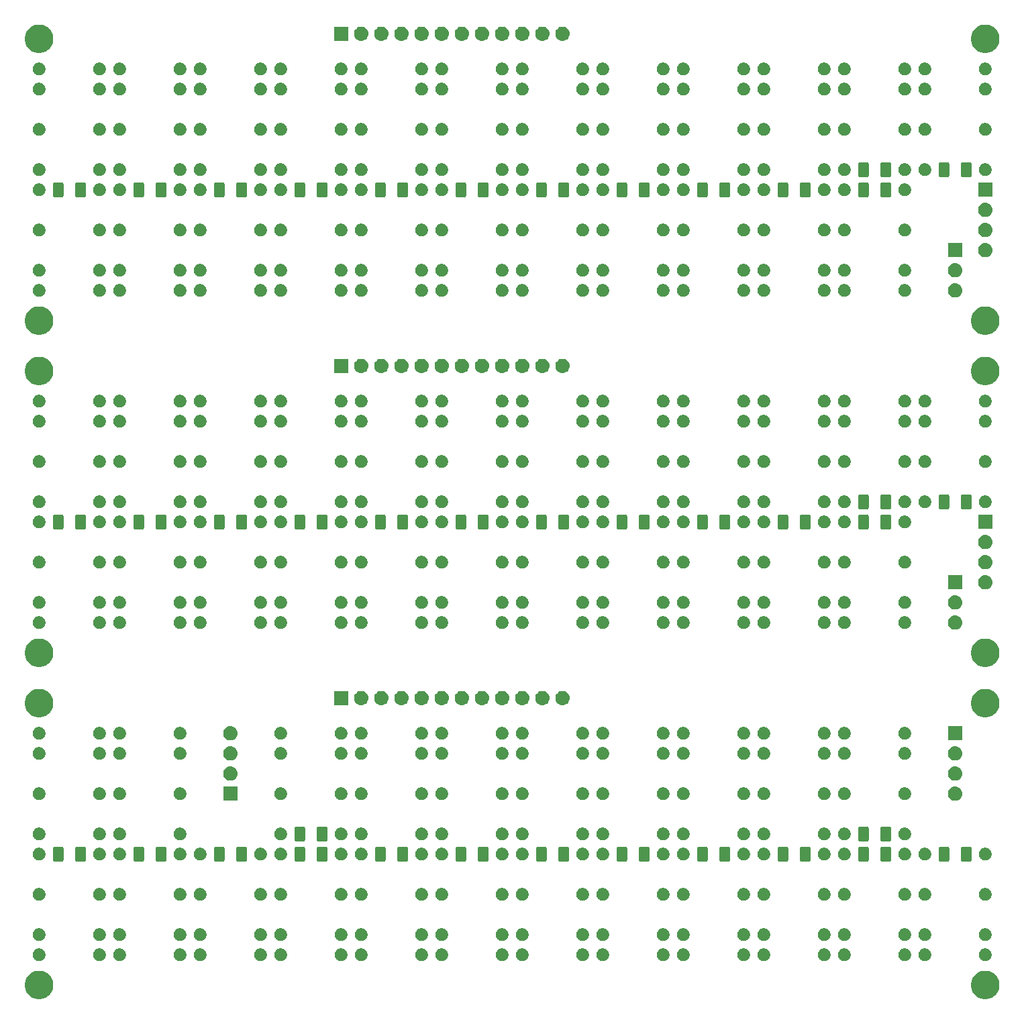
<source format=gbs>
G04 #@! TF.GenerationSoftware,KiCad,Pcbnew,(5.1.2)-2*
G04 #@! TF.CreationDate,2022-11-28T00:10:09+09:00*
G04 #@! TF.ProjectId,manufacture,6d616e75-6661-4637-9475-72652e6b6963,rev?*
G04 #@! TF.SameCoordinates,Original*
G04 #@! TF.FileFunction,Soldermask,Bot*
G04 #@! TF.FilePolarity,Negative*
%FSLAX46Y46*%
G04 Gerber Fmt 4.6, Leading zero omitted, Abs format (unit mm)*
G04 Created by KiCad (PCBNEW (5.1.2)-2) date 2022-11-28 00:10:09*
%MOMM*%
%LPD*%
G04 APERTURE LIST*
%ADD10C,0.100000*%
G04 APERTURE END LIST*
D10*
G36*
X160545331Y-158288211D02*
G01*
X160873092Y-158423974D01*
X161168070Y-158621072D01*
X161418928Y-158871930D01*
X161616026Y-159166908D01*
X161751789Y-159494669D01*
X161821000Y-159842616D01*
X161821000Y-160197384D01*
X161751789Y-160545331D01*
X161616026Y-160873092D01*
X161418928Y-161168070D01*
X161168070Y-161418928D01*
X160873092Y-161616026D01*
X160545331Y-161751789D01*
X160197384Y-161821000D01*
X159842616Y-161821000D01*
X159494669Y-161751789D01*
X159166908Y-161616026D01*
X158871930Y-161418928D01*
X158621072Y-161168070D01*
X158423974Y-160873092D01*
X158288211Y-160545331D01*
X158219000Y-160197384D01*
X158219000Y-159842616D01*
X158288211Y-159494669D01*
X158423974Y-159166908D01*
X158621072Y-158871930D01*
X158871930Y-158621072D01*
X159166908Y-158423974D01*
X159494669Y-158288211D01*
X159842616Y-158219000D01*
X160197384Y-158219000D01*
X160545331Y-158288211D01*
X160545331Y-158288211D01*
G37*
G36*
X41165331Y-158288211D02*
G01*
X41493092Y-158423974D01*
X41788070Y-158621072D01*
X42038928Y-158871930D01*
X42236026Y-159166908D01*
X42371789Y-159494669D01*
X42441000Y-159842616D01*
X42441000Y-160197384D01*
X42371789Y-160545331D01*
X42236026Y-160873092D01*
X42038928Y-161168070D01*
X41788070Y-161418928D01*
X41493092Y-161616026D01*
X41165331Y-161751789D01*
X40817384Y-161821000D01*
X40462616Y-161821000D01*
X40114669Y-161751789D01*
X39786908Y-161616026D01*
X39491930Y-161418928D01*
X39241072Y-161168070D01*
X39043974Y-160873092D01*
X38908211Y-160545331D01*
X38839000Y-160197384D01*
X38839000Y-159842616D01*
X38908211Y-159494669D01*
X39043974Y-159166908D01*
X39241072Y-158871930D01*
X39491930Y-158621072D01*
X39786908Y-158423974D01*
X40114669Y-158288211D01*
X40462616Y-158219000D01*
X40817384Y-158219000D01*
X41165331Y-158288211D01*
X41165331Y-158288211D01*
G37*
G36*
X160257142Y-155428242D02*
G01*
X160405101Y-155489529D01*
X160538255Y-155578499D01*
X160651501Y-155691745D01*
X160740471Y-155824899D01*
X160801758Y-155972858D01*
X160833000Y-156129925D01*
X160833000Y-156290075D01*
X160801758Y-156447142D01*
X160740471Y-156595101D01*
X160651501Y-156728255D01*
X160538255Y-156841501D01*
X160405101Y-156930471D01*
X160257142Y-156991758D01*
X160100075Y-157023000D01*
X159939925Y-157023000D01*
X159782858Y-156991758D01*
X159634899Y-156930471D01*
X159501745Y-156841501D01*
X159388499Y-156728255D01*
X159299529Y-156595101D01*
X159238242Y-156447142D01*
X159207000Y-156290075D01*
X159207000Y-156129925D01*
X159238242Y-155972858D01*
X159299529Y-155824899D01*
X159388499Y-155691745D01*
X159501745Y-155578499D01*
X159634899Y-155489529D01*
X159782858Y-155428242D01*
X159939925Y-155397000D01*
X160100075Y-155397000D01*
X160257142Y-155428242D01*
X160257142Y-155428242D01*
G37*
G36*
X91677142Y-155428242D02*
G01*
X91825101Y-155489529D01*
X91958255Y-155578499D01*
X92071501Y-155691745D01*
X92160471Y-155824899D01*
X92221758Y-155972858D01*
X92253000Y-156129925D01*
X92253000Y-156290075D01*
X92221758Y-156447142D01*
X92160471Y-156595101D01*
X92071501Y-156728255D01*
X91958255Y-156841501D01*
X91825101Y-156930471D01*
X91677142Y-156991758D01*
X91520075Y-157023000D01*
X91359925Y-157023000D01*
X91202858Y-156991758D01*
X91054899Y-156930471D01*
X90921745Y-156841501D01*
X90808499Y-156728255D01*
X90719529Y-156595101D01*
X90658242Y-156447142D01*
X90627000Y-156290075D01*
X90627000Y-156129925D01*
X90658242Y-155972858D01*
X90719529Y-155824899D01*
X90808499Y-155691745D01*
X90921745Y-155578499D01*
X91054899Y-155489529D01*
X91202858Y-155428242D01*
X91359925Y-155397000D01*
X91520075Y-155397000D01*
X91677142Y-155428242D01*
X91677142Y-155428242D01*
G37*
G36*
X78977142Y-155428242D02*
G01*
X79125101Y-155489529D01*
X79258255Y-155578499D01*
X79371501Y-155691745D01*
X79460471Y-155824899D01*
X79521758Y-155972858D01*
X79553000Y-156129925D01*
X79553000Y-156290075D01*
X79521758Y-156447142D01*
X79460471Y-156595101D01*
X79371501Y-156728255D01*
X79258255Y-156841501D01*
X79125101Y-156930471D01*
X78977142Y-156991758D01*
X78820075Y-157023000D01*
X78659925Y-157023000D01*
X78502858Y-156991758D01*
X78354899Y-156930471D01*
X78221745Y-156841501D01*
X78108499Y-156728255D01*
X78019529Y-156595101D01*
X77958242Y-156447142D01*
X77927000Y-156290075D01*
X77927000Y-156129925D01*
X77958242Y-155972858D01*
X78019529Y-155824899D01*
X78108499Y-155691745D01*
X78221745Y-155578499D01*
X78354899Y-155489529D01*
X78502858Y-155428242D01*
X78659925Y-155397000D01*
X78820075Y-155397000D01*
X78977142Y-155428242D01*
X78977142Y-155428242D01*
G37*
G36*
X68817142Y-155428242D02*
G01*
X68965101Y-155489529D01*
X69098255Y-155578499D01*
X69211501Y-155691745D01*
X69300471Y-155824899D01*
X69361758Y-155972858D01*
X69393000Y-156129925D01*
X69393000Y-156290075D01*
X69361758Y-156447142D01*
X69300471Y-156595101D01*
X69211501Y-156728255D01*
X69098255Y-156841501D01*
X68965101Y-156930471D01*
X68817142Y-156991758D01*
X68660075Y-157023000D01*
X68499925Y-157023000D01*
X68342858Y-156991758D01*
X68194899Y-156930471D01*
X68061745Y-156841501D01*
X67948499Y-156728255D01*
X67859529Y-156595101D01*
X67798242Y-156447142D01*
X67767000Y-156290075D01*
X67767000Y-156129925D01*
X67798242Y-155972858D01*
X67859529Y-155824899D01*
X67948499Y-155691745D01*
X68061745Y-155578499D01*
X68194899Y-155489529D01*
X68342858Y-155428242D01*
X68499925Y-155397000D01*
X68660075Y-155397000D01*
X68817142Y-155428242D01*
X68817142Y-155428242D01*
G37*
G36*
X61197142Y-155428242D02*
G01*
X61345101Y-155489529D01*
X61478255Y-155578499D01*
X61591501Y-155691745D01*
X61680471Y-155824899D01*
X61741758Y-155972858D01*
X61773000Y-156129925D01*
X61773000Y-156290075D01*
X61741758Y-156447142D01*
X61680471Y-156595101D01*
X61591501Y-156728255D01*
X61478255Y-156841501D01*
X61345101Y-156930471D01*
X61197142Y-156991758D01*
X61040075Y-157023000D01*
X60879925Y-157023000D01*
X60722858Y-156991758D01*
X60574899Y-156930471D01*
X60441745Y-156841501D01*
X60328499Y-156728255D01*
X60239529Y-156595101D01*
X60178242Y-156447142D01*
X60147000Y-156290075D01*
X60147000Y-156129925D01*
X60178242Y-155972858D01*
X60239529Y-155824899D01*
X60328499Y-155691745D01*
X60441745Y-155578499D01*
X60574899Y-155489529D01*
X60722858Y-155428242D01*
X60879925Y-155397000D01*
X61040075Y-155397000D01*
X61197142Y-155428242D01*
X61197142Y-155428242D01*
G37*
G36*
X40877142Y-155428242D02*
G01*
X41025101Y-155489529D01*
X41158255Y-155578499D01*
X41271501Y-155691745D01*
X41360471Y-155824899D01*
X41421758Y-155972858D01*
X41453000Y-156129925D01*
X41453000Y-156290075D01*
X41421758Y-156447142D01*
X41360471Y-156595101D01*
X41271501Y-156728255D01*
X41158255Y-156841501D01*
X41025101Y-156930471D01*
X40877142Y-156991758D01*
X40720075Y-157023000D01*
X40559925Y-157023000D01*
X40402858Y-156991758D01*
X40254899Y-156930471D01*
X40121745Y-156841501D01*
X40008499Y-156728255D01*
X39919529Y-156595101D01*
X39858242Y-156447142D01*
X39827000Y-156290075D01*
X39827000Y-156129925D01*
X39858242Y-155972858D01*
X39919529Y-155824899D01*
X40008499Y-155691745D01*
X40121745Y-155578499D01*
X40254899Y-155489529D01*
X40402858Y-155428242D01*
X40559925Y-155397000D01*
X40720075Y-155397000D01*
X40877142Y-155428242D01*
X40877142Y-155428242D01*
G37*
G36*
X48497142Y-155428242D02*
G01*
X48645101Y-155489529D01*
X48778255Y-155578499D01*
X48891501Y-155691745D01*
X48980471Y-155824899D01*
X49041758Y-155972858D01*
X49073000Y-156129925D01*
X49073000Y-156290075D01*
X49041758Y-156447142D01*
X48980471Y-156595101D01*
X48891501Y-156728255D01*
X48778255Y-156841501D01*
X48645101Y-156930471D01*
X48497142Y-156991758D01*
X48340075Y-157023000D01*
X48179925Y-157023000D01*
X48022858Y-156991758D01*
X47874899Y-156930471D01*
X47741745Y-156841501D01*
X47628499Y-156728255D01*
X47539529Y-156595101D01*
X47478242Y-156447142D01*
X47447000Y-156290075D01*
X47447000Y-156129925D01*
X47478242Y-155972858D01*
X47539529Y-155824899D01*
X47628499Y-155691745D01*
X47741745Y-155578499D01*
X47874899Y-155489529D01*
X48022858Y-155428242D01*
X48179925Y-155397000D01*
X48340075Y-155397000D01*
X48497142Y-155428242D01*
X48497142Y-155428242D01*
G37*
G36*
X152637142Y-155428242D02*
G01*
X152785101Y-155489529D01*
X152918255Y-155578499D01*
X153031501Y-155691745D01*
X153120471Y-155824899D01*
X153181758Y-155972858D01*
X153213000Y-156129925D01*
X153213000Y-156290075D01*
X153181758Y-156447142D01*
X153120471Y-156595101D01*
X153031501Y-156728255D01*
X152918255Y-156841501D01*
X152785101Y-156930471D01*
X152637142Y-156991758D01*
X152480075Y-157023000D01*
X152319925Y-157023000D01*
X152162858Y-156991758D01*
X152014899Y-156930471D01*
X151881745Y-156841501D01*
X151768499Y-156728255D01*
X151679529Y-156595101D01*
X151618242Y-156447142D01*
X151587000Y-156290075D01*
X151587000Y-156129925D01*
X151618242Y-155972858D01*
X151679529Y-155824899D01*
X151768499Y-155691745D01*
X151881745Y-155578499D01*
X152014899Y-155489529D01*
X152162858Y-155428242D01*
X152319925Y-155397000D01*
X152480075Y-155397000D01*
X152637142Y-155428242D01*
X152637142Y-155428242D01*
G37*
G36*
X51037142Y-155428242D02*
G01*
X51185101Y-155489529D01*
X51318255Y-155578499D01*
X51431501Y-155691745D01*
X51520471Y-155824899D01*
X51581758Y-155972858D01*
X51613000Y-156129925D01*
X51613000Y-156290075D01*
X51581758Y-156447142D01*
X51520471Y-156595101D01*
X51431501Y-156728255D01*
X51318255Y-156841501D01*
X51185101Y-156930471D01*
X51037142Y-156991758D01*
X50880075Y-157023000D01*
X50719925Y-157023000D01*
X50562858Y-156991758D01*
X50414899Y-156930471D01*
X50281745Y-156841501D01*
X50168499Y-156728255D01*
X50079529Y-156595101D01*
X50018242Y-156447142D01*
X49987000Y-156290075D01*
X49987000Y-156129925D01*
X50018242Y-155972858D01*
X50079529Y-155824899D01*
X50168499Y-155691745D01*
X50281745Y-155578499D01*
X50414899Y-155489529D01*
X50562858Y-155428242D01*
X50719925Y-155397000D01*
X50880075Y-155397000D01*
X51037142Y-155428242D01*
X51037142Y-155428242D01*
G37*
G36*
X58657142Y-155428242D02*
G01*
X58805101Y-155489529D01*
X58938255Y-155578499D01*
X59051501Y-155691745D01*
X59140471Y-155824899D01*
X59201758Y-155972858D01*
X59233000Y-156129925D01*
X59233000Y-156290075D01*
X59201758Y-156447142D01*
X59140471Y-156595101D01*
X59051501Y-156728255D01*
X58938255Y-156841501D01*
X58805101Y-156930471D01*
X58657142Y-156991758D01*
X58500075Y-157023000D01*
X58339925Y-157023000D01*
X58182858Y-156991758D01*
X58034899Y-156930471D01*
X57901745Y-156841501D01*
X57788499Y-156728255D01*
X57699529Y-156595101D01*
X57638242Y-156447142D01*
X57607000Y-156290075D01*
X57607000Y-156129925D01*
X57638242Y-155972858D01*
X57699529Y-155824899D01*
X57788499Y-155691745D01*
X57901745Y-155578499D01*
X58034899Y-155489529D01*
X58182858Y-155428242D01*
X58339925Y-155397000D01*
X58500075Y-155397000D01*
X58657142Y-155428242D01*
X58657142Y-155428242D01*
G37*
G36*
X150097142Y-155428242D02*
G01*
X150245101Y-155489529D01*
X150378255Y-155578499D01*
X150491501Y-155691745D01*
X150580471Y-155824899D01*
X150641758Y-155972858D01*
X150673000Y-156129925D01*
X150673000Y-156290075D01*
X150641758Y-156447142D01*
X150580471Y-156595101D01*
X150491501Y-156728255D01*
X150378255Y-156841501D01*
X150245101Y-156930471D01*
X150097142Y-156991758D01*
X149940075Y-157023000D01*
X149779925Y-157023000D01*
X149622858Y-156991758D01*
X149474899Y-156930471D01*
X149341745Y-156841501D01*
X149228499Y-156728255D01*
X149139529Y-156595101D01*
X149078242Y-156447142D01*
X149047000Y-156290075D01*
X149047000Y-156129925D01*
X149078242Y-155972858D01*
X149139529Y-155824899D01*
X149228499Y-155691745D01*
X149341745Y-155578499D01*
X149474899Y-155489529D01*
X149622858Y-155428242D01*
X149779925Y-155397000D01*
X149940075Y-155397000D01*
X150097142Y-155428242D01*
X150097142Y-155428242D01*
G37*
G36*
X142477142Y-155428242D02*
G01*
X142625101Y-155489529D01*
X142758255Y-155578499D01*
X142871501Y-155691745D01*
X142960471Y-155824899D01*
X143021758Y-155972858D01*
X143053000Y-156129925D01*
X143053000Y-156290075D01*
X143021758Y-156447142D01*
X142960471Y-156595101D01*
X142871501Y-156728255D01*
X142758255Y-156841501D01*
X142625101Y-156930471D01*
X142477142Y-156991758D01*
X142320075Y-157023000D01*
X142159925Y-157023000D01*
X142002858Y-156991758D01*
X141854899Y-156930471D01*
X141721745Y-156841501D01*
X141608499Y-156728255D01*
X141519529Y-156595101D01*
X141458242Y-156447142D01*
X141427000Y-156290075D01*
X141427000Y-156129925D01*
X141458242Y-155972858D01*
X141519529Y-155824899D01*
X141608499Y-155691745D01*
X141721745Y-155578499D01*
X141854899Y-155489529D01*
X142002858Y-155428242D01*
X142159925Y-155397000D01*
X142320075Y-155397000D01*
X142477142Y-155428242D01*
X142477142Y-155428242D01*
G37*
G36*
X129777142Y-155428242D02*
G01*
X129925101Y-155489529D01*
X130058255Y-155578499D01*
X130171501Y-155691745D01*
X130260471Y-155824899D01*
X130321758Y-155972858D01*
X130353000Y-156129925D01*
X130353000Y-156290075D01*
X130321758Y-156447142D01*
X130260471Y-156595101D01*
X130171501Y-156728255D01*
X130058255Y-156841501D01*
X129925101Y-156930471D01*
X129777142Y-156991758D01*
X129620075Y-157023000D01*
X129459925Y-157023000D01*
X129302858Y-156991758D01*
X129154899Y-156930471D01*
X129021745Y-156841501D01*
X128908499Y-156728255D01*
X128819529Y-156595101D01*
X128758242Y-156447142D01*
X128727000Y-156290075D01*
X128727000Y-156129925D01*
X128758242Y-155972858D01*
X128819529Y-155824899D01*
X128908499Y-155691745D01*
X129021745Y-155578499D01*
X129154899Y-155489529D01*
X129302858Y-155428242D01*
X129459925Y-155397000D01*
X129620075Y-155397000D01*
X129777142Y-155428242D01*
X129777142Y-155428242D01*
G37*
G36*
X99297142Y-155428242D02*
G01*
X99445101Y-155489529D01*
X99578255Y-155578499D01*
X99691501Y-155691745D01*
X99780471Y-155824899D01*
X99841758Y-155972858D01*
X99873000Y-156129925D01*
X99873000Y-156290075D01*
X99841758Y-156447142D01*
X99780471Y-156595101D01*
X99691501Y-156728255D01*
X99578255Y-156841501D01*
X99445101Y-156930471D01*
X99297142Y-156991758D01*
X99140075Y-157023000D01*
X98979925Y-157023000D01*
X98822858Y-156991758D01*
X98674899Y-156930471D01*
X98541745Y-156841501D01*
X98428499Y-156728255D01*
X98339529Y-156595101D01*
X98278242Y-156447142D01*
X98247000Y-156290075D01*
X98247000Y-156129925D01*
X98278242Y-155972858D01*
X98339529Y-155824899D01*
X98428499Y-155691745D01*
X98541745Y-155578499D01*
X98674899Y-155489529D01*
X98822858Y-155428242D01*
X98979925Y-155397000D01*
X99140075Y-155397000D01*
X99297142Y-155428242D01*
X99297142Y-155428242D01*
G37*
G36*
X71357142Y-155428242D02*
G01*
X71505101Y-155489529D01*
X71638255Y-155578499D01*
X71751501Y-155691745D01*
X71840471Y-155824899D01*
X71901758Y-155972858D01*
X71933000Y-156129925D01*
X71933000Y-156290075D01*
X71901758Y-156447142D01*
X71840471Y-156595101D01*
X71751501Y-156728255D01*
X71638255Y-156841501D01*
X71505101Y-156930471D01*
X71357142Y-156991758D01*
X71200075Y-157023000D01*
X71039925Y-157023000D01*
X70882858Y-156991758D01*
X70734899Y-156930471D01*
X70601745Y-156841501D01*
X70488499Y-156728255D01*
X70399529Y-156595101D01*
X70338242Y-156447142D01*
X70307000Y-156290075D01*
X70307000Y-156129925D01*
X70338242Y-155972858D01*
X70399529Y-155824899D01*
X70488499Y-155691745D01*
X70601745Y-155578499D01*
X70734899Y-155489529D01*
X70882858Y-155428242D01*
X71039925Y-155397000D01*
X71200075Y-155397000D01*
X71357142Y-155428242D01*
X71357142Y-155428242D01*
G37*
G36*
X109457142Y-155428242D02*
G01*
X109605101Y-155489529D01*
X109738255Y-155578499D01*
X109851501Y-155691745D01*
X109940471Y-155824899D01*
X110001758Y-155972858D01*
X110033000Y-156129925D01*
X110033000Y-156290075D01*
X110001758Y-156447142D01*
X109940471Y-156595101D01*
X109851501Y-156728255D01*
X109738255Y-156841501D01*
X109605101Y-156930471D01*
X109457142Y-156991758D01*
X109300075Y-157023000D01*
X109139925Y-157023000D01*
X108982858Y-156991758D01*
X108834899Y-156930471D01*
X108701745Y-156841501D01*
X108588499Y-156728255D01*
X108499529Y-156595101D01*
X108438242Y-156447142D01*
X108407000Y-156290075D01*
X108407000Y-156129925D01*
X108438242Y-155972858D01*
X108499529Y-155824899D01*
X108588499Y-155691745D01*
X108701745Y-155578499D01*
X108834899Y-155489529D01*
X108982858Y-155428242D01*
X109139925Y-155397000D01*
X109300075Y-155397000D01*
X109457142Y-155428242D01*
X109457142Y-155428242D01*
G37*
G36*
X81517142Y-155428242D02*
G01*
X81665101Y-155489529D01*
X81798255Y-155578499D01*
X81911501Y-155691745D01*
X82000471Y-155824899D01*
X82061758Y-155972858D01*
X82093000Y-156129925D01*
X82093000Y-156290075D01*
X82061758Y-156447142D01*
X82000471Y-156595101D01*
X81911501Y-156728255D01*
X81798255Y-156841501D01*
X81665101Y-156930471D01*
X81517142Y-156991758D01*
X81360075Y-157023000D01*
X81199925Y-157023000D01*
X81042858Y-156991758D01*
X80894899Y-156930471D01*
X80761745Y-156841501D01*
X80648499Y-156728255D01*
X80559529Y-156595101D01*
X80498242Y-156447142D01*
X80467000Y-156290075D01*
X80467000Y-156129925D01*
X80498242Y-155972858D01*
X80559529Y-155824899D01*
X80648499Y-155691745D01*
X80761745Y-155578499D01*
X80894899Y-155489529D01*
X81042858Y-155428242D01*
X81199925Y-155397000D01*
X81360075Y-155397000D01*
X81517142Y-155428242D01*
X81517142Y-155428242D01*
G37*
G36*
X89137142Y-155428242D02*
G01*
X89285101Y-155489529D01*
X89418255Y-155578499D01*
X89531501Y-155691745D01*
X89620471Y-155824899D01*
X89681758Y-155972858D01*
X89713000Y-156129925D01*
X89713000Y-156290075D01*
X89681758Y-156447142D01*
X89620471Y-156595101D01*
X89531501Y-156728255D01*
X89418255Y-156841501D01*
X89285101Y-156930471D01*
X89137142Y-156991758D01*
X88980075Y-157023000D01*
X88819925Y-157023000D01*
X88662858Y-156991758D01*
X88514899Y-156930471D01*
X88381745Y-156841501D01*
X88268499Y-156728255D01*
X88179529Y-156595101D01*
X88118242Y-156447142D01*
X88087000Y-156290075D01*
X88087000Y-156129925D01*
X88118242Y-155972858D01*
X88179529Y-155824899D01*
X88268499Y-155691745D01*
X88381745Y-155578499D01*
X88514899Y-155489529D01*
X88662858Y-155428242D01*
X88819925Y-155397000D01*
X88980075Y-155397000D01*
X89137142Y-155428242D01*
X89137142Y-155428242D01*
G37*
G36*
X101837142Y-155428242D02*
G01*
X101985101Y-155489529D01*
X102118255Y-155578499D01*
X102231501Y-155691745D01*
X102320471Y-155824899D01*
X102381758Y-155972858D01*
X102413000Y-156129925D01*
X102413000Y-156290075D01*
X102381758Y-156447142D01*
X102320471Y-156595101D01*
X102231501Y-156728255D01*
X102118255Y-156841501D01*
X101985101Y-156930471D01*
X101837142Y-156991758D01*
X101680075Y-157023000D01*
X101519925Y-157023000D01*
X101362858Y-156991758D01*
X101214899Y-156930471D01*
X101081745Y-156841501D01*
X100968499Y-156728255D01*
X100879529Y-156595101D01*
X100818242Y-156447142D01*
X100787000Y-156290075D01*
X100787000Y-156129925D01*
X100818242Y-155972858D01*
X100879529Y-155824899D01*
X100968499Y-155691745D01*
X101081745Y-155578499D01*
X101214899Y-155489529D01*
X101362858Y-155428242D01*
X101519925Y-155397000D01*
X101680075Y-155397000D01*
X101837142Y-155428242D01*
X101837142Y-155428242D01*
G37*
G36*
X139937142Y-155428242D02*
G01*
X140085101Y-155489529D01*
X140218255Y-155578499D01*
X140331501Y-155691745D01*
X140420471Y-155824899D01*
X140481758Y-155972858D01*
X140513000Y-156129925D01*
X140513000Y-156290075D01*
X140481758Y-156447142D01*
X140420471Y-156595101D01*
X140331501Y-156728255D01*
X140218255Y-156841501D01*
X140085101Y-156930471D01*
X139937142Y-156991758D01*
X139780075Y-157023000D01*
X139619925Y-157023000D01*
X139462858Y-156991758D01*
X139314899Y-156930471D01*
X139181745Y-156841501D01*
X139068499Y-156728255D01*
X138979529Y-156595101D01*
X138918242Y-156447142D01*
X138887000Y-156290075D01*
X138887000Y-156129925D01*
X138918242Y-155972858D01*
X138979529Y-155824899D01*
X139068499Y-155691745D01*
X139181745Y-155578499D01*
X139314899Y-155489529D01*
X139462858Y-155428242D01*
X139619925Y-155397000D01*
X139780075Y-155397000D01*
X139937142Y-155428242D01*
X139937142Y-155428242D01*
G37*
G36*
X119617142Y-155428242D02*
G01*
X119765101Y-155489529D01*
X119898255Y-155578499D01*
X120011501Y-155691745D01*
X120100471Y-155824899D01*
X120161758Y-155972858D01*
X120193000Y-156129925D01*
X120193000Y-156290075D01*
X120161758Y-156447142D01*
X120100471Y-156595101D01*
X120011501Y-156728255D01*
X119898255Y-156841501D01*
X119765101Y-156930471D01*
X119617142Y-156991758D01*
X119460075Y-157023000D01*
X119299925Y-157023000D01*
X119142858Y-156991758D01*
X118994899Y-156930471D01*
X118861745Y-156841501D01*
X118748499Y-156728255D01*
X118659529Y-156595101D01*
X118598242Y-156447142D01*
X118567000Y-156290075D01*
X118567000Y-156129925D01*
X118598242Y-155972858D01*
X118659529Y-155824899D01*
X118748499Y-155691745D01*
X118861745Y-155578499D01*
X118994899Y-155489529D01*
X119142858Y-155428242D01*
X119299925Y-155397000D01*
X119460075Y-155397000D01*
X119617142Y-155428242D01*
X119617142Y-155428242D01*
G37*
G36*
X111997142Y-155428242D02*
G01*
X112145101Y-155489529D01*
X112278255Y-155578499D01*
X112391501Y-155691745D01*
X112480471Y-155824899D01*
X112541758Y-155972858D01*
X112573000Y-156129925D01*
X112573000Y-156290075D01*
X112541758Y-156447142D01*
X112480471Y-156595101D01*
X112391501Y-156728255D01*
X112278255Y-156841501D01*
X112145101Y-156930471D01*
X111997142Y-156991758D01*
X111840075Y-157023000D01*
X111679925Y-157023000D01*
X111522858Y-156991758D01*
X111374899Y-156930471D01*
X111241745Y-156841501D01*
X111128499Y-156728255D01*
X111039529Y-156595101D01*
X110978242Y-156447142D01*
X110947000Y-156290075D01*
X110947000Y-156129925D01*
X110978242Y-155972858D01*
X111039529Y-155824899D01*
X111128499Y-155691745D01*
X111241745Y-155578499D01*
X111374899Y-155489529D01*
X111522858Y-155428242D01*
X111679925Y-155397000D01*
X111840075Y-155397000D01*
X111997142Y-155428242D01*
X111997142Y-155428242D01*
G37*
G36*
X122157142Y-155428242D02*
G01*
X122305101Y-155489529D01*
X122438255Y-155578499D01*
X122551501Y-155691745D01*
X122640471Y-155824899D01*
X122701758Y-155972858D01*
X122733000Y-156129925D01*
X122733000Y-156290075D01*
X122701758Y-156447142D01*
X122640471Y-156595101D01*
X122551501Y-156728255D01*
X122438255Y-156841501D01*
X122305101Y-156930471D01*
X122157142Y-156991758D01*
X122000075Y-157023000D01*
X121839925Y-157023000D01*
X121682858Y-156991758D01*
X121534899Y-156930471D01*
X121401745Y-156841501D01*
X121288499Y-156728255D01*
X121199529Y-156595101D01*
X121138242Y-156447142D01*
X121107000Y-156290075D01*
X121107000Y-156129925D01*
X121138242Y-155972858D01*
X121199529Y-155824899D01*
X121288499Y-155691745D01*
X121401745Y-155578499D01*
X121534899Y-155489529D01*
X121682858Y-155428242D01*
X121839925Y-155397000D01*
X122000075Y-155397000D01*
X122157142Y-155428242D01*
X122157142Y-155428242D01*
G37*
G36*
X132317142Y-155428242D02*
G01*
X132465101Y-155489529D01*
X132598255Y-155578499D01*
X132711501Y-155691745D01*
X132800471Y-155824899D01*
X132861758Y-155972858D01*
X132893000Y-156129925D01*
X132893000Y-156290075D01*
X132861758Y-156447142D01*
X132800471Y-156595101D01*
X132711501Y-156728255D01*
X132598255Y-156841501D01*
X132465101Y-156930471D01*
X132317142Y-156991758D01*
X132160075Y-157023000D01*
X131999925Y-157023000D01*
X131842858Y-156991758D01*
X131694899Y-156930471D01*
X131561745Y-156841501D01*
X131448499Y-156728255D01*
X131359529Y-156595101D01*
X131298242Y-156447142D01*
X131267000Y-156290075D01*
X131267000Y-156129925D01*
X131298242Y-155972858D01*
X131359529Y-155824899D01*
X131448499Y-155691745D01*
X131561745Y-155578499D01*
X131694899Y-155489529D01*
X131842858Y-155428242D01*
X131999925Y-155397000D01*
X132160075Y-155397000D01*
X132317142Y-155428242D01*
X132317142Y-155428242D01*
G37*
G36*
X142477142Y-152888242D02*
G01*
X142625101Y-152949529D01*
X142758255Y-153038499D01*
X142871501Y-153151745D01*
X142960471Y-153284899D01*
X143021758Y-153432858D01*
X143053000Y-153589925D01*
X143053000Y-153750075D01*
X143021758Y-153907142D01*
X142960471Y-154055101D01*
X142871501Y-154188255D01*
X142758255Y-154301501D01*
X142625101Y-154390471D01*
X142477142Y-154451758D01*
X142320075Y-154483000D01*
X142159925Y-154483000D01*
X142002858Y-154451758D01*
X141854899Y-154390471D01*
X141721745Y-154301501D01*
X141608499Y-154188255D01*
X141519529Y-154055101D01*
X141458242Y-153907142D01*
X141427000Y-153750075D01*
X141427000Y-153589925D01*
X141458242Y-153432858D01*
X141519529Y-153284899D01*
X141608499Y-153151745D01*
X141721745Y-153038499D01*
X141854899Y-152949529D01*
X142002858Y-152888242D01*
X142159925Y-152857000D01*
X142320075Y-152857000D01*
X142477142Y-152888242D01*
X142477142Y-152888242D01*
G37*
G36*
X101837142Y-152888242D02*
G01*
X101985101Y-152949529D01*
X102118255Y-153038499D01*
X102231501Y-153151745D01*
X102320471Y-153284899D01*
X102381758Y-153432858D01*
X102413000Y-153589925D01*
X102413000Y-153750075D01*
X102381758Y-153907142D01*
X102320471Y-154055101D01*
X102231501Y-154188255D01*
X102118255Y-154301501D01*
X101985101Y-154390471D01*
X101837142Y-154451758D01*
X101680075Y-154483000D01*
X101519925Y-154483000D01*
X101362858Y-154451758D01*
X101214899Y-154390471D01*
X101081745Y-154301501D01*
X100968499Y-154188255D01*
X100879529Y-154055101D01*
X100818242Y-153907142D01*
X100787000Y-153750075D01*
X100787000Y-153589925D01*
X100818242Y-153432858D01*
X100879529Y-153284899D01*
X100968499Y-153151745D01*
X101081745Y-153038499D01*
X101214899Y-152949529D01*
X101362858Y-152888242D01*
X101519925Y-152857000D01*
X101680075Y-152857000D01*
X101837142Y-152888242D01*
X101837142Y-152888242D01*
G37*
G36*
X89137142Y-152888242D02*
G01*
X89285101Y-152949529D01*
X89418255Y-153038499D01*
X89531501Y-153151745D01*
X89620471Y-153284899D01*
X89681758Y-153432858D01*
X89713000Y-153589925D01*
X89713000Y-153750075D01*
X89681758Y-153907142D01*
X89620471Y-154055101D01*
X89531501Y-154188255D01*
X89418255Y-154301501D01*
X89285101Y-154390471D01*
X89137142Y-154451758D01*
X88980075Y-154483000D01*
X88819925Y-154483000D01*
X88662858Y-154451758D01*
X88514899Y-154390471D01*
X88381745Y-154301501D01*
X88268499Y-154188255D01*
X88179529Y-154055101D01*
X88118242Y-153907142D01*
X88087000Y-153750075D01*
X88087000Y-153589925D01*
X88118242Y-153432858D01*
X88179529Y-153284899D01*
X88268499Y-153151745D01*
X88381745Y-153038499D01*
X88514899Y-152949529D01*
X88662858Y-152888242D01*
X88819925Y-152857000D01*
X88980075Y-152857000D01*
X89137142Y-152888242D01*
X89137142Y-152888242D01*
G37*
G36*
X81517142Y-152888242D02*
G01*
X81665101Y-152949529D01*
X81798255Y-153038499D01*
X81911501Y-153151745D01*
X82000471Y-153284899D01*
X82061758Y-153432858D01*
X82093000Y-153589925D01*
X82093000Y-153750075D01*
X82061758Y-153907142D01*
X82000471Y-154055101D01*
X81911501Y-154188255D01*
X81798255Y-154301501D01*
X81665101Y-154390471D01*
X81517142Y-154451758D01*
X81360075Y-154483000D01*
X81199925Y-154483000D01*
X81042858Y-154451758D01*
X80894899Y-154390471D01*
X80761745Y-154301501D01*
X80648499Y-154188255D01*
X80559529Y-154055101D01*
X80498242Y-153907142D01*
X80467000Y-153750075D01*
X80467000Y-153589925D01*
X80498242Y-153432858D01*
X80559529Y-153284899D01*
X80648499Y-153151745D01*
X80761745Y-153038499D01*
X80894899Y-152949529D01*
X81042858Y-152888242D01*
X81199925Y-152857000D01*
X81360075Y-152857000D01*
X81517142Y-152888242D01*
X81517142Y-152888242D01*
G37*
G36*
X109457142Y-152888242D02*
G01*
X109605101Y-152949529D01*
X109738255Y-153038499D01*
X109851501Y-153151745D01*
X109940471Y-153284899D01*
X110001758Y-153432858D01*
X110033000Y-153589925D01*
X110033000Y-153750075D01*
X110001758Y-153907142D01*
X109940471Y-154055101D01*
X109851501Y-154188255D01*
X109738255Y-154301501D01*
X109605101Y-154390471D01*
X109457142Y-154451758D01*
X109300075Y-154483000D01*
X109139925Y-154483000D01*
X108982858Y-154451758D01*
X108834899Y-154390471D01*
X108701745Y-154301501D01*
X108588499Y-154188255D01*
X108499529Y-154055101D01*
X108438242Y-153907142D01*
X108407000Y-153750075D01*
X108407000Y-153589925D01*
X108438242Y-153432858D01*
X108499529Y-153284899D01*
X108588499Y-153151745D01*
X108701745Y-153038499D01*
X108834899Y-152949529D01*
X108982858Y-152888242D01*
X109139925Y-152857000D01*
X109300075Y-152857000D01*
X109457142Y-152888242D01*
X109457142Y-152888242D01*
G37*
G36*
X99297142Y-152888242D02*
G01*
X99445101Y-152949529D01*
X99578255Y-153038499D01*
X99691501Y-153151745D01*
X99780471Y-153284899D01*
X99841758Y-153432858D01*
X99873000Y-153589925D01*
X99873000Y-153750075D01*
X99841758Y-153907142D01*
X99780471Y-154055101D01*
X99691501Y-154188255D01*
X99578255Y-154301501D01*
X99445101Y-154390471D01*
X99297142Y-154451758D01*
X99140075Y-154483000D01*
X98979925Y-154483000D01*
X98822858Y-154451758D01*
X98674899Y-154390471D01*
X98541745Y-154301501D01*
X98428499Y-154188255D01*
X98339529Y-154055101D01*
X98278242Y-153907142D01*
X98247000Y-153750075D01*
X98247000Y-153589925D01*
X98278242Y-153432858D01*
X98339529Y-153284899D01*
X98428499Y-153151745D01*
X98541745Y-153038499D01*
X98674899Y-152949529D01*
X98822858Y-152888242D01*
X98979925Y-152857000D01*
X99140075Y-152857000D01*
X99297142Y-152888242D01*
X99297142Y-152888242D01*
G37*
G36*
X71357142Y-152888242D02*
G01*
X71505101Y-152949529D01*
X71638255Y-153038499D01*
X71751501Y-153151745D01*
X71840471Y-153284899D01*
X71901758Y-153432858D01*
X71933000Y-153589925D01*
X71933000Y-153750075D01*
X71901758Y-153907142D01*
X71840471Y-154055101D01*
X71751501Y-154188255D01*
X71638255Y-154301501D01*
X71505101Y-154390471D01*
X71357142Y-154451758D01*
X71200075Y-154483000D01*
X71039925Y-154483000D01*
X70882858Y-154451758D01*
X70734899Y-154390471D01*
X70601745Y-154301501D01*
X70488499Y-154188255D01*
X70399529Y-154055101D01*
X70338242Y-153907142D01*
X70307000Y-153750075D01*
X70307000Y-153589925D01*
X70338242Y-153432858D01*
X70399529Y-153284899D01*
X70488499Y-153151745D01*
X70601745Y-153038499D01*
X70734899Y-152949529D01*
X70882858Y-152888242D01*
X71039925Y-152857000D01*
X71200075Y-152857000D01*
X71357142Y-152888242D01*
X71357142Y-152888242D01*
G37*
G36*
X68817142Y-152888242D02*
G01*
X68965101Y-152949529D01*
X69098255Y-153038499D01*
X69211501Y-153151745D01*
X69300471Y-153284899D01*
X69361758Y-153432858D01*
X69393000Y-153589925D01*
X69393000Y-153750075D01*
X69361758Y-153907142D01*
X69300471Y-154055101D01*
X69211501Y-154188255D01*
X69098255Y-154301501D01*
X68965101Y-154390471D01*
X68817142Y-154451758D01*
X68660075Y-154483000D01*
X68499925Y-154483000D01*
X68342858Y-154451758D01*
X68194899Y-154390471D01*
X68061745Y-154301501D01*
X67948499Y-154188255D01*
X67859529Y-154055101D01*
X67798242Y-153907142D01*
X67767000Y-153750075D01*
X67767000Y-153589925D01*
X67798242Y-153432858D01*
X67859529Y-153284899D01*
X67948499Y-153151745D01*
X68061745Y-153038499D01*
X68194899Y-152949529D01*
X68342858Y-152888242D01*
X68499925Y-152857000D01*
X68660075Y-152857000D01*
X68817142Y-152888242D01*
X68817142Y-152888242D01*
G37*
G36*
X61197142Y-152888242D02*
G01*
X61345101Y-152949529D01*
X61478255Y-153038499D01*
X61591501Y-153151745D01*
X61680471Y-153284899D01*
X61741758Y-153432858D01*
X61773000Y-153589925D01*
X61773000Y-153750075D01*
X61741758Y-153907142D01*
X61680471Y-154055101D01*
X61591501Y-154188255D01*
X61478255Y-154301501D01*
X61345101Y-154390471D01*
X61197142Y-154451758D01*
X61040075Y-154483000D01*
X60879925Y-154483000D01*
X60722858Y-154451758D01*
X60574899Y-154390471D01*
X60441745Y-154301501D01*
X60328499Y-154188255D01*
X60239529Y-154055101D01*
X60178242Y-153907142D01*
X60147000Y-153750075D01*
X60147000Y-153589925D01*
X60178242Y-153432858D01*
X60239529Y-153284899D01*
X60328499Y-153151745D01*
X60441745Y-153038499D01*
X60574899Y-152949529D01*
X60722858Y-152888242D01*
X60879925Y-152857000D01*
X61040075Y-152857000D01*
X61197142Y-152888242D01*
X61197142Y-152888242D01*
G37*
G36*
X150097142Y-152888242D02*
G01*
X150245101Y-152949529D01*
X150378255Y-153038499D01*
X150491501Y-153151745D01*
X150580471Y-153284899D01*
X150641758Y-153432858D01*
X150673000Y-153589925D01*
X150673000Y-153750075D01*
X150641758Y-153907142D01*
X150580471Y-154055101D01*
X150491501Y-154188255D01*
X150378255Y-154301501D01*
X150245101Y-154390471D01*
X150097142Y-154451758D01*
X149940075Y-154483000D01*
X149779925Y-154483000D01*
X149622858Y-154451758D01*
X149474899Y-154390471D01*
X149341745Y-154301501D01*
X149228499Y-154188255D01*
X149139529Y-154055101D01*
X149078242Y-153907142D01*
X149047000Y-153750075D01*
X149047000Y-153589925D01*
X149078242Y-153432858D01*
X149139529Y-153284899D01*
X149228499Y-153151745D01*
X149341745Y-153038499D01*
X149474899Y-152949529D01*
X149622858Y-152888242D01*
X149779925Y-152857000D01*
X149940075Y-152857000D01*
X150097142Y-152888242D01*
X150097142Y-152888242D01*
G37*
G36*
X152637142Y-152888242D02*
G01*
X152785101Y-152949529D01*
X152918255Y-153038499D01*
X153031501Y-153151745D01*
X153120471Y-153284899D01*
X153181758Y-153432858D01*
X153213000Y-153589925D01*
X153213000Y-153750075D01*
X153181758Y-153907142D01*
X153120471Y-154055101D01*
X153031501Y-154188255D01*
X152918255Y-154301501D01*
X152785101Y-154390471D01*
X152637142Y-154451758D01*
X152480075Y-154483000D01*
X152319925Y-154483000D01*
X152162858Y-154451758D01*
X152014899Y-154390471D01*
X151881745Y-154301501D01*
X151768499Y-154188255D01*
X151679529Y-154055101D01*
X151618242Y-153907142D01*
X151587000Y-153750075D01*
X151587000Y-153589925D01*
X151618242Y-153432858D01*
X151679529Y-153284899D01*
X151768499Y-153151745D01*
X151881745Y-153038499D01*
X152014899Y-152949529D01*
X152162858Y-152888242D01*
X152319925Y-152857000D01*
X152480075Y-152857000D01*
X152637142Y-152888242D01*
X152637142Y-152888242D01*
G37*
G36*
X91677142Y-152888242D02*
G01*
X91825101Y-152949529D01*
X91958255Y-153038499D01*
X92071501Y-153151745D01*
X92160471Y-153284899D01*
X92221758Y-153432858D01*
X92253000Y-153589925D01*
X92253000Y-153750075D01*
X92221758Y-153907142D01*
X92160471Y-154055101D01*
X92071501Y-154188255D01*
X91958255Y-154301501D01*
X91825101Y-154390471D01*
X91677142Y-154451758D01*
X91520075Y-154483000D01*
X91359925Y-154483000D01*
X91202858Y-154451758D01*
X91054899Y-154390471D01*
X90921745Y-154301501D01*
X90808499Y-154188255D01*
X90719529Y-154055101D01*
X90658242Y-153907142D01*
X90627000Y-153750075D01*
X90627000Y-153589925D01*
X90658242Y-153432858D01*
X90719529Y-153284899D01*
X90808499Y-153151745D01*
X90921745Y-153038499D01*
X91054899Y-152949529D01*
X91202858Y-152888242D01*
X91359925Y-152857000D01*
X91520075Y-152857000D01*
X91677142Y-152888242D01*
X91677142Y-152888242D01*
G37*
G36*
X139937142Y-152888242D02*
G01*
X140085101Y-152949529D01*
X140218255Y-153038499D01*
X140331501Y-153151745D01*
X140420471Y-153284899D01*
X140481758Y-153432858D01*
X140513000Y-153589925D01*
X140513000Y-153750075D01*
X140481758Y-153907142D01*
X140420471Y-154055101D01*
X140331501Y-154188255D01*
X140218255Y-154301501D01*
X140085101Y-154390471D01*
X139937142Y-154451758D01*
X139780075Y-154483000D01*
X139619925Y-154483000D01*
X139462858Y-154451758D01*
X139314899Y-154390471D01*
X139181745Y-154301501D01*
X139068499Y-154188255D01*
X138979529Y-154055101D01*
X138918242Y-153907142D01*
X138887000Y-153750075D01*
X138887000Y-153589925D01*
X138918242Y-153432858D01*
X138979529Y-153284899D01*
X139068499Y-153151745D01*
X139181745Y-153038499D01*
X139314899Y-152949529D01*
X139462858Y-152888242D01*
X139619925Y-152857000D01*
X139780075Y-152857000D01*
X139937142Y-152888242D01*
X139937142Y-152888242D01*
G37*
G36*
X132317142Y-152888242D02*
G01*
X132465101Y-152949529D01*
X132598255Y-153038499D01*
X132711501Y-153151745D01*
X132800471Y-153284899D01*
X132861758Y-153432858D01*
X132893000Y-153589925D01*
X132893000Y-153750075D01*
X132861758Y-153907142D01*
X132800471Y-154055101D01*
X132711501Y-154188255D01*
X132598255Y-154301501D01*
X132465101Y-154390471D01*
X132317142Y-154451758D01*
X132160075Y-154483000D01*
X131999925Y-154483000D01*
X131842858Y-154451758D01*
X131694899Y-154390471D01*
X131561745Y-154301501D01*
X131448499Y-154188255D01*
X131359529Y-154055101D01*
X131298242Y-153907142D01*
X131267000Y-153750075D01*
X131267000Y-153589925D01*
X131298242Y-153432858D01*
X131359529Y-153284899D01*
X131448499Y-153151745D01*
X131561745Y-153038499D01*
X131694899Y-152949529D01*
X131842858Y-152888242D01*
X131999925Y-152857000D01*
X132160075Y-152857000D01*
X132317142Y-152888242D01*
X132317142Y-152888242D01*
G37*
G36*
X160257142Y-152888242D02*
G01*
X160405101Y-152949529D01*
X160538255Y-153038499D01*
X160651501Y-153151745D01*
X160740471Y-153284899D01*
X160801758Y-153432858D01*
X160833000Y-153589925D01*
X160833000Y-153750075D01*
X160801758Y-153907142D01*
X160740471Y-154055101D01*
X160651501Y-154188255D01*
X160538255Y-154301501D01*
X160405101Y-154390471D01*
X160257142Y-154451758D01*
X160100075Y-154483000D01*
X159939925Y-154483000D01*
X159782858Y-154451758D01*
X159634899Y-154390471D01*
X159501745Y-154301501D01*
X159388499Y-154188255D01*
X159299529Y-154055101D01*
X159238242Y-153907142D01*
X159207000Y-153750075D01*
X159207000Y-153589925D01*
X159238242Y-153432858D01*
X159299529Y-153284899D01*
X159388499Y-153151745D01*
X159501745Y-153038499D01*
X159634899Y-152949529D01*
X159782858Y-152888242D01*
X159939925Y-152857000D01*
X160100075Y-152857000D01*
X160257142Y-152888242D01*
X160257142Y-152888242D01*
G37*
G36*
X78977142Y-152888242D02*
G01*
X79125101Y-152949529D01*
X79258255Y-153038499D01*
X79371501Y-153151745D01*
X79460471Y-153284899D01*
X79521758Y-153432858D01*
X79553000Y-153589925D01*
X79553000Y-153750075D01*
X79521758Y-153907142D01*
X79460471Y-154055101D01*
X79371501Y-154188255D01*
X79258255Y-154301501D01*
X79125101Y-154390471D01*
X78977142Y-154451758D01*
X78820075Y-154483000D01*
X78659925Y-154483000D01*
X78502858Y-154451758D01*
X78354899Y-154390471D01*
X78221745Y-154301501D01*
X78108499Y-154188255D01*
X78019529Y-154055101D01*
X77958242Y-153907142D01*
X77927000Y-153750075D01*
X77927000Y-153589925D01*
X77958242Y-153432858D01*
X78019529Y-153284899D01*
X78108499Y-153151745D01*
X78221745Y-153038499D01*
X78354899Y-152949529D01*
X78502858Y-152888242D01*
X78659925Y-152857000D01*
X78820075Y-152857000D01*
X78977142Y-152888242D01*
X78977142Y-152888242D01*
G37*
G36*
X51037142Y-152888242D02*
G01*
X51185101Y-152949529D01*
X51318255Y-153038499D01*
X51431501Y-153151745D01*
X51520471Y-153284899D01*
X51581758Y-153432858D01*
X51613000Y-153589925D01*
X51613000Y-153750075D01*
X51581758Y-153907142D01*
X51520471Y-154055101D01*
X51431501Y-154188255D01*
X51318255Y-154301501D01*
X51185101Y-154390471D01*
X51037142Y-154451758D01*
X50880075Y-154483000D01*
X50719925Y-154483000D01*
X50562858Y-154451758D01*
X50414899Y-154390471D01*
X50281745Y-154301501D01*
X50168499Y-154188255D01*
X50079529Y-154055101D01*
X50018242Y-153907142D01*
X49987000Y-153750075D01*
X49987000Y-153589925D01*
X50018242Y-153432858D01*
X50079529Y-153284899D01*
X50168499Y-153151745D01*
X50281745Y-153038499D01*
X50414899Y-152949529D01*
X50562858Y-152888242D01*
X50719925Y-152857000D01*
X50880075Y-152857000D01*
X51037142Y-152888242D01*
X51037142Y-152888242D01*
G37*
G36*
X48497142Y-152888242D02*
G01*
X48645101Y-152949529D01*
X48778255Y-153038499D01*
X48891501Y-153151745D01*
X48980471Y-153284899D01*
X49041758Y-153432858D01*
X49073000Y-153589925D01*
X49073000Y-153750075D01*
X49041758Y-153907142D01*
X48980471Y-154055101D01*
X48891501Y-154188255D01*
X48778255Y-154301501D01*
X48645101Y-154390471D01*
X48497142Y-154451758D01*
X48340075Y-154483000D01*
X48179925Y-154483000D01*
X48022858Y-154451758D01*
X47874899Y-154390471D01*
X47741745Y-154301501D01*
X47628499Y-154188255D01*
X47539529Y-154055101D01*
X47478242Y-153907142D01*
X47447000Y-153750075D01*
X47447000Y-153589925D01*
X47478242Y-153432858D01*
X47539529Y-153284899D01*
X47628499Y-153151745D01*
X47741745Y-153038499D01*
X47874899Y-152949529D01*
X48022858Y-152888242D01*
X48179925Y-152857000D01*
X48340075Y-152857000D01*
X48497142Y-152888242D01*
X48497142Y-152888242D01*
G37*
G36*
X129777142Y-152888242D02*
G01*
X129925101Y-152949529D01*
X130058255Y-153038499D01*
X130171501Y-153151745D01*
X130260471Y-153284899D01*
X130321758Y-153432858D01*
X130353000Y-153589925D01*
X130353000Y-153750075D01*
X130321758Y-153907142D01*
X130260471Y-154055101D01*
X130171501Y-154188255D01*
X130058255Y-154301501D01*
X129925101Y-154390471D01*
X129777142Y-154451758D01*
X129620075Y-154483000D01*
X129459925Y-154483000D01*
X129302858Y-154451758D01*
X129154899Y-154390471D01*
X129021745Y-154301501D01*
X128908499Y-154188255D01*
X128819529Y-154055101D01*
X128758242Y-153907142D01*
X128727000Y-153750075D01*
X128727000Y-153589925D01*
X128758242Y-153432858D01*
X128819529Y-153284899D01*
X128908499Y-153151745D01*
X129021745Y-153038499D01*
X129154899Y-152949529D01*
X129302858Y-152888242D01*
X129459925Y-152857000D01*
X129620075Y-152857000D01*
X129777142Y-152888242D01*
X129777142Y-152888242D01*
G37*
G36*
X40877142Y-152888242D02*
G01*
X41025101Y-152949529D01*
X41158255Y-153038499D01*
X41271501Y-153151745D01*
X41360471Y-153284899D01*
X41421758Y-153432858D01*
X41453000Y-153589925D01*
X41453000Y-153750075D01*
X41421758Y-153907142D01*
X41360471Y-154055101D01*
X41271501Y-154188255D01*
X41158255Y-154301501D01*
X41025101Y-154390471D01*
X40877142Y-154451758D01*
X40720075Y-154483000D01*
X40559925Y-154483000D01*
X40402858Y-154451758D01*
X40254899Y-154390471D01*
X40121745Y-154301501D01*
X40008499Y-154188255D01*
X39919529Y-154055101D01*
X39858242Y-153907142D01*
X39827000Y-153750075D01*
X39827000Y-153589925D01*
X39858242Y-153432858D01*
X39919529Y-153284899D01*
X40008499Y-153151745D01*
X40121745Y-153038499D01*
X40254899Y-152949529D01*
X40402858Y-152888242D01*
X40559925Y-152857000D01*
X40720075Y-152857000D01*
X40877142Y-152888242D01*
X40877142Y-152888242D01*
G37*
G36*
X122157142Y-152888242D02*
G01*
X122305101Y-152949529D01*
X122438255Y-153038499D01*
X122551501Y-153151745D01*
X122640471Y-153284899D01*
X122701758Y-153432858D01*
X122733000Y-153589925D01*
X122733000Y-153750075D01*
X122701758Y-153907142D01*
X122640471Y-154055101D01*
X122551501Y-154188255D01*
X122438255Y-154301501D01*
X122305101Y-154390471D01*
X122157142Y-154451758D01*
X122000075Y-154483000D01*
X121839925Y-154483000D01*
X121682858Y-154451758D01*
X121534899Y-154390471D01*
X121401745Y-154301501D01*
X121288499Y-154188255D01*
X121199529Y-154055101D01*
X121138242Y-153907142D01*
X121107000Y-153750075D01*
X121107000Y-153589925D01*
X121138242Y-153432858D01*
X121199529Y-153284899D01*
X121288499Y-153151745D01*
X121401745Y-153038499D01*
X121534899Y-152949529D01*
X121682858Y-152888242D01*
X121839925Y-152857000D01*
X122000075Y-152857000D01*
X122157142Y-152888242D01*
X122157142Y-152888242D01*
G37*
G36*
X111997142Y-152888242D02*
G01*
X112145101Y-152949529D01*
X112278255Y-153038499D01*
X112391501Y-153151745D01*
X112480471Y-153284899D01*
X112541758Y-153432858D01*
X112573000Y-153589925D01*
X112573000Y-153750075D01*
X112541758Y-153907142D01*
X112480471Y-154055101D01*
X112391501Y-154188255D01*
X112278255Y-154301501D01*
X112145101Y-154390471D01*
X111997142Y-154451758D01*
X111840075Y-154483000D01*
X111679925Y-154483000D01*
X111522858Y-154451758D01*
X111374899Y-154390471D01*
X111241745Y-154301501D01*
X111128499Y-154188255D01*
X111039529Y-154055101D01*
X110978242Y-153907142D01*
X110947000Y-153750075D01*
X110947000Y-153589925D01*
X110978242Y-153432858D01*
X111039529Y-153284899D01*
X111128499Y-153151745D01*
X111241745Y-153038499D01*
X111374899Y-152949529D01*
X111522858Y-152888242D01*
X111679925Y-152857000D01*
X111840075Y-152857000D01*
X111997142Y-152888242D01*
X111997142Y-152888242D01*
G37*
G36*
X119617142Y-152888242D02*
G01*
X119765101Y-152949529D01*
X119898255Y-153038499D01*
X120011501Y-153151745D01*
X120100471Y-153284899D01*
X120161758Y-153432858D01*
X120193000Y-153589925D01*
X120193000Y-153750075D01*
X120161758Y-153907142D01*
X120100471Y-154055101D01*
X120011501Y-154188255D01*
X119898255Y-154301501D01*
X119765101Y-154390471D01*
X119617142Y-154451758D01*
X119460075Y-154483000D01*
X119299925Y-154483000D01*
X119142858Y-154451758D01*
X118994899Y-154390471D01*
X118861745Y-154301501D01*
X118748499Y-154188255D01*
X118659529Y-154055101D01*
X118598242Y-153907142D01*
X118567000Y-153750075D01*
X118567000Y-153589925D01*
X118598242Y-153432858D01*
X118659529Y-153284899D01*
X118748499Y-153151745D01*
X118861745Y-153038499D01*
X118994899Y-152949529D01*
X119142858Y-152888242D01*
X119299925Y-152857000D01*
X119460075Y-152857000D01*
X119617142Y-152888242D01*
X119617142Y-152888242D01*
G37*
G36*
X58657142Y-152888242D02*
G01*
X58805101Y-152949529D01*
X58938255Y-153038499D01*
X59051501Y-153151745D01*
X59140471Y-153284899D01*
X59201758Y-153432858D01*
X59233000Y-153589925D01*
X59233000Y-153750075D01*
X59201758Y-153907142D01*
X59140471Y-154055101D01*
X59051501Y-154188255D01*
X58938255Y-154301501D01*
X58805101Y-154390471D01*
X58657142Y-154451758D01*
X58500075Y-154483000D01*
X58339925Y-154483000D01*
X58182858Y-154451758D01*
X58034899Y-154390471D01*
X57901745Y-154301501D01*
X57788499Y-154188255D01*
X57699529Y-154055101D01*
X57638242Y-153907142D01*
X57607000Y-153750075D01*
X57607000Y-153589925D01*
X57638242Y-153432858D01*
X57699529Y-153284899D01*
X57788499Y-153151745D01*
X57901745Y-153038499D01*
X58034899Y-152949529D01*
X58182858Y-152888242D01*
X58339925Y-152857000D01*
X58500075Y-152857000D01*
X58657142Y-152888242D01*
X58657142Y-152888242D01*
G37*
G36*
X150097142Y-147808242D02*
G01*
X150245101Y-147869529D01*
X150378255Y-147958499D01*
X150491501Y-148071745D01*
X150580471Y-148204899D01*
X150641758Y-148352858D01*
X150673000Y-148509925D01*
X150673000Y-148670075D01*
X150641758Y-148827142D01*
X150580471Y-148975101D01*
X150491501Y-149108255D01*
X150378255Y-149221501D01*
X150245101Y-149310471D01*
X150097142Y-149371758D01*
X149940075Y-149403000D01*
X149779925Y-149403000D01*
X149622858Y-149371758D01*
X149474899Y-149310471D01*
X149341745Y-149221501D01*
X149228499Y-149108255D01*
X149139529Y-148975101D01*
X149078242Y-148827142D01*
X149047000Y-148670075D01*
X149047000Y-148509925D01*
X149078242Y-148352858D01*
X149139529Y-148204899D01*
X149228499Y-148071745D01*
X149341745Y-147958499D01*
X149474899Y-147869529D01*
X149622858Y-147808242D01*
X149779925Y-147777000D01*
X149940075Y-147777000D01*
X150097142Y-147808242D01*
X150097142Y-147808242D01*
G37*
G36*
X58657142Y-147808242D02*
G01*
X58805101Y-147869529D01*
X58938255Y-147958499D01*
X59051501Y-148071745D01*
X59140471Y-148204899D01*
X59201758Y-148352858D01*
X59233000Y-148509925D01*
X59233000Y-148670075D01*
X59201758Y-148827142D01*
X59140471Y-148975101D01*
X59051501Y-149108255D01*
X58938255Y-149221501D01*
X58805101Y-149310471D01*
X58657142Y-149371758D01*
X58500075Y-149403000D01*
X58339925Y-149403000D01*
X58182858Y-149371758D01*
X58034899Y-149310471D01*
X57901745Y-149221501D01*
X57788499Y-149108255D01*
X57699529Y-148975101D01*
X57638242Y-148827142D01*
X57607000Y-148670075D01*
X57607000Y-148509925D01*
X57638242Y-148352858D01*
X57699529Y-148204899D01*
X57788499Y-148071745D01*
X57901745Y-147958499D01*
X58034899Y-147869529D01*
X58182858Y-147808242D01*
X58339925Y-147777000D01*
X58500075Y-147777000D01*
X58657142Y-147808242D01*
X58657142Y-147808242D01*
G37*
G36*
X122157142Y-147808242D02*
G01*
X122305101Y-147869529D01*
X122438255Y-147958499D01*
X122551501Y-148071745D01*
X122640471Y-148204899D01*
X122701758Y-148352858D01*
X122733000Y-148509925D01*
X122733000Y-148670075D01*
X122701758Y-148827142D01*
X122640471Y-148975101D01*
X122551501Y-149108255D01*
X122438255Y-149221501D01*
X122305101Y-149310471D01*
X122157142Y-149371758D01*
X122000075Y-149403000D01*
X121839925Y-149403000D01*
X121682858Y-149371758D01*
X121534899Y-149310471D01*
X121401745Y-149221501D01*
X121288499Y-149108255D01*
X121199529Y-148975101D01*
X121138242Y-148827142D01*
X121107000Y-148670075D01*
X121107000Y-148509925D01*
X121138242Y-148352858D01*
X121199529Y-148204899D01*
X121288499Y-148071745D01*
X121401745Y-147958499D01*
X121534899Y-147869529D01*
X121682858Y-147808242D01*
X121839925Y-147777000D01*
X122000075Y-147777000D01*
X122157142Y-147808242D01*
X122157142Y-147808242D01*
G37*
G36*
X129777142Y-147808242D02*
G01*
X129925101Y-147869529D01*
X130058255Y-147958499D01*
X130171501Y-148071745D01*
X130260471Y-148204899D01*
X130321758Y-148352858D01*
X130353000Y-148509925D01*
X130353000Y-148670075D01*
X130321758Y-148827142D01*
X130260471Y-148975101D01*
X130171501Y-149108255D01*
X130058255Y-149221501D01*
X129925101Y-149310471D01*
X129777142Y-149371758D01*
X129620075Y-149403000D01*
X129459925Y-149403000D01*
X129302858Y-149371758D01*
X129154899Y-149310471D01*
X129021745Y-149221501D01*
X128908499Y-149108255D01*
X128819529Y-148975101D01*
X128758242Y-148827142D01*
X128727000Y-148670075D01*
X128727000Y-148509925D01*
X128758242Y-148352858D01*
X128819529Y-148204899D01*
X128908499Y-148071745D01*
X129021745Y-147958499D01*
X129154899Y-147869529D01*
X129302858Y-147808242D01*
X129459925Y-147777000D01*
X129620075Y-147777000D01*
X129777142Y-147808242D01*
X129777142Y-147808242D01*
G37*
G36*
X111997142Y-147808242D02*
G01*
X112145101Y-147869529D01*
X112278255Y-147958499D01*
X112391501Y-148071745D01*
X112480471Y-148204899D01*
X112541758Y-148352858D01*
X112573000Y-148509925D01*
X112573000Y-148670075D01*
X112541758Y-148827142D01*
X112480471Y-148975101D01*
X112391501Y-149108255D01*
X112278255Y-149221501D01*
X112145101Y-149310471D01*
X111997142Y-149371758D01*
X111840075Y-149403000D01*
X111679925Y-149403000D01*
X111522858Y-149371758D01*
X111374899Y-149310471D01*
X111241745Y-149221501D01*
X111128499Y-149108255D01*
X111039529Y-148975101D01*
X110978242Y-148827142D01*
X110947000Y-148670075D01*
X110947000Y-148509925D01*
X110978242Y-148352858D01*
X111039529Y-148204899D01*
X111128499Y-148071745D01*
X111241745Y-147958499D01*
X111374899Y-147869529D01*
X111522858Y-147808242D01*
X111679925Y-147777000D01*
X111840075Y-147777000D01*
X111997142Y-147808242D01*
X111997142Y-147808242D01*
G37*
G36*
X119617142Y-147808242D02*
G01*
X119765101Y-147869529D01*
X119898255Y-147958499D01*
X120011501Y-148071745D01*
X120100471Y-148204899D01*
X120161758Y-148352858D01*
X120193000Y-148509925D01*
X120193000Y-148670075D01*
X120161758Y-148827142D01*
X120100471Y-148975101D01*
X120011501Y-149108255D01*
X119898255Y-149221501D01*
X119765101Y-149310471D01*
X119617142Y-149371758D01*
X119460075Y-149403000D01*
X119299925Y-149403000D01*
X119142858Y-149371758D01*
X118994899Y-149310471D01*
X118861745Y-149221501D01*
X118748499Y-149108255D01*
X118659529Y-148975101D01*
X118598242Y-148827142D01*
X118567000Y-148670075D01*
X118567000Y-148509925D01*
X118598242Y-148352858D01*
X118659529Y-148204899D01*
X118748499Y-148071745D01*
X118861745Y-147958499D01*
X118994899Y-147869529D01*
X119142858Y-147808242D01*
X119299925Y-147777000D01*
X119460075Y-147777000D01*
X119617142Y-147808242D01*
X119617142Y-147808242D01*
G37*
G36*
X81517142Y-147808242D02*
G01*
X81665101Y-147869529D01*
X81798255Y-147958499D01*
X81911501Y-148071745D01*
X82000471Y-148204899D01*
X82061758Y-148352858D01*
X82093000Y-148509925D01*
X82093000Y-148670075D01*
X82061758Y-148827142D01*
X82000471Y-148975101D01*
X81911501Y-149108255D01*
X81798255Y-149221501D01*
X81665101Y-149310471D01*
X81517142Y-149371758D01*
X81360075Y-149403000D01*
X81199925Y-149403000D01*
X81042858Y-149371758D01*
X80894899Y-149310471D01*
X80761745Y-149221501D01*
X80648499Y-149108255D01*
X80559529Y-148975101D01*
X80498242Y-148827142D01*
X80467000Y-148670075D01*
X80467000Y-148509925D01*
X80498242Y-148352858D01*
X80559529Y-148204899D01*
X80648499Y-148071745D01*
X80761745Y-147958499D01*
X80894899Y-147869529D01*
X81042858Y-147808242D01*
X81199925Y-147777000D01*
X81360075Y-147777000D01*
X81517142Y-147808242D01*
X81517142Y-147808242D01*
G37*
G36*
X89137142Y-147808242D02*
G01*
X89285101Y-147869529D01*
X89418255Y-147958499D01*
X89531501Y-148071745D01*
X89620471Y-148204899D01*
X89681758Y-148352858D01*
X89713000Y-148509925D01*
X89713000Y-148670075D01*
X89681758Y-148827142D01*
X89620471Y-148975101D01*
X89531501Y-149108255D01*
X89418255Y-149221501D01*
X89285101Y-149310471D01*
X89137142Y-149371758D01*
X88980075Y-149403000D01*
X88819925Y-149403000D01*
X88662858Y-149371758D01*
X88514899Y-149310471D01*
X88381745Y-149221501D01*
X88268499Y-149108255D01*
X88179529Y-148975101D01*
X88118242Y-148827142D01*
X88087000Y-148670075D01*
X88087000Y-148509925D01*
X88118242Y-148352858D01*
X88179529Y-148204899D01*
X88268499Y-148071745D01*
X88381745Y-147958499D01*
X88514899Y-147869529D01*
X88662858Y-147808242D01*
X88819925Y-147777000D01*
X88980075Y-147777000D01*
X89137142Y-147808242D01*
X89137142Y-147808242D01*
G37*
G36*
X91677142Y-147808242D02*
G01*
X91825101Y-147869529D01*
X91958255Y-147958499D01*
X92071501Y-148071745D01*
X92160471Y-148204899D01*
X92221758Y-148352858D01*
X92253000Y-148509925D01*
X92253000Y-148670075D01*
X92221758Y-148827142D01*
X92160471Y-148975101D01*
X92071501Y-149108255D01*
X91958255Y-149221501D01*
X91825101Y-149310471D01*
X91677142Y-149371758D01*
X91520075Y-149403000D01*
X91359925Y-149403000D01*
X91202858Y-149371758D01*
X91054899Y-149310471D01*
X90921745Y-149221501D01*
X90808499Y-149108255D01*
X90719529Y-148975101D01*
X90658242Y-148827142D01*
X90627000Y-148670075D01*
X90627000Y-148509925D01*
X90658242Y-148352858D01*
X90719529Y-148204899D01*
X90808499Y-148071745D01*
X90921745Y-147958499D01*
X91054899Y-147869529D01*
X91202858Y-147808242D01*
X91359925Y-147777000D01*
X91520075Y-147777000D01*
X91677142Y-147808242D01*
X91677142Y-147808242D01*
G37*
G36*
X99297142Y-147808242D02*
G01*
X99445101Y-147869529D01*
X99578255Y-147958499D01*
X99691501Y-148071745D01*
X99780471Y-148204899D01*
X99841758Y-148352858D01*
X99873000Y-148509925D01*
X99873000Y-148670075D01*
X99841758Y-148827142D01*
X99780471Y-148975101D01*
X99691501Y-149108255D01*
X99578255Y-149221501D01*
X99445101Y-149310471D01*
X99297142Y-149371758D01*
X99140075Y-149403000D01*
X98979925Y-149403000D01*
X98822858Y-149371758D01*
X98674899Y-149310471D01*
X98541745Y-149221501D01*
X98428499Y-149108255D01*
X98339529Y-148975101D01*
X98278242Y-148827142D01*
X98247000Y-148670075D01*
X98247000Y-148509925D01*
X98278242Y-148352858D01*
X98339529Y-148204899D01*
X98428499Y-148071745D01*
X98541745Y-147958499D01*
X98674899Y-147869529D01*
X98822858Y-147808242D01*
X98979925Y-147777000D01*
X99140075Y-147777000D01*
X99297142Y-147808242D01*
X99297142Y-147808242D01*
G37*
G36*
X132317142Y-147808242D02*
G01*
X132465101Y-147869529D01*
X132598255Y-147958499D01*
X132711501Y-148071745D01*
X132800471Y-148204899D01*
X132861758Y-148352858D01*
X132893000Y-148509925D01*
X132893000Y-148670075D01*
X132861758Y-148827142D01*
X132800471Y-148975101D01*
X132711501Y-149108255D01*
X132598255Y-149221501D01*
X132465101Y-149310471D01*
X132317142Y-149371758D01*
X132160075Y-149403000D01*
X131999925Y-149403000D01*
X131842858Y-149371758D01*
X131694899Y-149310471D01*
X131561745Y-149221501D01*
X131448499Y-149108255D01*
X131359529Y-148975101D01*
X131298242Y-148827142D01*
X131267000Y-148670075D01*
X131267000Y-148509925D01*
X131298242Y-148352858D01*
X131359529Y-148204899D01*
X131448499Y-148071745D01*
X131561745Y-147958499D01*
X131694899Y-147869529D01*
X131842858Y-147808242D01*
X131999925Y-147777000D01*
X132160075Y-147777000D01*
X132317142Y-147808242D01*
X132317142Y-147808242D01*
G37*
G36*
X139937142Y-147808242D02*
G01*
X140085101Y-147869529D01*
X140218255Y-147958499D01*
X140331501Y-148071745D01*
X140420471Y-148204899D01*
X140481758Y-148352858D01*
X140513000Y-148509925D01*
X140513000Y-148670075D01*
X140481758Y-148827142D01*
X140420471Y-148975101D01*
X140331501Y-149108255D01*
X140218255Y-149221501D01*
X140085101Y-149310471D01*
X139937142Y-149371758D01*
X139780075Y-149403000D01*
X139619925Y-149403000D01*
X139462858Y-149371758D01*
X139314899Y-149310471D01*
X139181745Y-149221501D01*
X139068499Y-149108255D01*
X138979529Y-148975101D01*
X138918242Y-148827142D01*
X138887000Y-148670075D01*
X138887000Y-148509925D01*
X138918242Y-148352858D01*
X138979529Y-148204899D01*
X139068499Y-148071745D01*
X139181745Y-147958499D01*
X139314899Y-147869529D01*
X139462858Y-147808242D01*
X139619925Y-147777000D01*
X139780075Y-147777000D01*
X139937142Y-147808242D01*
X139937142Y-147808242D01*
G37*
G36*
X101837142Y-147808242D02*
G01*
X101985101Y-147869529D01*
X102118255Y-147958499D01*
X102231501Y-148071745D01*
X102320471Y-148204899D01*
X102381758Y-148352858D01*
X102413000Y-148509925D01*
X102413000Y-148670075D01*
X102381758Y-148827142D01*
X102320471Y-148975101D01*
X102231501Y-149108255D01*
X102118255Y-149221501D01*
X101985101Y-149310471D01*
X101837142Y-149371758D01*
X101680075Y-149403000D01*
X101519925Y-149403000D01*
X101362858Y-149371758D01*
X101214899Y-149310471D01*
X101081745Y-149221501D01*
X100968499Y-149108255D01*
X100879529Y-148975101D01*
X100818242Y-148827142D01*
X100787000Y-148670075D01*
X100787000Y-148509925D01*
X100818242Y-148352858D01*
X100879529Y-148204899D01*
X100968499Y-148071745D01*
X101081745Y-147958499D01*
X101214899Y-147869529D01*
X101362858Y-147808242D01*
X101519925Y-147777000D01*
X101680075Y-147777000D01*
X101837142Y-147808242D01*
X101837142Y-147808242D01*
G37*
G36*
X152637142Y-147808242D02*
G01*
X152785101Y-147869529D01*
X152918255Y-147958499D01*
X153031501Y-148071745D01*
X153120471Y-148204899D01*
X153181758Y-148352858D01*
X153213000Y-148509925D01*
X153213000Y-148670075D01*
X153181758Y-148827142D01*
X153120471Y-148975101D01*
X153031501Y-149108255D01*
X152918255Y-149221501D01*
X152785101Y-149310471D01*
X152637142Y-149371758D01*
X152480075Y-149403000D01*
X152319925Y-149403000D01*
X152162858Y-149371758D01*
X152014899Y-149310471D01*
X151881745Y-149221501D01*
X151768499Y-149108255D01*
X151679529Y-148975101D01*
X151618242Y-148827142D01*
X151587000Y-148670075D01*
X151587000Y-148509925D01*
X151618242Y-148352858D01*
X151679529Y-148204899D01*
X151768499Y-148071745D01*
X151881745Y-147958499D01*
X152014899Y-147869529D01*
X152162858Y-147808242D01*
X152319925Y-147777000D01*
X152480075Y-147777000D01*
X152637142Y-147808242D01*
X152637142Y-147808242D01*
G37*
G36*
X109457142Y-147808242D02*
G01*
X109605101Y-147869529D01*
X109738255Y-147958499D01*
X109851501Y-148071745D01*
X109940471Y-148204899D01*
X110001758Y-148352858D01*
X110033000Y-148509925D01*
X110033000Y-148670075D01*
X110001758Y-148827142D01*
X109940471Y-148975101D01*
X109851501Y-149108255D01*
X109738255Y-149221501D01*
X109605101Y-149310471D01*
X109457142Y-149371758D01*
X109300075Y-149403000D01*
X109139925Y-149403000D01*
X108982858Y-149371758D01*
X108834899Y-149310471D01*
X108701745Y-149221501D01*
X108588499Y-149108255D01*
X108499529Y-148975101D01*
X108438242Y-148827142D01*
X108407000Y-148670075D01*
X108407000Y-148509925D01*
X108438242Y-148352858D01*
X108499529Y-148204899D01*
X108588499Y-148071745D01*
X108701745Y-147958499D01*
X108834899Y-147869529D01*
X108982858Y-147808242D01*
X109139925Y-147777000D01*
X109300075Y-147777000D01*
X109457142Y-147808242D01*
X109457142Y-147808242D01*
G37*
G36*
X142477142Y-147808242D02*
G01*
X142625101Y-147869529D01*
X142758255Y-147958499D01*
X142871501Y-148071745D01*
X142960471Y-148204899D01*
X143021758Y-148352858D01*
X143053000Y-148509925D01*
X143053000Y-148670075D01*
X143021758Y-148827142D01*
X142960471Y-148975101D01*
X142871501Y-149108255D01*
X142758255Y-149221501D01*
X142625101Y-149310471D01*
X142477142Y-149371758D01*
X142320075Y-149403000D01*
X142159925Y-149403000D01*
X142002858Y-149371758D01*
X141854899Y-149310471D01*
X141721745Y-149221501D01*
X141608499Y-149108255D01*
X141519529Y-148975101D01*
X141458242Y-148827142D01*
X141427000Y-148670075D01*
X141427000Y-148509925D01*
X141458242Y-148352858D01*
X141519529Y-148204899D01*
X141608499Y-148071745D01*
X141721745Y-147958499D01*
X141854899Y-147869529D01*
X142002858Y-147808242D01*
X142159925Y-147777000D01*
X142320075Y-147777000D01*
X142477142Y-147808242D01*
X142477142Y-147808242D01*
G37*
G36*
X71357142Y-147808242D02*
G01*
X71505101Y-147869529D01*
X71638255Y-147958499D01*
X71751501Y-148071745D01*
X71840471Y-148204899D01*
X71901758Y-148352858D01*
X71933000Y-148509925D01*
X71933000Y-148670075D01*
X71901758Y-148827142D01*
X71840471Y-148975101D01*
X71751501Y-149108255D01*
X71638255Y-149221501D01*
X71505101Y-149310471D01*
X71357142Y-149371758D01*
X71200075Y-149403000D01*
X71039925Y-149403000D01*
X70882858Y-149371758D01*
X70734899Y-149310471D01*
X70601745Y-149221501D01*
X70488499Y-149108255D01*
X70399529Y-148975101D01*
X70338242Y-148827142D01*
X70307000Y-148670075D01*
X70307000Y-148509925D01*
X70338242Y-148352858D01*
X70399529Y-148204899D01*
X70488499Y-148071745D01*
X70601745Y-147958499D01*
X70734899Y-147869529D01*
X70882858Y-147808242D01*
X71039925Y-147777000D01*
X71200075Y-147777000D01*
X71357142Y-147808242D01*
X71357142Y-147808242D01*
G37*
G36*
X78977142Y-147808242D02*
G01*
X79125101Y-147869529D01*
X79258255Y-147958499D01*
X79371501Y-148071745D01*
X79460471Y-148204899D01*
X79521758Y-148352858D01*
X79553000Y-148509925D01*
X79553000Y-148670075D01*
X79521758Y-148827142D01*
X79460471Y-148975101D01*
X79371501Y-149108255D01*
X79258255Y-149221501D01*
X79125101Y-149310471D01*
X78977142Y-149371758D01*
X78820075Y-149403000D01*
X78659925Y-149403000D01*
X78502858Y-149371758D01*
X78354899Y-149310471D01*
X78221745Y-149221501D01*
X78108499Y-149108255D01*
X78019529Y-148975101D01*
X77958242Y-148827142D01*
X77927000Y-148670075D01*
X77927000Y-148509925D01*
X77958242Y-148352858D01*
X78019529Y-148204899D01*
X78108499Y-148071745D01*
X78221745Y-147958499D01*
X78354899Y-147869529D01*
X78502858Y-147808242D01*
X78659925Y-147777000D01*
X78820075Y-147777000D01*
X78977142Y-147808242D01*
X78977142Y-147808242D01*
G37*
G36*
X40877142Y-147808242D02*
G01*
X41025101Y-147869529D01*
X41158255Y-147958499D01*
X41271501Y-148071745D01*
X41360471Y-148204899D01*
X41421758Y-148352858D01*
X41453000Y-148509925D01*
X41453000Y-148670075D01*
X41421758Y-148827142D01*
X41360471Y-148975101D01*
X41271501Y-149108255D01*
X41158255Y-149221501D01*
X41025101Y-149310471D01*
X40877142Y-149371758D01*
X40720075Y-149403000D01*
X40559925Y-149403000D01*
X40402858Y-149371758D01*
X40254899Y-149310471D01*
X40121745Y-149221501D01*
X40008499Y-149108255D01*
X39919529Y-148975101D01*
X39858242Y-148827142D01*
X39827000Y-148670075D01*
X39827000Y-148509925D01*
X39858242Y-148352858D01*
X39919529Y-148204899D01*
X40008499Y-148071745D01*
X40121745Y-147958499D01*
X40254899Y-147869529D01*
X40402858Y-147808242D01*
X40559925Y-147777000D01*
X40720075Y-147777000D01*
X40877142Y-147808242D01*
X40877142Y-147808242D01*
G37*
G36*
X68817142Y-147808242D02*
G01*
X68965101Y-147869529D01*
X69098255Y-147958499D01*
X69211501Y-148071745D01*
X69300471Y-148204899D01*
X69361758Y-148352858D01*
X69393000Y-148509925D01*
X69393000Y-148670075D01*
X69361758Y-148827142D01*
X69300471Y-148975101D01*
X69211501Y-149108255D01*
X69098255Y-149221501D01*
X68965101Y-149310471D01*
X68817142Y-149371758D01*
X68660075Y-149403000D01*
X68499925Y-149403000D01*
X68342858Y-149371758D01*
X68194899Y-149310471D01*
X68061745Y-149221501D01*
X67948499Y-149108255D01*
X67859529Y-148975101D01*
X67798242Y-148827142D01*
X67767000Y-148670075D01*
X67767000Y-148509925D01*
X67798242Y-148352858D01*
X67859529Y-148204899D01*
X67948499Y-148071745D01*
X68061745Y-147958499D01*
X68194899Y-147869529D01*
X68342858Y-147808242D01*
X68499925Y-147777000D01*
X68660075Y-147777000D01*
X68817142Y-147808242D01*
X68817142Y-147808242D01*
G37*
G36*
X61197142Y-147808242D02*
G01*
X61345101Y-147869529D01*
X61478255Y-147958499D01*
X61591501Y-148071745D01*
X61680471Y-148204899D01*
X61741758Y-148352858D01*
X61773000Y-148509925D01*
X61773000Y-148670075D01*
X61741758Y-148827142D01*
X61680471Y-148975101D01*
X61591501Y-149108255D01*
X61478255Y-149221501D01*
X61345101Y-149310471D01*
X61197142Y-149371758D01*
X61040075Y-149403000D01*
X60879925Y-149403000D01*
X60722858Y-149371758D01*
X60574899Y-149310471D01*
X60441745Y-149221501D01*
X60328499Y-149108255D01*
X60239529Y-148975101D01*
X60178242Y-148827142D01*
X60147000Y-148670075D01*
X60147000Y-148509925D01*
X60178242Y-148352858D01*
X60239529Y-148204899D01*
X60328499Y-148071745D01*
X60441745Y-147958499D01*
X60574899Y-147869529D01*
X60722858Y-147808242D01*
X60879925Y-147777000D01*
X61040075Y-147777000D01*
X61197142Y-147808242D01*
X61197142Y-147808242D01*
G37*
G36*
X160257142Y-147808242D02*
G01*
X160405101Y-147869529D01*
X160538255Y-147958499D01*
X160651501Y-148071745D01*
X160740471Y-148204899D01*
X160801758Y-148352858D01*
X160833000Y-148509925D01*
X160833000Y-148670075D01*
X160801758Y-148827142D01*
X160740471Y-148975101D01*
X160651501Y-149108255D01*
X160538255Y-149221501D01*
X160405101Y-149310471D01*
X160257142Y-149371758D01*
X160100075Y-149403000D01*
X159939925Y-149403000D01*
X159782858Y-149371758D01*
X159634899Y-149310471D01*
X159501745Y-149221501D01*
X159388499Y-149108255D01*
X159299529Y-148975101D01*
X159238242Y-148827142D01*
X159207000Y-148670075D01*
X159207000Y-148509925D01*
X159238242Y-148352858D01*
X159299529Y-148204899D01*
X159388499Y-148071745D01*
X159501745Y-147958499D01*
X159634899Y-147869529D01*
X159782858Y-147808242D01*
X159939925Y-147777000D01*
X160100075Y-147777000D01*
X160257142Y-147808242D01*
X160257142Y-147808242D01*
G37*
G36*
X48497142Y-147808242D02*
G01*
X48645101Y-147869529D01*
X48778255Y-147958499D01*
X48891501Y-148071745D01*
X48980471Y-148204899D01*
X49041758Y-148352858D01*
X49073000Y-148509925D01*
X49073000Y-148670075D01*
X49041758Y-148827142D01*
X48980471Y-148975101D01*
X48891501Y-149108255D01*
X48778255Y-149221501D01*
X48645101Y-149310471D01*
X48497142Y-149371758D01*
X48340075Y-149403000D01*
X48179925Y-149403000D01*
X48022858Y-149371758D01*
X47874899Y-149310471D01*
X47741745Y-149221501D01*
X47628499Y-149108255D01*
X47539529Y-148975101D01*
X47478242Y-148827142D01*
X47447000Y-148670075D01*
X47447000Y-148509925D01*
X47478242Y-148352858D01*
X47539529Y-148204899D01*
X47628499Y-148071745D01*
X47741745Y-147958499D01*
X47874899Y-147869529D01*
X48022858Y-147808242D01*
X48179925Y-147777000D01*
X48340075Y-147777000D01*
X48497142Y-147808242D01*
X48497142Y-147808242D01*
G37*
G36*
X51037142Y-147808242D02*
G01*
X51185101Y-147869529D01*
X51318255Y-147958499D01*
X51431501Y-148071745D01*
X51520471Y-148204899D01*
X51581758Y-148352858D01*
X51613000Y-148509925D01*
X51613000Y-148670075D01*
X51581758Y-148827142D01*
X51520471Y-148975101D01*
X51431501Y-149108255D01*
X51318255Y-149221501D01*
X51185101Y-149310471D01*
X51037142Y-149371758D01*
X50880075Y-149403000D01*
X50719925Y-149403000D01*
X50562858Y-149371758D01*
X50414899Y-149310471D01*
X50281745Y-149221501D01*
X50168499Y-149108255D01*
X50079529Y-148975101D01*
X50018242Y-148827142D01*
X49987000Y-148670075D01*
X49987000Y-148509925D01*
X50018242Y-148352858D01*
X50079529Y-148204899D01*
X50168499Y-148071745D01*
X50281745Y-147958499D01*
X50414899Y-147869529D01*
X50562858Y-147808242D01*
X50719925Y-147777000D01*
X50880075Y-147777000D01*
X51037142Y-147808242D01*
X51037142Y-147808242D01*
G37*
G36*
X56528604Y-142588347D02*
G01*
X56565144Y-142599432D01*
X56598821Y-142617433D01*
X56628341Y-142641659D01*
X56652567Y-142671179D01*
X56670568Y-142704856D01*
X56681653Y-142741396D01*
X56686000Y-142785538D01*
X56686000Y-144234462D01*
X56681653Y-144278604D01*
X56670568Y-144315144D01*
X56652567Y-144348821D01*
X56628341Y-144378341D01*
X56598821Y-144402567D01*
X56565144Y-144420568D01*
X56528604Y-144431653D01*
X56484462Y-144436000D01*
X55535538Y-144436000D01*
X55491396Y-144431653D01*
X55454856Y-144420568D01*
X55421179Y-144402567D01*
X55391659Y-144378341D01*
X55367433Y-144348821D01*
X55349432Y-144315144D01*
X55338347Y-144278604D01*
X55334000Y-144234462D01*
X55334000Y-142785538D01*
X55338347Y-142741396D01*
X55349432Y-142704856D01*
X55367433Y-142671179D01*
X55391659Y-142641659D01*
X55421179Y-142617433D01*
X55454856Y-142599432D01*
X55491396Y-142588347D01*
X55535538Y-142584000D01*
X56484462Y-142584000D01*
X56528604Y-142588347D01*
X56528604Y-142588347D01*
G37*
G36*
X137808604Y-142588347D02*
G01*
X137845144Y-142599432D01*
X137878821Y-142617433D01*
X137908341Y-142641659D01*
X137932567Y-142671179D01*
X137950568Y-142704856D01*
X137961653Y-142741396D01*
X137966000Y-142785538D01*
X137966000Y-144234462D01*
X137961653Y-144278604D01*
X137950568Y-144315144D01*
X137932567Y-144348821D01*
X137908341Y-144378341D01*
X137878821Y-144402567D01*
X137845144Y-144420568D01*
X137808604Y-144431653D01*
X137764462Y-144436000D01*
X136815538Y-144436000D01*
X136771396Y-144431653D01*
X136734856Y-144420568D01*
X136701179Y-144402567D01*
X136671659Y-144378341D01*
X136647433Y-144348821D01*
X136629432Y-144315144D01*
X136618347Y-144278604D01*
X136614000Y-144234462D01*
X136614000Y-142785538D01*
X136618347Y-142741396D01*
X136629432Y-142704856D01*
X136647433Y-142671179D01*
X136671659Y-142641659D01*
X136701179Y-142617433D01*
X136734856Y-142599432D01*
X136771396Y-142588347D01*
X136815538Y-142584000D01*
X137764462Y-142584000D01*
X137808604Y-142588347D01*
X137808604Y-142588347D01*
G37*
G36*
X107328604Y-142588347D02*
G01*
X107365144Y-142599432D01*
X107398821Y-142617433D01*
X107428341Y-142641659D01*
X107452567Y-142671179D01*
X107470568Y-142704856D01*
X107481653Y-142741396D01*
X107486000Y-142785538D01*
X107486000Y-144234462D01*
X107481653Y-144278604D01*
X107470568Y-144315144D01*
X107452567Y-144348821D01*
X107428341Y-144378341D01*
X107398821Y-144402567D01*
X107365144Y-144420568D01*
X107328604Y-144431653D01*
X107284462Y-144436000D01*
X106335538Y-144436000D01*
X106291396Y-144431653D01*
X106254856Y-144420568D01*
X106221179Y-144402567D01*
X106191659Y-144378341D01*
X106167433Y-144348821D01*
X106149432Y-144315144D01*
X106138347Y-144278604D01*
X106134000Y-144234462D01*
X106134000Y-142785538D01*
X106138347Y-142741396D01*
X106149432Y-142704856D01*
X106167433Y-142671179D01*
X106191659Y-142641659D01*
X106221179Y-142617433D01*
X106254856Y-142599432D01*
X106291396Y-142588347D01*
X106335538Y-142584000D01*
X107284462Y-142584000D01*
X107328604Y-142588347D01*
X107328604Y-142588347D01*
G37*
G36*
X104528604Y-142588347D02*
G01*
X104565144Y-142599432D01*
X104598821Y-142617433D01*
X104628341Y-142641659D01*
X104652567Y-142671179D01*
X104670568Y-142704856D01*
X104681653Y-142741396D01*
X104686000Y-142785538D01*
X104686000Y-144234462D01*
X104681653Y-144278604D01*
X104670568Y-144315144D01*
X104652567Y-144348821D01*
X104628341Y-144378341D01*
X104598821Y-144402567D01*
X104565144Y-144420568D01*
X104528604Y-144431653D01*
X104484462Y-144436000D01*
X103535538Y-144436000D01*
X103491396Y-144431653D01*
X103454856Y-144420568D01*
X103421179Y-144402567D01*
X103391659Y-144378341D01*
X103367433Y-144348821D01*
X103349432Y-144315144D01*
X103338347Y-144278604D01*
X103334000Y-144234462D01*
X103334000Y-142785538D01*
X103338347Y-142741396D01*
X103349432Y-142704856D01*
X103367433Y-142671179D01*
X103391659Y-142641659D01*
X103421179Y-142617433D01*
X103454856Y-142599432D01*
X103491396Y-142588347D01*
X103535538Y-142584000D01*
X104484462Y-142584000D01*
X104528604Y-142588347D01*
X104528604Y-142588347D01*
G37*
G36*
X66688604Y-142588347D02*
G01*
X66725144Y-142599432D01*
X66758821Y-142617433D01*
X66788341Y-142641659D01*
X66812567Y-142671179D01*
X66830568Y-142704856D01*
X66841653Y-142741396D01*
X66846000Y-142785538D01*
X66846000Y-144234462D01*
X66841653Y-144278604D01*
X66830568Y-144315144D01*
X66812567Y-144348821D01*
X66788341Y-144378341D01*
X66758821Y-144402567D01*
X66725144Y-144420568D01*
X66688604Y-144431653D01*
X66644462Y-144436000D01*
X65695538Y-144436000D01*
X65651396Y-144431653D01*
X65614856Y-144420568D01*
X65581179Y-144402567D01*
X65551659Y-144378341D01*
X65527433Y-144348821D01*
X65509432Y-144315144D01*
X65498347Y-144278604D01*
X65494000Y-144234462D01*
X65494000Y-142785538D01*
X65498347Y-142741396D01*
X65509432Y-142704856D01*
X65527433Y-142671179D01*
X65551659Y-142641659D01*
X65581179Y-142617433D01*
X65614856Y-142599432D01*
X65651396Y-142588347D01*
X65695538Y-142584000D01*
X66644462Y-142584000D01*
X66688604Y-142588347D01*
X66688604Y-142588347D01*
G37*
G36*
X97168604Y-142588347D02*
G01*
X97205144Y-142599432D01*
X97238821Y-142617433D01*
X97268341Y-142641659D01*
X97292567Y-142671179D01*
X97310568Y-142704856D01*
X97321653Y-142741396D01*
X97326000Y-142785538D01*
X97326000Y-144234462D01*
X97321653Y-144278604D01*
X97310568Y-144315144D01*
X97292567Y-144348821D01*
X97268341Y-144378341D01*
X97238821Y-144402567D01*
X97205144Y-144420568D01*
X97168604Y-144431653D01*
X97124462Y-144436000D01*
X96175538Y-144436000D01*
X96131396Y-144431653D01*
X96094856Y-144420568D01*
X96061179Y-144402567D01*
X96031659Y-144378341D01*
X96007433Y-144348821D01*
X95989432Y-144315144D01*
X95978347Y-144278604D01*
X95974000Y-144234462D01*
X95974000Y-142785538D01*
X95978347Y-142741396D01*
X95989432Y-142704856D01*
X96007433Y-142671179D01*
X96031659Y-142641659D01*
X96061179Y-142617433D01*
X96094856Y-142599432D01*
X96131396Y-142588347D01*
X96175538Y-142584000D01*
X97124462Y-142584000D01*
X97168604Y-142588347D01*
X97168604Y-142588347D01*
G37*
G36*
X94368604Y-142588347D02*
G01*
X94405144Y-142599432D01*
X94438821Y-142617433D01*
X94468341Y-142641659D01*
X94492567Y-142671179D01*
X94510568Y-142704856D01*
X94521653Y-142741396D01*
X94526000Y-142785538D01*
X94526000Y-144234462D01*
X94521653Y-144278604D01*
X94510568Y-144315144D01*
X94492567Y-144348821D01*
X94468341Y-144378341D01*
X94438821Y-144402567D01*
X94405144Y-144420568D01*
X94368604Y-144431653D01*
X94324462Y-144436000D01*
X93375538Y-144436000D01*
X93331396Y-144431653D01*
X93294856Y-144420568D01*
X93261179Y-144402567D01*
X93231659Y-144378341D01*
X93207433Y-144348821D01*
X93189432Y-144315144D01*
X93178347Y-144278604D01*
X93174000Y-144234462D01*
X93174000Y-142785538D01*
X93178347Y-142741396D01*
X93189432Y-142704856D01*
X93207433Y-142671179D01*
X93231659Y-142641659D01*
X93261179Y-142617433D01*
X93294856Y-142599432D01*
X93331396Y-142588347D01*
X93375538Y-142584000D01*
X94324462Y-142584000D01*
X94368604Y-142588347D01*
X94368604Y-142588347D01*
G37*
G36*
X76848604Y-142588347D02*
G01*
X76885144Y-142599432D01*
X76918821Y-142617433D01*
X76948341Y-142641659D01*
X76972567Y-142671179D01*
X76990568Y-142704856D01*
X77001653Y-142741396D01*
X77006000Y-142785538D01*
X77006000Y-144234462D01*
X77001653Y-144278604D01*
X76990568Y-144315144D01*
X76972567Y-144348821D01*
X76948341Y-144378341D01*
X76918821Y-144402567D01*
X76885144Y-144420568D01*
X76848604Y-144431653D01*
X76804462Y-144436000D01*
X75855538Y-144436000D01*
X75811396Y-144431653D01*
X75774856Y-144420568D01*
X75741179Y-144402567D01*
X75711659Y-144378341D01*
X75687433Y-144348821D01*
X75669432Y-144315144D01*
X75658347Y-144278604D01*
X75654000Y-144234462D01*
X75654000Y-142785538D01*
X75658347Y-142741396D01*
X75669432Y-142704856D01*
X75687433Y-142671179D01*
X75711659Y-142641659D01*
X75741179Y-142617433D01*
X75774856Y-142599432D01*
X75811396Y-142588347D01*
X75855538Y-142584000D01*
X76804462Y-142584000D01*
X76848604Y-142588347D01*
X76848604Y-142588347D01*
G37*
G36*
X74048604Y-142588347D02*
G01*
X74085144Y-142599432D01*
X74118821Y-142617433D01*
X74148341Y-142641659D01*
X74172567Y-142671179D01*
X74190568Y-142704856D01*
X74201653Y-142741396D01*
X74206000Y-142785538D01*
X74206000Y-144234462D01*
X74201653Y-144278604D01*
X74190568Y-144315144D01*
X74172567Y-144348821D01*
X74148341Y-144378341D01*
X74118821Y-144402567D01*
X74085144Y-144420568D01*
X74048604Y-144431653D01*
X74004462Y-144436000D01*
X73055538Y-144436000D01*
X73011396Y-144431653D01*
X72974856Y-144420568D01*
X72941179Y-144402567D01*
X72911659Y-144378341D01*
X72887433Y-144348821D01*
X72869432Y-144315144D01*
X72858347Y-144278604D01*
X72854000Y-144234462D01*
X72854000Y-142785538D01*
X72858347Y-142741396D01*
X72869432Y-142704856D01*
X72887433Y-142671179D01*
X72911659Y-142641659D01*
X72941179Y-142617433D01*
X72974856Y-142599432D01*
X73011396Y-142588347D01*
X73055538Y-142584000D01*
X74004462Y-142584000D01*
X74048604Y-142588347D01*
X74048604Y-142588347D01*
G37*
G36*
X87008604Y-142588347D02*
G01*
X87045144Y-142599432D01*
X87078821Y-142617433D01*
X87108341Y-142641659D01*
X87132567Y-142671179D01*
X87150568Y-142704856D01*
X87161653Y-142741396D01*
X87166000Y-142785538D01*
X87166000Y-144234462D01*
X87161653Y-144278604D01*
X87150568Y-144315144D01*
X87132567Y-144348821D01*
X87108341Y-144378341D01*
X87078821Y-144402567D01*
X87045144Y-144420568D01*
X87008604Y-144431653D01*
X86964462Y-144436000D01*
X86015538Y-144436000D01*
X85971396Y-144431653D01*
X85934856Y-144420568D01*
X85901179Y-144402567D01*
X85871659Y-144378341D01*
X85847433Y-144348821D01*
X85829432Y-144315144D01*
X85818347Y-144278604D01*
X85814000Y-144234462D01*
X85814000Y-142785538D01*
X85818347Y-142741396D01*
X85829432Y-142704856D01*
X85847433Y-142671179D01*
X85871659Y-142641659D01*
X85901179Y-142617433D01*
X85934856Y-142599432D01*
X85971396Y-142588347D01*
X86015538Y-142584000D01*
X86964462Y-142584000D01*
X87008604Y-142588347D01*
X87008604Y-142588347D01*
G37*
G36*
X84208604Y-142588347D02*
G01*
X84245144Y-142599432D01*
X84278821Y-142617433D01*
X84308341Y-142641659D01*
X84332567Y-142671179D01*
X84350568Y-142704856D01*
X84361653Y-142741396D01*
X84366000Y-142785538D01*
X84366000Y-144234462D01*
X84361653Y-144278604D01*
X84350568Y-144315144D01*
X84332567Y-144348821D01*
X84308341Y-144378341D01*
X84278821Y-144402567D01*
X84245144Y-144420568D01*
X84208604Y-144431653D01*
X84164462Y-144436000D01*
X83215538Y-144436000D01*
X83171396Y-144431653D01*
X83134856Y-144420568D01*
X83101179Y-144402567D01*
X83071659Y-144378341D01*
X83047433Y-144348821D01*
X83029432Y-144315144D01*
X83018347Y-144278604D01*
X83014000Y-144234462D01*
X83014000Y-142785538D01*
X83018347Y-142741396D01*
X83029432Y-142704856D01*
X83047433Y-142671179D01*
X83071659Y-142641659D01*
X83101179Y-142617433D01*
X83134856Y-142599432D01*
X83171396Y-142588347D01*
X83215538Y-142584000D01*
X84164462Y-142584000D01*
X84208604Y-142588347D01*
X84208604Y-142588347D01*
G37*
G36*
X63888604Y-142588347D02*
G01*
X63925144Y-142599432D01*
X63958821Y-142617433D01*
X63988341Y-142641659D01*
X64012567Y-142671179D01*
X64030568Y-142704856D01*
X64041653Y-142741396D01*
X64046000Y-142785538D01*
X64046000Y-144234462D01*
X64041653Y-144278604D01*
X64030568Y-144315144D01*
X64012567Y-144348821D01*
X63988341Y-144378341D01*
X63958821Y-144402567D01*
X63925144Y-144420568D01*
X63888604Y-144431653D01*
X63844462Y-144436000D01*
X62895538Y-144436000D01*
X62851396Y-144431653D01*
X62814856Y-144420568D01*
X62781179Y-144402567D01*
X62751659Y-144378341D01*
X62727433Y-144348821D01*
X62709432Y-144315144D01*
X62698347Y-144278604D01*
X62694000Y-144234462D01*
X62694000Y-142785538D01*
X62698347Y-142741396D01*
X62709432Y-142704856D01*
X62727433Y-142671179D01*
X62751659Y-142641659D01*
X62781179Y-142617433D01*
X62814856Y-142599432D01*
X62851396Y-142588347D01*
X62895538Y-142584000D01*
X63844462Y-142584000D01*
X63888604Y-142588347D01*
X63888604Y-142588347D01*
G37*
G36*
X46368604Y-142588347D02*
G01*
X46405144Y-142599432D01*
X46438821Y-142617433D01*
X46468341Y-142641659D01*
X46492567Y-142671179D01*
X46510568Y-142704856D01*
X46521653Y-142741396D01*
X46526000Y-142785538D01*
X46526000Y-144234462D01*
X46521653Y-144278604D01*
X46510568Y-144315144D01*
X46492567Y-144348821D01*
X46468341Y-144378341D01*
X46438821Y-144402567D01*
X46405144Y-144420568D01*
X46368604Y-144431653D01*
X46324462Y-144436000D01*
X45375538Y-144436000D01*
X45331396Y-144431653D01*
X45294856Y-144420568D01*
X45261179Y-144402567D01*
X45231659Y-144378341D01*
X45207433Y-144348821D01*
X45189432Y-144315144D01*
X45178347Y-144278604D01*
X45174000Y-144234462D01*
X45174000Y-142785538D01*
X45178347Y-142741396D01*
X45189432Y-142704856D01*
X45207433Y-142671179D01*
X45231659Y-142641659D01*
X45261179Y-142617433D01*
X45294856Y-142599432D01*
X45331396Y-142588347D01*
X45375538Y-142584000D01*
X46324462Y-142584000D01*
X46368604Y-142588347D01*
X46368604Y-142588347D01*
G37*
G36*
X43568604Y-142588347D02*
G01*
X43605144Y-142599432D01*
X43638821Y-142617433D01*
X43668341Y-142641659D01*
X43692567Y-142671179D01*
X43710568Y-142704856D01*
X43721653Y-142741396D01*
X43726000Y-142785538D01*
X43726000Y-144234462D01*
X43721653Y-144278604D01*
X43710568Y-144315144D01*
X43692567Y-144348821D01*
X43668341Y-144378341D01*
X43638821Y-144402567D01*
X43605144Y-144420568D01*
X43568604Y-144431653D01*
X43524462Y-144436000D01*
X42575538Y-144436000D01*
X42531396Y-144431653D01*
X42494856Y-144420568D01*
X42461179Y-144402567D01*
X42431659Y-144378341D01*
X42407433Y-144348821D01*
X42389432Y-144315144D01*
X42378347Y-144278604D01*
X42374000Y-144234462D01*
X42374000Y-142785538D01*
X42378347Y-142741396D01*
X42389432Y-142704856D01*
X42407433Y-142671179D01*
X42431659Y-142641659D01*
X42461179Y-142617433D01*
X42494856Y-142599432D01*
X42531396Y-142588347D01*
X42575538Y-142584000D01*
X43524462Y-142584000D01*
X43568604Y-142588347D01*
X43568604Y-142588347D01*
G37*
G36*
X53728604Y-142588347D02*
G01*
X53765144Y-142599432D01*
X53798821Y-142617433D01*
X53828341Y-142641659D01*
X53852567Y-142671179D01*
X53870568Y-142704856D01*
X53881653Y-142741396D01*
X53886000Y-142785538D01*
X53886000Y-144234462D01*
X53881653Y-144278604D01*
X53870568Y-144315144D01*
X53852567Y-144348821D01*
X53828341Y-144378341D01*
X53798821Y-144402567D01*
X53765144Y-144420568D01*
X53728604Y-144431653D01*
X53684462Y-144436000D01*
X52735538Y-144436000D01*
X52691396Y-144431653D01*
X52654856Y-144420568D01*
X52621179Y-144402567D01*
X52591659Y-144378341D01*
X52567433Y-144348821D01*
X52549432Y-144315144D01*
X52538347Y-144278604D01*
X52534000Y-144234462D01*
X52534000Y-142785538D01*
X52538347Y-142741396D01*
X52549432Y-142704856D01*
X52567433Y-142671179D01*
X52591659Y-142641659D01*
X52621179Y-142617433D01*
X52654856Y-142599432D01*
X52691396Y-142588347D01*
X52735538Y-142584000D01*
X53684462Y-142584000D01*
X53728604Y-142588347D01*
X53728604Y-142588347D01*
G37*
G36*
X158128604Y-142588347D02*
G01*
X158165144Y-142599432D01*
X158198821Y-142617433D01*
X158228341Y-142641659D01*
X158252567Y-142671179D01*
X158270568Y-142704856D01*
X158281653Y-142741396D01*
X158286000Y-142785538D01*
X158286000Y-144234462D01*
X158281653Y-144278604D01*
X158270568Y-144315144D01*
X158252567Y-144348821D01*
X158228341Y-144378341D01*
X158198821Y-144402567D01*
X158165144Y-144420568D01*
X158128604Y-144431653D01*
X158084462Y-144436000D01*
X157135538Y-144436000D01*
X157091396Y-144431653D01*
X157054856Y-144420568D01*
X157021179Y-144402567D01*
X156991659Y-144378341D01*
X156967433Y-144348821D01*
X156949432Y-144315144D01*
X156938347Y-144278604D01*
X156934000Y-144234462D01*
X156934000Y-142785538D01*
X156938347Y-142741396D01*
X156949432Y-142704856D01*
X156967433Y-142671179D01*
X156991659Y-142641659D01*
X157021179Y-142617433D01*
X157054856Y-142599432D01*
X157091396Y-142588347D01*
X157135538Y-142584000D01*
X158084462Y-142584000D01*
X158128604Y-142588347D01*
X158128604Y-142588347D01*
G37*
G36*
X155328604Y-142588347D02*
G01*
X155365144Y-142599432D01*
X155398821Y-142617433D01*
X155428341Y-142641659D01*
X155452567Y-142671179D01*
X155470568Y-142704856D01*
X155481653Y-142741396D01*
X155486000Y-142785538D01*
X155486000Y-144234462D01*
X155481653Y-144278604D01*
X155470568Y-144315144D01*
X155452567Y-144348821D01*
X155428341Y-144378341D01*
X155398821Y-144402567D01*
X155365144Y-144420568D01*
X155328604Y-144431653D01*
X155284462Y-144436000D01*
X154335538Y-144436000D01*
X154291396Y-144431653D01*
X154254856Y-144420568D01*
X154221179Y-144402567D01*
X154191659Y-144378341D01*
X154167433Y-144348821D01*
X154149432Y-144315144D01*
X154138347Y-144278604D01*
X154134000Y-144234462D01*
X154134000Y-142785538D01*
X154138347Y-142741396D01*
X154149432Y-142704856D01*
X154167433Y-142671179D01*
X154191659Y-142641659D01*
X154221179Y-142617433D01*
X154254856Y-142599432D01*
X154291396Y-142588347D01*
X154335538Y-142584000D01*
X155284462Y-142584000D01*
X155328604Y-142588347D01*
X155328604Y-142588347D01*
G37*
G36*
X147968604Y-142588347D02*
G01*
X148005144Y-142599432D01*
X148038821Y-142617433D01*
X148068341Y-142641659D01*
X148092567Y-142671179D01*
X148110568Y-142704856D01*
X148121653Y-142741396D01*
X148126000Y-142785538D01*
X148126000Y-144234462D01*
X148121653Y-144278604D01*
X148110568Y-144315144D01*
X148092567Y-144348821D01*
X148068341Y-144378341D01*
X148038821Y-144402567D01*
X148005144Y-144420568D01*
X147968604Y-144431653D01*
X147924462Y-144436000D01*
X146975538Y-144436000D01*
X146931396Y-144431653D01*
X146894856Y-144420568D01*
X146861179Y-144402567D01*
X146831659Y-144378341D01*
X146807433Y-144348821D01*
X146789432Y-144315144D01*
X146778347Y-144278604D01*
X146774000Y-144234462D01*
X146774000Y-142785538D01*
X146778347Y-142741396D01*
X146789432Y-142704856D01*
X146807433Y-142671179D01*
X146831659Y-142641659D01*
X146861179Y-142617433D01*
X146894856Y-142599432D01*
X146931396Y-142588347D01*
X146975538Y-142584000D01*
X147924462Y-142584000D01*
X147968604Y-142588347D01*
X147968604Y-142588347D01*
G37*
G36*
X145168604Y-142588347D02*
G01*
X145205144Y-142599432D01*
X145238821Y-142617433D01*
X145268341Y-142641659D01*
X145292567Y-142671179D01*
X145310568Y-142704856D01*
X145321653Y-142741396D01*
X145326000Y-142785538D01*
X145326000Y-144234462D01*
X145321653Y-144278604D01*
X145310568Y-144315144D01*
X145292567Y-144348821D01*
X145268341Y-144378341D01*
X145238821Y-144402567D01*
X145205144Y-144420568D01*
X145168604Y-144431653D01*
X145124462Y-144436000D01*
X144175538Y-144436000D01*
X144131396Y-144431653D01*
X144094856Y-144420568D01*
X144061179Y-144402567D01*
X144031659Y-144378341D01*
X144007433Y-144348821D01*
X143989432Y-144315144D01*
X143978347Y-144278604D01*
X143974000Y-144234462D01*
X143974000Y-142785538D01*
X143978347Y-142741396D01*
X143989432Y-142704856D01*
X144007433Y-142671179D01*
X144031659Y-142641659D01*
X144061179Y-142617433D01*
X144094856Y-142599432D01*
X144131396Y-142588347D01*
X144175538Y-142584000D01*
X145124462Y-142584000D01*
X145168604Y-142588347D01*
X145168604Y-142588347D01*
G37*
G36*
X135008604Y-142588347D02*
G01*
X135045144Y-142599432D01*
X135078821Y-142617433D01*
X135108341Y-142641659D01*
X135132567Y-142671179D01*
X135150568Y-142704856D01*
X135161653Y-142741396D01*
X135166000Y-142785538D01*
X135166000Y-144234462D01*
X135161653Y-144278604D01*
X135150568Y-144315144D01*
X135132567Y-144348821D01*
X135108341Y-144378341D01*
X135078821Y-144402567D01*
X135045144Y-144420568D01*
X135008604Y-144431653D01*
X134964462Y-144436000D01*
X134015538Y-144436000D01*
X133971396Y-144431653D01*
X133934856Y-144420568D01*
X133901179Y-144402567D01*
X133871659Y-144378341D01*
X133847433Y-144348821D01*
X133829432Y-144315144D01*
X133818347Y-144278604D01*
X133814000Y-144234462D01*
X133814000Y-142785538D01*
X133818347Y-142741396D01*
X133829432Y-142704856D01*
X133847433Y-142671179D01*
X133871659Y-142641659D01*
X133901179Y-142617433D01*
X133934856Y-142599432D01*
X133971396Y-142588347D01*
X134015538Y-142584000D01*
X134964462Y-142584000D01*
X135008604Y-142588347D01*
X135008604Y-142588347D01*
G37*
G36*
X124848604Y-142588347D02*
G01*
X124885144Y-142599432D01*
X124918821Y-142617433D01*
X124948341Y-142641659D01*
X124972567Y-142671179D01*
X124990568Y-142704856D01*
X125001653Y-142741396D01*
X125006000Y-142785538D01*
X125006000Y-144234462D01*
X125001653Y-144278604D01*
X124990568Y-144315144D01*
X124972567Y-144348821D01*
X124948341Y-144378341D01*
X124918821Y-144402567D01*
X124885144Y-144420568D01*
X124848604Y-144431653D01*
X124804462Y-144436000D01*
X123855538Y-144436000D01*
X123811396Y-144431653D01*
X123774856Y-144420568D01*
X123741179Y-144402567D01*
X123711659Y-144378341D01*
X123687433Y-144348821D01*
X123669432Y-144315144D01*
X123658347Y-144278604D01*
X123654000Y-144234462D01*
X123654000Y-142785538D01*
X123658347Y-142741396D01*
X123669432Y-142704856D01*
X123687433Y-142671179D01*
X123711659Y-142641659D01*
X123741179Y-142617433D01*
X123774856Y-142599432D01*
X123811396Y-142588347D01*
X123855538Y-142584000D01*
X124804462Y-142584000D01*
X124848604Y-142588347D01*
X124848604Y-142588347D01*
G37*
G36*
X117488604Y-142588347D02*
G01*
X117525144Y-142599432D01*
X117558821Y-142617433D01*
X117588341Y-142641659D01*
X117612567Y-142671179D01*
X117630568Y-142704856D01*
X117641653Y-142741396D01*
X117646000Y-142785538D01*
X117646000Y-144234462D01*
X117641653Y-144278604D01*
X117630568Y-144315144D01*
X117612567Y-144348821D01*
X117588341Y-144378341D01*
X117558821Y-144402567D01*
X117525144Y-144420568D01*
X117488604Y-144431653D01*
X117444462Y-144436000D01*
X116495538Y-144436000D01*
X116451396Y-144431653D01*
X116414856Y-144420568D01*
X116381179Y-144402567D01*
X116351659Y-144378341D01*
X116327433Y-144348821D01*
X116309432Y-144315144D01*
X116298347Y-144278604D01*
X116294000Y-144234462D01*
X116294000Y-142785538D01*
X116298347Y-142741396D01*
X116309432Y-142704856D01*
X116327433Y-142671179D01*
X116351659Y-142641659D01*
X116381179Y-142617433D01*
X116414856Y-142599432D01*
X116451396Y-142588347D01*
X116495538Y-142584000D01*
X117444462Y-142584000D01*
X117488604Y-142588347D01*
X117488604Y-142588347D01*
G37*
G36*
X114688604Y-142588347D02*
G01*
X114725144Y-142599432D01*
X114758821Y-142617433D01*
X114788341Y-142641659D01*
X114812567Y-142671179D01*
X114830568Y-142704856D01*
X114841653Y-142741396D01*
X114846000Y-142785538D01*
X114846000Y-144234462D01*
X114841653Y-144278604D01*
X114830568Y-144315144D01*
X114812567Y-144348821D01*
X114788341Y-144378341D01*
X114758821Y-144402567D01*
X114725144Y-144420568D01*
X114688604Y-144431653D01*
X114644462Y-144436000D01*
X113695538Y-144436000D01*
X113651396Y-144431653D01*
X113614856Y-144420568D01*
X113581179Y-144402567D01*
X113551659Y-144378341D01*
X113527433Y-144348821D01*
X113509432Y-144315144D01*
X113498347Y-144278604D01*
X113494000Y-144234462D01*
X113494000Y-142785538D01*
X113498347Y-142741396D01*
X113509432Y-142704856D01*
X113527433Y-142671179D01*
X113551659Y-142641659D01*
X113581179Y-142617433D01*
X113614856Y-142599432D01*
X113651396Y-142588347D01*
X113695538Y-142584000D01*
X114644462Y-142584000D01*
X114688604Y-142588347D01*
X114688604Y-142588347D01*
G37*
G36*
X127648604Y-142588347D02*
G01*
X127685144Y-142599432D01*
X127718821Y-142617433D01*
X127748341Y-142641659D01*
X127772567Y-142671179D01*
X127790568Y-142704856D01*
X127801653Y-142741396D01*
X127806000Y-142785538D01*
X127806000Y-144234462D01*
X127801653Y-144278604D01*
X127790568Y-144315144D01*
X127772567Y-144348821D01*
X127748341Y-144378341D01*
X127718821Y-144402567D01*
X127685144Y-144420568D01*
X127648604Y-144431653D01*
X127604462Y-144436000D01*
X126655538Y-144436000D01*
X126611396Y-144431653D01*
X126574856Y-144420568D01*
X126541179Y-144402567D01*
X126511659Y-144378341D01*
X126487433Y-144348821D01*
X126469432Y-144315144D01*
X126458347Y-144278604D01*
X126454000Y-144234462D01*
X126454000Y-142785538D01*
X126458347Y-142741396D01*
X126469432Y-142704856D01*
X126487433Y-142671179D01*
X126511659Y-142641659D01*
X126541179Y-142617433D01*
X126574856Y-142599432D01*
X126611396Y-142588347D01*
X126655538Y-142584000D01*
X127604462Y-142584000D01*
X127648604Y-142588347D01*
X127648604Y-142588347D01*
G37*
G36*
X89137142Y-142728242D02*
G01*
X89285101Y-142789529D01*
X89418255Y-142878499D01*
X89531501Y-142991745D01*
X89620471Y-143124899D01*
X89681758Y-143272858D01*
X89713000Y-143429925D01*
X89713000Y-143590075D01*
X89681758Y-143747142D01*
X89620471Y-143895101D01*
X89531501Y-144028255D01*
X89418255Y-144141501D01*
X89285101Y-144230471D01*
X89137142Y-144291758D01*
X88980075Y-144323000D01*
X88819925Y-144323000D01*
X88662858Y-144291758D01*
X88514899Y-144230471D01*
X88381745Y-144141501D01*
X88268499Y-144028255D01*
X88179529Y-143895101D01*
X88118242Y-143747142D01*
X88087000Y-143590075D01*
X88087000Y-143429925D01*
X88118242Y-143272858D01*
X88179529Y-143124899D01*
X88268499Y-142991745D01*
X88381745Y-142878499D01*
X88514899Y-142789529D01*
X88662858Y-142728242D01*
X88819925Y-142697000D01*
X88980075Y-142697000D01*
X89137142Y-142728242D01*
X89137142Y-142728242D01*
G37*
G36*
X119617142Y-142728242D02*
G01*
X119765101Y-142789529D01*
X119898255Y-142878499D01*
X120011501Y-142991745D01*
X120100471Y-143124899D01*
X120161758Y-143272858D01*
X120193000Y-143429925D01*
X120193000Y-143590075D01*
X120161758Y-143747142D01*
X120100471Y-143895101D01*
X120011501Y-144028255D01*
X119898255Y-144141501D01*
X119765101Y-144230471D01*
X119617142Y-144291758D01*
X119460075Y-144323000D01*
X119299925Y-144323000D01*
X119142858Y-144291758D01*
X118994899Y-144230471D01*
X118861745Y-144141501D01*
X118748499Y-144028255D01*
X118659529Y-143895101D01*
X118598242Y-143747142D01*
X118567000Y-143590075D01*
X118567000Y-143429925D01*
X118598242Y-143272858D01*
X118659529Y-143124899D01*
X118748499Y-142991745D01*
X118861745Y-142878499D01*
X118994899Y-142789529D01*
X119142858Y-142728242D01*
X119299925Y-142697000D01*
X119460075Y-142697000D01*
X119617142Y-142728242D01*
X119617142Y-142728242D01*
G37*
G36*
X111997142Y-142728242D02*
G01*
X112145101Y-142789529D01*
X112278255Y-142878499D01*
X112391501Y-142991745D01*
X112480471Y-143124899D01*
X112541758Y-143272858D01*
X112573000Y-143429925D01*
X112573000Y-143590075D01*
X112541758Y-143747142D01*
X112480471Y-143895101D01*
X112391501Y-144028255D01*
X112278255Y-144141501D01*
X112145101Y-144230471D01*
X111997142Y-144291758D01*
X111840075Y-144323000D01*
X111679925Y-144323000D01*
X111522858Y-144291758D01*
X111374899Y-144230471D01*
X111241745Y-144141501D01*
X111128499Y-144028255D01*
X111039529Y-143895101D01*
X110978242Y-143747142D01*
X110947000Y-143590075D01*
X110947000Y-143429925D01*
X110978242Y-143272858D01*
X111039529Y-143124899D01*
X111128499Y-142991745D01*
X111241745Y-142878499D01*
X111374899Y-142789529D01*
X111522858Y-142728242D01*
X111679925Y-142697000D01*
X111840075Y-142697000D01*
X111997142Y-142728242D01*
X111997142Y-142728242D01*
G37*
G36*
X129777142Y-142728242D02*
G01*
X129925101Y-142789529D01*
X130058255Y-142878499D01*
X130171501Y-142991745D01*
X130260471Y-143124899D01*
X130321758Y-143272858D01*
X130353000Y-143429925D01*
X130353000Y-143590075D01*
X130321758Y-143747142D01*
X130260471Y-143895101D01*
X130171501Y-144028255D01*
X130058255Y-144141501D01*
X129925101Y-144230471D01*
X129777142Y-144291758D01*
X129620075Y-144323000D01*
X129459925Y-144323000D01*
X129302858Y-144291758D01*
X129154899Y-144230471D01*
X129021745Y-144141501D01*
X128908499Y-144028255D01*
X128819529Y-143895101D01*
X128758242Y-143747142D01*
X128727000Y-143590075D01*
X128727000Y-143429925D01*
X128758242Y-143272858D01*
X128819529Y-143124899D01*
X128908499Y-142991745D01*
X129021745Y-142878499D01*
X129154899Y-142789529D01*
X129302858Y-142728242D01*
X129459925Y-142697000D01*
X129620075Y-142697000D01*
X129777142Y-142728242D01*
X129777142Y-142728242D01*
G37*
G36*
X122157142Y-142728242D02*
G01*
X122305101Y-142789529D01*
X122438255Y-142878499D01*
X122551501Y-142991745D01*
X122640471Y-143124899D01*
X122701758Y-143272858D01*
X122733000Y-143429925D01*
X122733000Y-143590075D01*
X122701758Y-143747142D01*
X122640471Y-143895101D01*
X122551501Y-144028255D01*
X122438255Y-144141501D01*
X122305101Y-144230471D01*
X122157142Y-144291758D01*
X122000075Y-144323000D01*
X121839925Y-144323000D01*
X121682858Y-144291758D01*
X121534899Y-144230471D01*
X121401745Y-144141501D01*
X121288499Y-144028255D01*
X121199529Y-143895101D01*
X121138242Y-143747142D01*
X121107000Y-143590075D01*
X121107000Y-143429925D01*
X121138242Y-143272858D01*
X121199529Y-143124899D01*
X121288499Y-142991745D01*
X121401745Y-142878499D01*
X121534899Y-142789529D01*
X121682858Y-142728242D01*
X121839925Y-142697000D01*
X122000075Y-142697000D01*
X122157142Y-142728242D01*
X122157142Y-142728242D01*
G37*
G36*
X142477142Y-142728242D02*
G01*
X142625101Y-142789529D01*
X142758255Y-142878499D01*
X142871501Y-142991745D01*
X142960471Y-143124899D01*
X143021758Y-143272858D01*
X143053000Y-143429925D01*
X143053000Y-143590075D01*
X143021758Y-143747142D01*
X142960471Y-143895101D01*
X142871501Y-144028255D01*
X142758255Y-144141501D01*
X142625101Y-144230471D01*
X142477142Y-144291758D01*
X142320075Y-144323000D01*
X142159925Y-144323000D01*
X142002858Y-144291758D01*
X141854899Y-144230471D01*
X141721745Y-144141501D01*
X141608499Y-144028255D01*
X141519529Y-143895101D01*
X141458242Y-143747142D01*
X141427000Y-143590075D01*
X141427000Y-143429925D01*
X141458242Y-143272858D01*
X141519529Y-143124899D01*
X141608499Y-142991745D01*
X141721745Y-142878499D01*
X141854899Y-142789529D01*
X142002858Y-142728242D01*
X142159925Y-142697000D01*
X142320075Y-142697000D01*
X142477142Y-142728242D01*
X142477142Y-142728242D01*
G37*
G36*
X150097142Y-142728242D02*
G01*
X150245101Y-142789529D01*
X150378255Y-142878499D01*
X150491501Y-142991745D01*
X150580471Y-143124899D01*
X150641758Y-143272858D01*
X150673000Y-143429925D01*
X150673000Y-143590075D01*
X150641758Y-143747142D01*
X150580471Y-143895101D01*
X150491501Y-144028255D01*
X150378255Y-144141501D01*
X150245101Y-144230471D01*
X150097142Y-144291758D01*
X149940075Y-144323000D01*
X149779925Y-144323000D01*
X149622858Y-144291758D01*
X149474899Y-144230471D01*
X149341745Y-144141501D01*
X149228499Y-144028255D01*
X149139529Y-143895101D01*
X149078242Y-143747142D01*
X149047000Y-143590075D01*
X149047000Y-143429925D01*
X149078242Y-143272858D01*
X149139529Y-143124899D01*
X149228499Y-142991745D01*
X149341745Y-142878499D01*
X149474899Y-142789529D01*
X149622858Y-142728242D01*
X149779925Y-142697000D01*
X149940075Y-142697000D01*
X150097142Y-142728242D01*
X150097142Y-142728242D01*
G37*
G36*
X152637142Y-142728242D02*
G01*
X152785101Y-142789529D01*
X152918255Y-142878499D01*
X153031501Y-142991745D01*
X153120471Y-143124899D01*
X153181758Y-143272858D01*
X153213000Y-143429925D01*
X153213000Y-143590075D01*
X153181758Y-143747142D01*
X153120471Y-143895101D01*
X153031501Y-144028255D01*
X152918255Y-144141501D01*
X152785101Y-144230471D01*
X152637142Y-144291758D01*
X152480075Y-144323000D01*
X152319925Y-144323000D01*
X152162858Y-144291758D01*
X152014899Y-144230471D01*
X151881745Y-144141501D01*
X151768499Y-144028255D01*
X151679529Y-143895101D01*
X151618242Y-143747142D01*
X151587000Y-143590075D01*
X151587000Y-143429925D01*
X151618242Y-143272858D01*
X151679529Y-143124899D01*
X151768499Y-142991745D01*
X151881745Y-142878499D01*
X152014899Y-142789529D01*
X152162858Y-142728242D01*
X152319925Y-142697000D01*
X152480075Y-142697000D01*
X152637142Y-142728242D01*
X152637142Y-142728242D01*
G37*
G36*
X160257142Y-142728242D02*
G01*
X160405101Y-142789529D01*
X160538255Y-142878499D01*
X160651501Y-142991745D01*
X160740471Y-143124899D01*
X160801758Y-143272858D01*
X160833000Y-143429925D01*
X160833000Y-143590075D01*
X160801758Y-143747142D01*
X160740471Y-143895101D01*
X160651501Y-144028255D01*
X160538255Y-144141501D01*
X160405101Y-144230471D01*
X160257142Y-144291758D01*
X160100075Y-144323000D01*
X159939925Y-144323000D01*
X159782858Y-144291758D01*
X159634899Y-144230471D01*
X159501745Y-144141501D01*
X159388499Y-144028255D01*
X159299529Y-143895101D01*
X159238242Y-143747142D01*
X159207000Y-143590075D01*
X159207000Y-143429925D01*
X159238242Y-143272858D01*
X159299529Y-143124899D01*
X159388499Y-142991745D01*
X159501745Y-142878499D01*
X159634899Y-142789529D01*
X159782858Y-142728242D01*
X159939925Y-142697000D01*
X160100075Y-142697000D01*
X160257142Y-142728242D01*
X160257142Y-142728242D01*
G37*
G36*
X139937142Y-142728242D02*
G01*
X140085101Y-142789529D01*
X140218255Y-142878499D01*
X140331501Y-142991745D01*
X140420471Y-143124899D01*
X140481758Y-143272858D01*
X140513000Y-143429925D01*
X140513000Y-143590075D01*
X140481758Y-143747142D01*
X140420471Y-143895101D01*
X140331501Y-144028255D01*
X140218255Y-144141501D01*
X140085101Y-144230471D01*
X139937142Y-144291758D01*
X139780075Y-144323000D01*
X139619925Y-144323000D01*
X139462858Y-144291758D01*
X139314899Y-144230471D01*
X139181745Y-144141501D01*
X139068499Y-144028255D01*
X138979529Y-143895101D01*
X138918242Y-143747142D01*
X138887000Y-143590075D01*
X138887000Y-143429925D01*
X138918242Y-143272858D01*
X138979529Y-143124899D01*
X139068499Y-142991745D01*
X139181745Y-142878499D01*
X139314899Y-142789529D01*
X139462858Y-142728242D01*
X139619925Y-142697000D01*
X139780075Y-142697000D01*
X139937142Y-142728242D01*
X139937142Y-142728242D01*
G37*
G36*
X132317142Y-142728242D02*
G01*
X132465101Y-142789529D01*
X132598255Y-142878499D01*
X132711501Y-142991745D01*
X132800471Y-143124899D01*
X132861758Y-143272858D01*
X132893000Y-143429925D01*
X132893000Y-143590075D01*
X132861758Y-143747142D01*
X132800471Y-143895101D01*
X132711501Y-144028255D01*
X132598255Y-144141501D01*
X132465101Y-144230471D01*
X132317142Y-144291758D01*
X132160075Y-144323000D01*
X131999925Y-144323000D01*
X131842858Y-144291758D01*
X131694899Y-144230471D01*
X131561745Y-144141501D01*
X131448499Y-144028255D01*
X131359529Y-143895101D01*
X131298242Y-143747142D01*
X131267000Y-143590075D01*
X131267000Y-143429925D01*
X131298242Y-143272858D01*
X131359529Y-143124899D01*
X131448499Y-142991745D01*
X131561745Y-142878499D01*
X131694899Y-142789529D01*
X131842858Y-142728242D01*
X131999925Y-142697000D01*
X132160075Y-142697000D01*
X132317142Y-142728242D01*
X132317142Y-142728242D01*
G37*
G36*
X99297142Y-142728242D02*
G01*
X99445101Y-142789529D01*
X99578255Y-142878499D01*
X99691501Y-142991745D01*
X99780471Y-143124899D01*
X99841758Y-143272858D01*
X99873000Y-143429925D01*
X99873000Y-143590075D01*
X99841758Y-143747142D01*
X99780471Y-143895101D01*
X99691501Y-144028255D01*
X99578255Y-144141501D01*
X99445101Y-144230471D01*
X99297142Y-144291758D01*
X99140075Y-144323000D01*
X98979925Y-144323000D01*
X98822858Y-144291758D01*
X98674899Y-144230471D01*
X98541745Y-144141501D01*
X98428499Y-144028255D01*
X98339529Y-143895101D01*
X98278242Y-143747142D01*
X98247000Y-143590075D01*
X98247000Y-143429925D01*
X98278242Y-143272858D01*
X98339529Y-143124899D01*
X98428499Y-142991745D01*
X98541745Y-142878499D01*
X98674899Y-142789529D01*
X98822858Y-142728242D01*
X98979925Y-142697000D01*
X99140075Y-142697000D01*
X99297142Y-142728242D01*
X99297142Y-142728242D01*
G37*
G36*
X81517142Y-142728242D02*
G01*
X81665101Y-142789529D01*
X81798255Y-142878499D01*
X81911501Y-142991745D01*
X82000471Y-143124899D01*
X82061758Y-143272858D01*
X82093000Y-143429925D01*
X82093000Y-143590075D01*
X82061758Y-143747142D01*
X82000471Y-143895101D01*
X81911501Y-144028255D01*
X81798255Y-144141501D01*
X81665101Y-144230471D01*
X81517142Y-144291758D01*
X81360075Y-144323000D01*
X81199925Y-144323000D01*
X81042858Y-144291758D01*
X80894899Y-144230471D01*
X80761745Y-144141501D01*
X80648499Y-144028255D01*
X80559529Y-143895101D01*
X80498242Y-143747142D01*
X80467000Y-143590075D01*
X80467000Y-143429925D01*
X80498242Y-143272858D01*
X80559529Y-143124899D01*
X80648499Y-142991745D01*
X80761745Y-142878499D01*
X80894899Y-142789529D01*
X81042858Y-142728242D01*
X81199925Y-142697000D01*
X81360075Y-142697000D01*
X81517142Y-142728242D01*
X81517142Y-142728242D01*
G37*
G36*
X101837142Y-142728242D02*
G01*
X101985101Y-142789529D01*
X102118255Y-142878499D01*
X102231501Y-142991745D01*
X102320471Y-143124899D01*
X102381758Y-143272858D01*
X102413000Y-143429925D01*
X102413000Y-143590075D01*
X102381758Y-143747142D01*
X102320471Y-143895101D01*
X102231501Y-144028255D01*
X102118255Y-144141501D01*
X101985101Y-144230471D01*
X101837142Y-144291758D01*
X101680075Y-144323000D01*
X101519925Y-144323000D01*
X101362858Y-144291758D01*
X101214899Y-144230471D01*
X101081745Y-144141501D01*
X100968499Y-144028255D01*
X100879529Y-143895101D01*
X100818242Y-143747142D01*
X100787000Y-143590075D01*
X100787000Y-143429925D01*
X100818242Y-143272858D01*
X100879529Y-143124899D01*
X100968499Y-142991745D01*
X101081745Y-142878499D01*
X101214899Y-142789529D01*
X101362858Y-142728242D01*
X101519925Y-142697000D01*
X101680075Y-142697000D01*
X101837142Y-142728242D01*
X101837142Y-142728242D01*
G37*
G36*
X40877142Y-142728242D02*
G01*
X41025101Y-142789529D01*
X41158255Y-142878499D01*
X41271501Y-142991745D01*
X41360471Y-143124899D01*
X41421758Y-143272858D01*
X41453000Y-143429925D01*
X41453000Y-143590075D01*
X41421758Y-143747142D01*
X41360471Y-143895101D01*
X41271501Y-144028255D01*
X41158255Y-144141501D01*
X41025101Y-144230471D01*
X40877142Y-144291758D01*
X40720075Y-144323000D01*
X40559925Y-144323000D01*
X40402858Y-144291758D01*
X40254899Y-144230471D01*
X40121745Y-144141501D01*
X40008499Y-144028255D01*
X39919529Y-143895101D01*
X39858242Y-143747142D01*
X39827000Y-143590075D01*
X39827000Y-143429925D01*
X39858242Y-143272858D01*
X39919529Y-143124899D01*
X40008499Y-142991745D01*
X40121745Y-142878499D01*
X40254899Y-142789529D01*
X40402858Y-142728242D01*
X40559925Y-142697000D01*
X40720075Y-142697000D01*
X40877142Y-142728242D01*
X40877142Y-142728242D01*
G37*
G36*
X48497142Y-142728242D02*
G01*
X48645101Y-142789529D01*
X48778255Y-142878499D01*
X48891501Y-142991745D01*
X48980471Y-143124899D01*
X49041758Y-143272858D01*
X49073000Y-143429925D01*
X49073000Y-143590075D01*
X49041758Y-143747142D01*
X48980471Y-143895101D01*
X48891501Y-144028255D01*
X48778255Y-144141501D01*
X48645101Y-144230471D01*
X48497142Y-144291758D01*
X48340075Y-144323000D01*
X48179925Y-144323000D01*
X48022858Y-144291758D01*
X47874899Y-144230471D01*
X47741745Y-144141501D01*
X47628499Y-144028255D01*
X47539529Y-143895101D01*
X47478242Y-143747142D01*
X47447000Y-143590075D01*
X47447000Y-143429925D01*
X47478242Y-143272858D01*
X47539529Y-143124899D01*
X47628499Y-142991745D01*
X47741745Y-142878499D01*
X47874899Y-142789529D01*
X48022858Y-142728242D01*
X48179925Y-142697000D01*
X48340075Y-142697000D01*
X48497142Y-142728242D01*
X48497142Y-142728242D01*
G37*
G36*
X51037142Y-142728242D02*
G01*
X51185101Y-142789529D01*
X51318255Y-142878499D01*
X51431501Y-142991745D01*
X51520471Y-143124899D01*
X51581758Y-143272858D01*
X51613000Y-143429925D01*
X51613000Y-143590075D01*
X51581758Y-143747142D01*
X51520471Y-143895101D01*
X51431501Y-144028255D01*
X51318255Y-144141501D01*
X51185101Y-144230471D01*
X51037142Y-144291758D01*
X50880075Y-144323000D01*
X50719925Y-144323000D01*
X50562858Y-144291758D01*
X50414899Y-144230471D01*
X50281745Y-144141501D01*
X50168499Y-144028255D01*
X50079529Y-143895101D01*
X50018242Y-143747142D01*
X49987000Y-143590075D01*
X49987000Y-143429925D01*
X50018242Y-143272858D01*
X50079529Y-143124899D01*
X50168499Y-142991745D01*
X50281745Y-142878499D01*
X50414899Y-142789529D01*
X50562858Y-142728242D01*
X50719925Y-142697000D01*
X50880075Y-142697000D01*
X51037142Y-142728242D01*
X51037142Y-142728242D01*
G37*
G36*
X58657142Y-142728242D02*
G01*
X58805101Y-142789529D01*
X58938255Y-142878499D01*
X59051501Y-142991745D01*
X59140471Y-143124899D01*
X59201758Y-143272858D01*
X59233000Y-143429925D01*
X59233000Y-143590075D01*
X59201758Y-143747142D01*
X59140471Y-143895101D01*
X59051501Y-144028255D01*
X58938255Y-144141501D01*
X58805101Y-144230471D01*
X58657142Y-144291758D01*
X58500075Y-144323000D01*
X58339925Y-144323000D01*
X58182858Y-144291758D01*
X58034899Y-144230471D01*
X57901745Y-144141501D01*
X57788499Y-144028255D01*
X57699529Y-143895101D01*
X57638242Y-143747142D01*
X57607000Y-143590075D01*
X57607000Y-143429925D01*
X57638242Y-143272858D01*
X57699529Y-143124899D01*
X57788499Y-142991745D01*
X57901745Y-142878499D01*
X58034899Y-142789529D01*
X58182858Y-142728242D01*
X58339925Y-142697000D01*
X58500075Y-142697000D01*
X58657142Y-142728242D01*
X58657142Y-142728242D01*
G37*
G36*
X109457142Y-142728242D02*
G01*
X109605101Y-142789529D01*
X109738255Y-142878499D01*
X109851501Y-142991745D01*
X109940471Y-143124899D01*
X110001758Y-143272858D01*
X110033000Y-143429925D01*
X110033000Y-143590075D01*
X110001758Y-143747142D01*
X109940471Y-143895101D01*
X109851501Y-144028255D01*
X109738255Y-144141501D01*
X109605101Y-144230471D01*
X109457142Y-144291758D01*
X109300075Y-144323000D01*
X109139925Y-144323000D01*
X108982858Y-144291758D01*
X108834899Y-144230471D01*
X108701745Y-144141501D01*
X108588499Y-144028255D01*
X108499529Y-143895101D01*
X108438242Y-143747142D01*
X108407000Y-143590075D01*
X108407000Y-143429925D01*
X108438242Y-143272858D01*
X108499529Y-143124899D01*
X108588499Y-142991745D01*
X108701745Y-142878499D01*
X108834899Y-142789529D01*
X108982858Y-142728242D01*
X109139925Y-142697000D01*
X109300075Y-142697000D01*
X109457142Y-142728242D01*
X109457142Y-142728242D01*
G37*
G36*
X91677142Y-142728242D02*
G01*
X91825101Y-142789529D01*
X91958255Y-142878499D01*
X92071501Y-142991745D01*
X92160471Y-143124899D01*
X92221758Y-143272858D01*
X92253000Y-143429925D01*
X92253000Y-143590075D01*
X92221758Y-143747142D01*
X92160471Y-143895101D01*
X92071501Y-144028255D01*
X91958255Y-144141501D01*
X91825101Y-144230471D01*
X91677142Y-144291758D01*
X91520075Y-144323000D01*
X91359925Y-144323000D01*
X91202858Y-144291758D01*
X91054899Y-144230471D01*
X90921745Y-144141501D01*
X90808499Y-144028255D01*
X90719529Y-143895101D01*
X90658242Y-143747142D01*
X90627000Y-143590075D01*
X90627000Y-143429925D01*
X90658242Y-143272858D01*
X90719529Y-143124899D01*
X90808499Y-142991745D01*
X90921745Y-142878499D01*
X91054899Y-142789529D01*
X91202858Y-142728242D01*
X91359925Y-142697000D01*
X91520075Y-142697000D01*
X91677142Y-142728242D01*
X91677142Y-142728242D01*
G37*
G36*
X61197142Y-142728242D02*
G01*
X61345101Y-142789529D01*
X61478255Y-142878499D01*
X61591501Y-142991745D01*
X61680471Y-143124899D01*
X61741758Y-143272858D01*
X61773000Y-143429925D01*
X61773000Y-143590075D01*
X61741758Y-143747142D01*
X61680471Y-143895101D01*
X61591501Y-144028255D01*
X61478255Y-144141501D01*
X61345101Y-144230471D01*
X61197142Y-144291758D01*
X61040075Y-144323000D01*
X60879925Y-144323000D01*
X60722858Y-144291758D01*
X60574899Y-144230471D01*
X60441745Y-144141501D01*
X60328499Y-144028255D01*
X60239529Y-143895101D01*
X60178242Y-143747142D01*
X60147000Y-143590075D01*
X60147000Y-143429925D01*
X60178242Y-143272858D01*
X60239529Y-143124899D01*
X60328499Y-142991745D01*
X60441745Y-142878499D01*
X60574899Y-142789529D01*
X60722858Y-142728242D01*
X60879925Y-142697000D01*
X61040075Y-142697000D01*
X61197142Y-142728242D01*
X61197142Y-142728242D01*
G37*
G36*
X68817142Y-142728242D02*
G01*
X68965101Y-142789529D01*
X69098255Y-142878499D01*
X69211501Y-142991745D01*
X69300471Y-143124899D01*
X69361758Y-143272858D01*
X69393000Y-143429925D01*
X69393000Y-143590075D01*
X69361758Y-143747142D01*
X69300471Y-143895101D01*
X69211501Y-144028255D01*
X69098255Y-144141501D01*
X68965101Y-144230471D01*
X68817142Y-144291758D01*
X68660075Y-144323000D01*
X68499925Y-144323000D01*
X68342858Y-144291758D01*
X68194899Y-144230471D01*
X68061745Y-144141501D01*
X67948499Y-144028255D01*
X67859529Y-143895101D01*
X67798242Y-143747142D01*
X67767000Y-143590075D01*
X67767000Y-143429925D01*
X67798242Y-143272858D01*
X67859529Y-143124899D01*
X67948499Y-142991745D01*
X68061745Y-142878499D01*
X68194899Y-142789529D01*
X68342858Y-142728242D01*
X68499925Y-142697000D01*
X68660075Y-142697000D01*
X68817142Y-142728242D01*
X68817142Y-142728242D01*
G37*
G36*
X71357142Y-142728242D02*
G01*
X71505101Y-142789529D01*
X71638255Y-142878499D01*
X71751501Y-142991745D01*
X71840471Y-143124899D01*
X71901758Y-143272858D01*
X71933000Y-143429925D01*
X71933000Y-143590075D01*
X71901758Y-143747142D01*
X71840471Y-143895101D01*
X71751501Y-144028255D01*
X71638255Y-144141501D01*
X71505101Y-144230471D01*
X71357142Y-144291758D01*
X71200075Y-144323000D01*
X71039925Y-144323000D01*
X70882858Y-144291758D01*
X70734899Y-144230471D01*
X70601745Y-144141501D01*
X70488499Y-144028255D01*
X70399529Y-143895101D01*
X70338242Y-143747142D01*
X70307000Y-143590075D01*
X70307000Y-143429925D01*
X70338242Y-143272858D01*
X70399529Y-143124899D01*
X70488499Y-142991745D01*
X70601745Y-142878499D01*
X70734899Y-142789529D01*
X70882858Y-142728242D01*
X71039925Y-142697000D01*
X71200075Y-142697000D01*
X71357142Y-142728242D01*
X71357142Y-142728242D01*
G37*
G36*
X78977142Y-142728242D02*
G01*
X79125101Y-142789529D01*
X79258255Y-142878499D01*
X79371501Y-142991745D01*
X79460471Y-143124899D01*
X79521758Y-143272858D01*
X79553000Y-143429925D01*
X79553000Y-143590075D01*
X79521758Y-143747142D01*
X79460471Y-143895101D01*
X79371501Y-144028255D01*
X79258255Y-144141501D01*
X79125101Y-144230471D01*
X78977142Y-144291758D01*
X78820075Y-144323000D01*
X78659925Y-144323000D01*
X78502858Y-144291758D01*
X78354899Y-144230471D01*
X78221745Y-144141501D01*
X78108499Y-144028255D01*
X78019529Y-143895101D01*
X77958242Y-143747142D01*
X77927000Y-143590075D01*
X77927000Y-143429925D01*
X77958242Y-143272858D01*
X78019529Y-143124899D01*
X78108499Y-142991745D01*
X78221745Y-142878499D01*
X78354899Y-142789529D01*
X78502858Y-142728242D01*
X78659925Y-142697000D01*
X78820075Y-142697000D01*
X78977142Y-142728242D01*
X78977142Y-142728242D01*
G37*
G36*
X74048604Y-140048347D02*
G01*
X74085144Y-140059432D01*
X74118821Y-140077433D01*
X74148341Y-140101659D01*
X74172567Y-140131179D01*
X74190568Y-140164856D01*
X74201653Y-140201396D01*
X74206000Y-140245538D01*
X74206000Y-141694462D01*
X74201653Y-141738604D01*
X74190568Y-141775144D01*
X74172567Y-141808821D01*
X74148341Y-141838341D01*
X74118821Y-141862567D01*
X74085144Y-141880568D01*
X74048604Y-141891653D01*
X74004462Y-141896000D01*
X73055538Y-141896000D01*
X73011396Y-141891653D01*
X72974856Y-141880568D01*
X72941179Y-141862567D01*
X72911659Y-141838341D01*
X72887433Y-141808821D01*
X72869432Y-141775144D01*
X72858347Y-141738604D01*
X72854000Y-141694462D01*
X72854000Y-140245538D01*
X72858347Y-140201396D01*
X72869432Y-140164856D01*
X72887433Y-140131179D01*
X72911659Y-140101659D01*
X72941179Y-140077433D01*
X72974856Y-140059432D01*
X73011396Y-140048347D01*
X73055538Y-140044000D01*
X74004462Y-140044000D01*
X74048604Y-140048347D01*
X74048604Y-140048347D01*
G37*
G36*
X145168604Y-140048347D02*
G01*
X145205144Y-140059432D01*
X145238821Y-140077433D01*
X145268341Y-140101659D01*
X145292567Y-140131179D01*
X145310568Y-140164856D01*
X145321653Y-140201396D01*
X145326000Y-140245538D01*
X145326000Y-141694462D01*
X145321653Y-141738604D01*
X145310568Y-141775144D01*
X145292567Y-141808821D01*
X145268341Y-141838341D01*
X145238821Y-141862567D01*
X145205144Y-141880568D01*
X145168604Y-141891653D01*
X145124462Y-141896000D01*
X144175538Y-141896000D01*
X144131396Y-141891653D01*
X144094856Y-141880568D01*
X144061179Y-141862567D01*
X144031659Y-141838341D01*
X144007433Y-141808821D01*
X143989432Y-141775144D01*
X143978347Y-141738604D01*
X143974000Y-141694462D01*
X143974000Y-140245538D01*
X143978347Y-140201396D01*
X143989432Y-140164856D01*
X144007433Y-140131179D01*
X144031659Y-140101659D01*
X144061179Y-140077433D01*
X144094856Y-140059432D01*
X144131396Y-140048347D01*
X144175538Y-140044000D01*
X145124462Y-140044000D01*
X145168604Y-140048347D01*
X145168604Y-140048347D01*
G37*
G36*
X147968604Y-140048347D02*
G01*
X148005144Y-140059432D01*
X148038821Y-140077433D01*
X148068341Y-140101659D01*
X148092567Y-140131179D01*
X148110568Y-140164856D01*
X148121653Y-140201396D01*
X148126000Y-140245538D01*
X148126000Y-141694462D01*
X148121653Y-141738604D01*
X148110568Y-141775144D01*
X148092567Y-141808821D01*
X148068341Y-141838341D01*
X148038821Y-141862567D01*
X148005144Y-141880568D01*
X147968604Y-141891653D01*
X147924462Y-141896000D01*
X146975538Y-141896000D01*
X146931396Y-141891653D01*
X146894856Y-141880568D01*
X146861179Y-141862567D01*
X146831659Y-141838341D01*
X146807433Y-141808821D01*
X146789432Y-141775144D01*
X146778347Y-141738604D01*
X146774000Y-141694462D01*
X146774000Y-140245538D01*
X146778347Y-140201396D01*
X146789432Y-140164856D01*
X146807433Y-140131179D01*
X146831659Y-140101659D01*
X146861179Y-140077433D01*
X146894856Y-140059432D01*
X146931396Y-140048347D01*
X146975538Y-140044000D01*
X147924462Y-140044000D01*
X147968604Y-140048347D01*
X147968604Y-140048347D01*
G37*
G36*
X76848604Y-140048347D02*
G01*
X76885144Y-140059432D01*
X76918821Y-140077433D01*
X76948341Y-140101659D01*
X76972567Y-140131179D01*
X76990568Y-140164856D01*
X77001653Y-140201396D01*
X77006000Y-140245538D01*
X77006000Y-141694462D01*
X77001653Y-141738604D01*
X76990568Y-141775144D01*
X76972567Y-141808821D01*
X76948341Y-141838341D01*
X76918821Y-141862567D01*
X76885144Y-141880568D01*
X76848604Y-141891653D01*
X76804462Y-141896000D01*
X75855538Y-141896000D01*
X75811396Y-141891653D01*
X75774856Y-141880568D01*
X75741179Y-141862567D01*
X75711659Y-141838341D01*
X75687433Y-141808821D01*
X75669432Y-141775144D01*
X75658347Y-141738604D01*
X75654000Y-141694462D01*
X75654000Y-140245538D01*
X75658347Y-140201396D01*
X75669432Y-140164856D01*
X75687433Y-140131179D01*
X75711659Y-140101659D01*
X75741179Y-140077433D01*
X75774856Y-140059432D01*
X75811396Y-140048347D01*
X75855538Y-140044000D01*
X76804462Y-140044000D01*
X76848604Y-140048347D01*
X76848604Y-140048347D01*
G37*
G36*
X89137142Y-140188242D02*
G01*
X89285101Y-140249529D01*
X89418255Y-140338499D01*
X89531501Y-140451745D01*
X89620471Y-140584899D01*
X89681758Y-140732858D01*
X89713000Y-140889925D01*
X89713000Y-141050075D01*
X89681758Y-141207142D01*
X89620471Y-141355101D01*
X89531501Y-141488255D01*
X89418255Y-141601501D01*
X89285101Y-141690471D01*
X89137142Y-141751758D01*
X88980075Y-141783000D01*
X88819925Y-141783000D01*
X88662858Y-141751758D01*
X88514899Y-141690471D01*
X88381745Y-141601501D01*
X88268499Y-141488255D01*
X88179529Y-141355101D01*
X88118242Y-141207142D01*
X88087000Y-141050075D01*
X88087000Y-140889925D01*
X88118242Y-140732858D01*
X88179529Y-140584899D01*
X88268499Y-140451745D01*
X88381745Y-140338499D01*
X88514899Y-140249529D01*
X88662858Y-140188242D01*
X88819925Y-140157000D01*
X88980075Y-140157000D01*
X89137142Y-140188242D01*
X89137142Y-140188242D01*
G37*
G36*
X78977142Y-140188242D02*
G01*
X79125101Y-140249529D01*
X79258255Y-140338499D01*
X79371501Y-140451745D01*
X79460471Y-140584899D01*
X79521758Y-140732858D01*
X79553000Y-140889925D01*
X79553000Y-141050075D01*
X79521758Y-141207142D01*
X79460471Y-141355101D01*
X79371501Y-141488255D01*
X79258255Y-141601501D01*
X79125101Y-141690471D01*
X78977142Y-141751758D01*
X78820075Y-141783000D01*
X78659925Y-141783000D01*
X78502858Y-141751758D01*
X78354899Y-141690471D01*
X78221745Y-141601501D01*
X78108499Y-141488255D01*
X78019529Y-141355101D01*
X77958242Y-141207142D01*
X77927000Y-141050075D01*
X77927000Y-140889925D01*
X77958242Y-140732858D01*
X78019529Y-140584899D01*
X78108499Y-140451745D01*
X78221745Y-140338499D01*
X78354899Y-140249529D01*
X78502858Y-140188242D01*
X78659925Y-140157000D01*
X78820075Y-140157000D01*
X78977142Y-140188242D01*
X78977142Y-140188242D01*
G37*
G36*
X71357142Y-140188242D02*
G01*
X71505101Y-140249529D01*
X71638255Y-140338499D01*
X71751501Y-140451745D01*
X71840471Y-140584899D01*
X71901758Y-140732858D01*
X71933000Y-140889925D01*
X71933000Y-141050075D01*
X71901758Y-141207142D01*
X71840471Y-141355101D01*
X71751501Y-141488255D01*
X71638255Y-141601501D01*
X71505101Y-141690471D01*
X71357142Y-141751758D01*
X71200075Y-141783000D01*
X71039925Y-141783000D01*
X70882858Y-141751758D01*
X70734899Y-141690471D01*
X70601745Y-141601501D01*
X70488499Y-141488255D01*
X70399529Y-141355101D01*
X70338242Y-141207142D01*
X70307000Y-141050075D01*
X70307000Y-140889925D01*
X70338242Y-140732858D01*
X70399529Y-140584899D01*
X70488499Y-140451745D01*
X70601745Y-140338499D01*
X70734899Y-140249529D01*
X70882858Y-140188242D01*
X71039925Y-140157000D01*
X71200075Y-140157000D01*
X71357142Y-140188242D01*
X71357142Y-140188242D01*
G37*
G36*
X51037142Y-140188242D02*
G01*
X51185101Y-140249529D01*
X51318255Y-140338499D01*
X51431501Y-140451745D01*
X51520471Y-140584899D01*
X51581758Y-140732858D01*
X51613000Y-140889925D01*
X51613000Y-141050075D01*
X51581758Y-141207142D01*
X51520471Y-141355101D01*
X51431501Y-141488255D01*
X51318255Y-141601501D01*
X51185101Y-141690471D01*
X51037142Y-141751758D01*
X50880075Y-141783000D01*
X50719925Y-141783000D01*
X50562858Y-141751758D01*
X50414899Y-141690471D01*
X50281745Y-141601501D01*
X50168499Y-141488255D01*
X50079529Y-141355101D01*
X50018242Y-141207142D01*
X49987000Y-141050075D01*
X49987000Y-140889925D01*
X50018242Y-140732858D01*
X50079529Y-140584899D01*
X50168499Y-140451745D01*
X50281745Y-140338499D01*
X50414899Y-140249529D01*
X50562858Y-140188242D01*
X50719925Y-140157000D01*
X50880075Y-140157000D01*
X51037142Y-140188242D01*
X51037142Y-140188242D01*
G37*
G36*
X58657142Y-140188242D02*
G01*
X58805101Y-140249529D01*
X58938255Y-140338499D01*
X59051501Y-140451745D01*
X59140471Y-140584899D01*
X59201758Y-140732858D01*
X59233000Y-140889925D01*
X59233000Y-141050075D01*
X59201758Y-141207142D01*
X59140471Y-141355101D01*
X59051501Y-141488255D01*
X58938255Y-141601501D01*
X58805101Y-141690471D01*
X58657142Y-141751758D01*
X58500075Y-141783000D01*
X58339925Y-141783000D01*
X58182858Y-141751758D01*
X58034899Y-141690471D01*
X57901745Y-141601501D01*
X57788499Y-141488255D01*
X57699529Y-141355101D01*
X57638242Y-141207142D01*
X57607000Y-141050075D01*
X57607000Y-140889925D01*
X57638242Y-140732858D01*
X57699529Y-140584899D01*
X57788499Y-140451745D01*
X57901745Y-140338499D01*
X58034899Y-140249529D01*
X58182858Y-140188242D01*
X58339925Y-140157000D01*
X58500075Y-140157000D01*
X58657142Y-140188242D01*
X58657142Y-140188242D01*
G37*
G36*
X48497142Y-140188242D02*
G01*
X48645101Y-140249529D01*
X48778255Y-140338499D01*
X48891501Y-140451745D01*
X48980471Y-140584899D01*
X49041758Y-140732858D01*
X49073000Y-140889925D01*
X49073000Y-141050075D01*
X49041758Y-141207142D01*
X48980471Y-141355101D01*
X48891501Y-141488255D01*
X48778255Y-141601501D01*
X48645101Y-141690471D01*
X48497142Y-141751758D01*
X48340075Y-141783000D01*
X48179925Y-141783000D01*
X48022858Y-141751758D01*
X47874899Y-141690471D01*
X47741745Y-141601501D01*
X47628499Y-141488255D01*
X47539529Y-141355101D01*
X47478242Y-141207142D01*
X47447000Y-141050075D01*
X47447000Y-140889925D01*
X47478242Y-140732858D01*
X47539529Y-140584899D01*
X47628499Y-140451745D01*
X47741745Y-140338499D01*
X47874899Y-140249529D01*
X48022858Y-140188242D01*
X48179925Y-140157000D01*
X48340075Y-140157000D01*
X48497142Y-140188242D01*
X48497142Y-140188242D01*
G37*
G36*
X40877142Y-140188242D02*
G01*
X41025101Y-140249529D01*
X41158255Y-140338499D01*
X41271501Y-140451745D01*
X41360471Y-140584899D01*
X41421758Y-140732858D01*
X41453000Y-140889925D01*
X41453000Y-141050075D01*
X41421758Y-141207142D01*
X41360471Y-141355101D01*
X41271501Y-141488255D01*
X41158255Y-141601501D01*
X41025101Y-141690471D01*
X40877142Y-141751758D01*
X40720075Y-141783000D01*
X40559925Y-141783000D01*
X40402858Y-141751758D01*
X40254899Y-141690471D01*
X40121745Y-141601501D01*
X40008499Y-141488255D01*
X39919529Y-141355101D01*
X39858242Y-141207142D01*
X39827000Y-141050075D01*
X39827000Y-140889925D01*
X39858242Y-140732858D01*
X39919529Y-140584899D01*
X40008499Y-140451745D01*
X40121745Y-140338499D01*
X40254899Y-140249529D01*
X40402858Y-140188242D01*
X40559925Y-140157000D01*
X40720075Y-140157000D01*
X40877142Y-140188242D01*
X40877142Y-140188242D01*
G37*
G36*
X132317142Y-140188242D02*
G01*
X132465101Y-140249529D01*
X132598255Y-140338499D01*
X132711501Y-140451745D01*
X132800471Y-140584899D01*
X132861758Y-140732858D01*
X132893000Y-140889925D01*
X132893000Y-141050075D01*
X132861758Y-141207142D01*
X132800471Y-141355101D01*
X132711501Y-141488255D01*
X132598255Y-141601501D01*
X132465101Y-141690471D01*
X132317142Y-141751758D01*
X132160075Y-141783000D01*
X131999925Y-141783000D01*
X131842858Y-141751758D01*
X131694899Y-141690471D01*
X131561745Y-141601501D01*
X131448499Y-141488255D01*
X131359529Y-141355101D01*
X131298242Y-141207142D01*
X131267000Y-141050075D01*
X131267000Y-140889925D01*
X131298242Y-140732858D01*
X131359529Y-140584899D01*
X131448499Y-140451745D01*
X131561745Y-140338499D01*
X131694899Y-140249529D01*
X131842858Y-140188242D01*
X131999925Y-140157000D01*
X132160075Y-140157000D01*
X132317142Y-140188242D01*
X132317142Y-140188242D01*
G37*
G36*
X139937142Y-140188242D02*
G01*
X140085101Y-140249529D01*
X140218255Y-140338499D01*
X140331501Y-140451745D01*
X140420471Y-140584899D01*
X140481758Y-140732858D01*
X140513000Y-140889925D01*
X140513000Y-141050075D01*
X140481758Y-141207142D01*
X140420471Y-141355101D01*
X140331501Y-141488255D01*
X140218255Y-141601501D01*
X140085101Y-141690471D01*
X139937142Y-141751758D01*
X139780075Y-141783000D01*
X139619925Y-141783000D01*
X139462858Y-141751758D01*
X139314899Y-141690471D01*
X139181745Y-141601501D01*
X139068499Y-141488255D01*
X138979529Y-141355101D01*
X138918242Y-141207142D01*
X138887000Y-141050075D01*
X138887000Y-140889925D01*
X138918242Y-140732858D01*
X138979529Y-140584899D01*
X139068499Y-140451745D01*
X139181745Y-140338499D01*
X139314899Y-140249529D01*
X139462858Y-140188242D01*
X139619925Y-140157000D01*
X139780075Y-140157000D01*
X139937142Y-140188242D01*
X139937142Y-140188242D01*
G37*
G36*
X91677142Y-140188242D02*
G01*
X91825101Y-140249529D01*
X91958255Y-140338499D01*
X92071501Y-140451745D01*
X92160471Y-140584899D01*
X92221758Y-140732858D01*
X92253000Y-140889925D01*
X92253000Y-141050075D01*
X92221758Y-141207142D01*
X92160471Y-141355101D01*
X92071501Y-141488255D01*
X91958255Y-141601501D01*
X91825101Y-141690471D01*
X91677142Y-141751758D01*
X91520075Y-141783000D01*
X91359925Y-141783000D01*
X91202858Y-141751758D01*
X91054899Y-141690471D01*
X90921745Y-141601501D01*
X90808499Y-141488255D01*
X90719529Y-141355101D01*
X90658242Y-141207142D01*
X90627000Y-141050075D01*
X90627000Y-140889925D01*
X90658242Y-140732858D01*
X90719529Y-140584899D01*
X90808499Y-140451745D01*
X90921745Y-140338499D01*
X91054899Y-140249529D01*
X91202858Y-140188242D01*
X91359925Y-140157000D01*
X91520075Y-140157000D01*
X91677142Y-140188242D01*
X91677142Y-140188242D01*
G37*
G36*
X81517142Y-140188242D02*
G01*
X81665101Y-140249529D01*
X81798255Y-140338499D01*
X81911501Y-140451745D01*
X82000471Y-140584899D01*
X82061758Y-140732858D01*
X82093000Y-140889925D01*
X82093000Y-141050075D01*
X82061758Y-141207142D01*
X82000471Y-141355101D01*
X81911501Y-141488255D01*
X81798255Y-141601501D01*
X81665101Y-141690471D01*
X81517142Y-141751758D01*
X81360075Y-141783000D01*
X81199925Y-141783000D01*
X81042858Y-141751758D01*
X80894899Y-141690471D01*
X80761745Y-141601501D01*
X80648499Y-141488255D01*
X80559529Y-141355101D01*
X80498242Y-141207142D01*
X80467000Y-141050075D01*
X80467000Y-140889925D01*
X80498242Y-140732858D01*
X80559529Y-140584899D01*
X80648499Y-140451745D01*
X80761745Y-140338499D01*
X80894899Y-140249529D01*
X81042858Y-140188242D01*
X81199925Y-140157000D01*
X81360075Y-140157000D01*
X81517142Y-140188242D01*
X81517142Y-140188242D01*
G37*
G36*
X99297142Y-140188242D02*
G01*
X99445101Y-140249529D01*
X99578255Y-140338499D01*
X99691501Y-140451745D01*
X99780471Y-140584899D01*
X99841758Y-140732858D01*
X99873000Y-140889925D01*
X99873000Y-141050075D01*
X99841758Y-141207142D01*
X99780471Y-141355101D01*
X99691501Y-141488255D01*
X99578255Y-141601501D01*
X99445101Y-141690471D01*
X99297142Y-141751758D01*
X99140075Y-141783000D01*
X98979925Y-141783000D01*
X98822858Y-141751758D01*
X98674899Y-141690471D01*
X98541745Y-141601501D01*
X98428499Y-141488255D01*
X98339529Y-141355101D01*
X98278242Y-141207142D01*
X98247000Y-141050075D01*
X98247000Y-140889925D01*
X98278242Y-140732858D01*
X98339529Y-140584899D01*
X98428499Y-140451745D01*
X98541745Y-140338499D01*
X98674899Y-140249529D01*
X98822858Y-140188242D01*
X98979925Y-140157000D01*
X99140075Y-140157000D01*
X99297142Y-140188242D01*
X99297142Y-140188242D01*
G37*
G36*
X119617142Y-140188242D02*
G01*
X119765101Y-140249529D01*
X119898255Y-140338499D01*
X120011501Y-140451745D01*
X120100471Y-140584899D01*
X120161758Y-140732858D01*
X120193000Y-140889925D01*
X120193000Y-141050075D01*
X120161758Y-141207142D01*
X120100471Y-141355101D01*
X120011501Y-141488255D01*
X119898255Y-141601501D01*
X119765101Y-141690471D01*
X119617142Y-141751758D01*
X119460075Y-141783000D01*
X119299925Y-141783000D01*
X119142858Y-141751758D01*
X118994899Y-141690471D01*
X118861745Y-141601501D01*
X118748499Y-141488255D01*
X118659529Y-141355101D01*
X118598242Y-141207142D01*
X118567000Y-141050075D01*
X118567000Y-140889925D01*
X118598242Y-140732858D01*
X118659529Y-140584899D01*
X118748499Y-140451745D01*
X118861745Y-140338499D01*
X118994899Y-140249529D01*
X119142858Y-140188242D01*
X119299925Y-140157000D01*
X119460075Y-140157000D01*
X119617142Y-140188242D01*
X119617142Y-140188242D01*
G37*
G36*
X111997142Y-140188242D02*
G01*
X112145101Y-140249529D01*
X112278255Y-140338499D01*
X112391501Y-140451745D01*
X112480471Y-140584899D01*
X112541758Y-140732858D01*
X112573000Y-140889925D01*
X112573000Y-141050075D01*
X112541758Y-141207142D01*
X112480471Y-141355101D01*
X112391501Y-141488255D01*
X112278255Y-141601501D01*
X112145101Y-141690471D01*
X111997142Y-141751758D01*
X111840075Y-141783000D01*
X111679925Y-141783000D01*
X111522858Y-141751758D01*
X111374899Y-141690471D01*
X111241745Y-141601501D01*
X111128499Y-141488255D01*
X111039529Y-141355101D01*
X110978242Y-141207142D01*
X110947000Y-141050075D01*
X110947000Y-140889925D01*
X110978242Y-140732858D01*
X111039529Y-140584899D01*
X111128499Y-140451745D01*
X111241745Y-140338499D01*
X111374899Y-140249529D01*
X111522858Y-140188242D01*
X111679925Y-140157000D01*
X111840075Y-140157000D01*
X111997142Y-140188242D01*
X111997142Y-140188242D01*
G37*
G36*
X109457142Y-140188242D02*
G01*
X109605101Y-140249529D01*
X109738255Y-140338499D01*
X109851501Y-140451745D01*
X109940471Y-140584899D01*
X110001758Y-140732858D01*
X110033000Y-140889925D01*
X110033000Y-141050075D01*
X110001758Y-141207142D01*
X109940471Y-141355101D01*
X109851501Y-141488255D01*
X109738255Y-141601501D01*
X109605101Y-141690471D01*
X109457142Y-141751758D01*
X109300075Y-141783000D01*
X109139925Y-141783000D01*
X108982858Y-141751758D01*
X108834899Y-141690471D01*
X108701745Y-141601501D01*
X108588499Y-141488255D01*
X108499529Y-141355101D01*
X108438242Y-141207142D01*
X108407000Y-141050075D01*
X108407000Y-140889925D01*
X108438242Y-140732858D01*
X108499529Y-140584899D01*
X108588499Y-140451745D01*
X108701745Y-140338499D01*
X108834899Y-140249529D01*
X108982858Y-140188242D01*
X109139925Y-140157000D01*
X109300075Y-140157000D01*
X109457142Y-140188242D01*
X109457142Y-140188242D01*
G37*
G36*
X129777142Y-140188242D02*
G01*
X129925101Y-140249529D01*
X130058255Y-140338499D01*
X130171501Y-140451745D01*
X130260471Y-140584899D01*
X130321758Y-140732858D01*
X130353000Y-140889925D01*
X130353000Y-141050075D01*
X130321758Y-141207142D01*
X130260471Y-141355101D01*
X130171501Y-141488255D01*
X130058255Y-141601501D01*
X129925101Y-141690471D01*
X129777142Y-141751758D01*
X129620075Y-141783000D01*
X129459925Y-141783000D01*
X129302858Y-141751758D01*
X129154899Y-141690471D01*
X129021745Y-141601501D01*
X128908499Y-141488255D01*
X128819529Y-141355101D01*
X128758242Y-141207142D01*
X128727000Y-141050075D01*
X128727000Y-140889925D01*
X128758242Y-140732858D01*
X128819529Y-140584899D01*
X128908499Y-140451745D01*
X129021745Y-140338499D01*
X129154899Y-140249529D01*
X129302858Y-140188242D01*
X129459925Y-140157000D01*
X129620075Y-140157000D01*
X129777142Y-140188242D01*
X129777142Y-140188242D01*
G37*
G36*
X101837142Y-140188242D02*
G01*
X101985101Y-140249529D01*
X102118255Y-140338499D01*
X102231501Y-140451745D01*
X102320471Y-140584899D01*
X102381758Y-140732858D01*
X102413000Y-140889925D01*
X102413000Y-141050075D01*
X102381758Y-141207142D01*
X102320471Y-141355101D01*
X102231501Y-141488255D01*
X102118255Y-141601501D01*
X101985101Y-141690471D01*
X101837142Y-141751758D01*
X101680075Y-141783000D01*
X101519925Y-141783000D01*
X101362858Y-141751758D01*
X101214899Y-141690471D01*
X101081745Y-141601501D01*
X100968499Y-141488255D01*
X100879529Y-141355101D01*
X100818242Y-141207142D01*
X100787000Y-141050075D01*
X100787000Y-140889925D01*
X100818242Y-140732858D01*
X100879529Y-140584899D01*
X100968499Y-140451745D01*
X101081745Y-140338499D01*
X101214899Y-140249529D01*
X101362858Y-140188242D01*
X101519925Y-140157000D01*
X101680075Y-140157000D01*
X101837142Y-140188242D01*
X101837142Y-140188242D01*
G37*
G36*
X122157142Y-140188242D02*
G01*
X122305101Y-140249529D01*
X122438255Y-140338499D01*
X122551501Y-140451745D01*
X122640471Y-140584899D01*
X122701758Y-140732858D01*
X122733000Y-140889925D01*
X122733000Y-141050075D01*
X122701758Y-141207142D01*
X122640471Y-141355101D01*
X122551501Y-141488255D01*
X122438255Y-141601501D01*
X122305101Y-141690471D01*
X122157142Y-141751758D01*
X122000075Y-141783000D01*
X121839925Y-141783000D01*
X121682858Y-141751758D01*
X121534899Y-141690471D01*
X121401745Y-141601501D01*
X121288499Y-141488255D01*
X121199529Y-141355101D01*
X121138242Y-141207142D01*
X121107000Y-141050075D01*
X121107000Y-140889925D01*
X121138242Y-140732858D01*
X121199529Y-140584899D01*
X121288499Y-140451745D01*
X121401745Y-140338499D01*
X121534899Y-140249529D01*
X121682858Y-140188242D01*
X121839925Y-140157000D01*
X122000075Y-140157000D01*
X122157142Y-140188242D01*
X122157142Y-140188242D01*
G37*
G36*
X150097142Y-140188242D02*
G01*
X150245101Y-140249529D01*
X150378255Y-140338499D01*
X150491501Y-140451745D01*
X150580471Y-140584899D01*
X150641758Y-140732858D01*
X150673000Y-140889925D01*
X150673000Y-141050075D01*
X150641758Y-141207142D01*
X150580471Y-141355101D01*
X150491501Y-141488255D01*
X150378255Y-141601501D01*
X150245101Y-141690471D01*
X150097142Y-141751758D01*
X149940075Y-141783000D01*
X149779925Y-141783000D01*
X149622858Y-141751758D01*
X149474899Y-141690471D01*
X149341745Y-141601501D01*
X149228499Y-141488255D01*
X149139529Y-141355101D01*
X149078242Y-141207142D01*
X149047000Y-141050075D01*
X149047000Y-140889925D01*
X149078242Y-140732858D01*
X149139529Y-140584899D01*
X149228499Y-140451745D01*
X149341745Y-140338499D01*
X149474899Y-140249529D01*
X149622858Y-140188242D01*
X149779925Y-140157000D01*
X149940075Y-140157000D01*
X150097142Y-140188242D01*
X150097142Y-140188242D01*
G37*
G36*
X142477142Y-140188242D02*
G01*
X142625101Y-140249529D01*
X142758255Y-140338499D01*
X142871501Y-140451745D01*
X142960471Y-140584899D01*
X143021758Y-140732858D01*
X143053000Y-140889925D01*
X143053000Y-141050075D01*
X143021758Y-141207142D01*
X142960471Y-141355101D01*
X142871501Y-141488255D01*
X142758255Y-141601501D01*
X142625101Y-141690471D01*
X142477142Y-141751758D01*
X142320075Y-141783000D01*
X142159925Y-141783000D01*
X142002858Y-141751758D01*
X141854899Y-141690471D01*
X141721745Y-141601501D01*
X141608499Y-141488255D01*
X141519529Y-141355101D01*
X141458242Y-141207142D01*
X141427000Y-141050075D01*
X141427000Y-140889925D01*
X141458242Y-140732858D01*
X141519529Y-140584899D01*
X141608499Y-140451745D01*
X141721745Y-140338499D01*
X141854899Y-140249529D01*
X142002858Y-140188242D01*
X142159925Y-140157000D01*
X142320075Y-140157000D01*
X142477142Y-140188242D01*
X142477142Y-140188242D01*
G37*
G36*
X65671000Y-136791000D02*
G01*
X63869000Y-136791000D01*
X63869000Y-134989000D01*
X65671000Y-134989000D01*
X65671000Y-136791000D01*
X65671000Y-136791000D01*
G37*
G36*
X156320442Y-134995518D02*
G01*
X156386627Y-135002037D01*
X156556466Y-135053557D01*
X156712991Y-135137222D01*
X156748729Y-135166552D01*
X156850186Y-135249814D01*
X156933448Y-135351271D01*
X156962778Y-135387009D01*
X157046443Y-135543534D01*
X157097963Y-135713373D01*
X157115359Y-135890000D01*
X157097963Y-136066627D01*
X157046443Y-136236466D01*
X156962778Y-136392991D01*
X156950251Y-136408255D01*
X156850186Y-136530186D01*
X156752357Y-136610471D01*
X156712991Y-136642778D01*
X156556466Y-136726443D01*
X156386627Y-136777963D01*
X156320442Y-136784482D01*
X156254260Y-136791000D01*
X156165740Y-136791000D01*
X156099558Y-136784482D01*
X156033373Y-136777963D01*
X155863534Y-136726443D01*
X155707009Y-136642778D01*
X155667643Y-136610471D01*
X155569814Y-136530186D01*
X155469749Y-136408255D01*
X155457222Y-136392991D01*
X155373557Y-136236466D01*
X155322037Y-136066627D01*
X155304641Y-135890000D01*
X155322037Y-135713373D01*
X155373557Y-135543534D01*
X155457222Y-135387009D01*
X155486552Y-135351271D01*
X155569814Y-135249814D01*
X155671271Y-135166552D01*
X155707009Y-135137222D01*
X155863534Y-135053557D01*
X156033373Y-135002037D01*
X156099558Y-134995518D01*
X156165740Y-134989000D01*
X156254260Y-134989000D01*
X156320442Y-134995518D01*
X156320442Y-134995518D01*
G37*
G36*
X101837142Y-135108242D02*
G01*
X101985101Y-135169529D01*
X102118255Y-135258499D01*
X102231501Y-135371745D01*
X102320471Y-135504899D01*
X102381758Y-135652858D01*
X102413000Y-135809925D01*
X102413000Y-135970075D01*
X102381758Y-136127142D01*
X102320471Y-136275101D01*
X102231501Y-136408255D01*
X102118255Y-136521501D01*
X101985101Y-136610471D01*
X101837142Y-136671758D01*
X101680075Y-136703000D01*
X101519925Y-136703000D01*
X101362858Y-136671758D01*
X101214899Y-136610471D01*
X101081745Y-136521501D01*
X100968499Y-136408255D01*
X100879529Y-136275101D01*
X100818242Y-136127142D01*
X100787000Y-135970075D01*
X100787000Y-135809925D01*
X100818242Y-135652858D01*
X100879529Y-135504899D01*
X100968499Y-135371745D01*
X101081745Y-135258499D01*
X101214899Y-135169529D01*
X101362858Y-135108242D01*
X101519925Y-135077000D01*
X101680075Y-135077000D01*
X101837142Y-135108242D01*
X101837142Y-135108242D01*
G37*
G36*
X40877142Y-135108242D02*
G01*
X41025101Y-135169529D01*
X41158255Y-135258499D01*
X41271501Y-135371745D01*
X41360471Y-135504899D01*
X41421758Y-135652858D01*
X41453000Y-135809925D01*
X41453000Y-135970075D01*
X41421758Y-136127142D01*
X41360471Y-136275101D01*
X41271501Y-136408255D01*
X41158255Y-136521501D01*
X41025101Y-136610471D01*
X40877142Y-136671758D01*
X40720075Y-136703000D01*
X40559925Y-136703000D01*
X40402858Y-136671758D01*
X40254899Y-136610471D01*
X40121745Y-136521501D01*
X40008499Y-136408255D01*
X39919529Y-136275101D01*
X39858242Y-136127142D01*
X39827000Y-135970075D01*
X39827000Y-135809925D01*
X39858242Y-135652858D01*
X39919529Y-135504899D01*
X40008499Y-135371745D01*
X40121745Y-135258499D01*
X40254899Y-135169529D01*
X40402858Y-135108242D01*
X40559925Y-135077000D01*
X40720075Y-135077000D01*
X40877142Y-135108242D01*
X40877142Y-135108242D01*
G37*
G36*
X48497142Y-135108242D02*
G01*
X48645101Y-135169529D01*
X48778255Y-135258499D01*
X48891501Y-135371745D01*
X48980471Y-135504899D01*
X49041758Y-135652858D01*
X49073000Y-135809925D01*
X49073000Y-135970075D01*
X49041758Y-136127142D01*
X48980471Y-136275101D01*
X48891501Y-136408255D01*
X48778255Y-136521501D01*
X48645101Y-136610471D01*
X48497142Y-136671758D01*
X48340075Y-136703000D01*
X48179925Y-136703000D01*
X48022858Y-136671758D01*
X47874899Y-136610471D01*
X47741745Y-136521501D01*
X47628499Y-136408255D01*
X47539529Y-136275101D01*
X47478242Y-136127142D01*
X47447000Y-135970075D01*
X47447000Y-135809925D01*
X47478242Y-135652858D01*
X47539529Y-135504899D01*
X47628499Y-135371745D01*
X47741745Y-135258499D01*
X47874899Y-135169529D01*
X48022858Y-135108242D01*
X48179925Y-135077000D01*
X48340075Y-135077000D01*
X48497142Y-135108242D01*
X48497142Y-135108242D01*
G37*
G36*
X51037142Y-135108242D02*
G01*
X51185101Y-135169529D01*
X51318255Y-135258499D01*
X51431501Y-135371745D01*
X51520471Y-135504899D01*
X51581758Y-135652858D01*
X51613000Y-135809925D01*
X51613000Y-135970075D01*
X51581758Y-136127142D01*
X51520471Y-136275101D01*
X51431501Y-136408255D01*
X51318255Y-136521501D01*
X51185101Y-136610471D01*
X51037142Y-136671758D01*
X50880075Y-136703000D01*
X50719925Y-136703000D01*
X50562858Y-136671758D01*
X50414899Y-136610471D01*
X50281745Y-136521501D01*
X50168499Y-136408255D01*
X50079529Y-136275101D01*
X50018242Y-136127142D01*
X49987000Y-135970075D01*
X49987000Y-135809925D01*
X50018242Y-135652858D01*
X50079529Y-135504899D01*
X50168499Y-135371745D01*
X50281745Y-135258499D01*
X50414899Y-135169529D01*
X50562858Y-135108242D01*
X50719925Y-135077000D01*
X50880075Y-135077000D01*
X51037142Y-135108242D01*
X51037142Y-135108242D01*
G37*
G36*
X58657142Y-135108242D02*
G01*
X58805101Y-135169529D01*
X58938255Y-135258499D01*
X59051501Y-135371745D01*
X59140471Y-135504899D01*
X59201758Y-135652858D01*
X59233000Y-135809925D01*
X59233000Y-135970075D01*
X59201758Y-136127142D01*
X59140471Y-136275101D01*
X59051501Y-136408255D01*
X58938255Y-136521501D01*
X58805101Y-136610471D01*
X58657142Y-136671758D01*
X58500075Y-136703000D01*
X58339925Y-136703000D01*
X58182858Y-136671758D01*
X58034899Y-136610471D01*
X57901745Y-136521501D01*
X57788499Y-136408255D01*
X57699529Y-136275101D01*
X57638242Y-136127142D01*
X57607000Y-135970075D01*
X57607000Y-135809925D01*
X57638242Y-135652858D01*
X57699529Y-135504899D01*
X57788499Y-135371745D01*
X57901745Y-135258499D01*
X58034899Y-135169529D01*
X58182858Y-135108242D01*
X58339925Y-135077000D01*
X58500075Y-135077000D01*
X58657142Y-135108242D01*
X58657142Y-135108242D01*
G37*
G36*
X71357142Y-135108242D02*
G01*
X71505101Y-135169529D01*
X71638255Y-135258499D01*
X71751501Y-135371745D01*
X71840471Y-135504899D01*
X71901758Y-135652858D01*
X71933000Y-135809925D01*
X71933000Y-135970075D01*
X71901758Y-136127142D01*
X71840471Y-136275101D01*
X71751501Y-136408255D01*
X71638255Y-136521501D01*
X71505101Y-136610471D01*
X71357142Y-136671758D01*
X71200075Y-136703000D01*
X71039925Y-136703000D01*
X70882858Y-136671758D01*
X70734899Y-136610471D01*
X70601745Y-136521501D01*
X70488499Y-136408255D01*
X70399529Y-136275101D01*
X70338242Y-136127142D01*
X70307000Y-135970075D01*
X70307000Y-135809925D01*
X70338242Y-135652858D01*
X70399529Y-135504899D01*
X70488499Y-135371745D01*
X70601745Y-135258499D01*
X70734899Y-135169529D01*
X70882858Y-135108242D01*
X71039925Y-135077000D01*
X71200075Y-135077000D01*
X71357142Y-135108242D01*
X71357142Y-135108242D01*
G37*
G36*
X81517142Y-135108242D02*
G01*
X81665101Y-135169529D01*
X81798255Y-135258499D01*
X81911501Y-135371745D01*
X82000471Y-135504899D01*
X82061758Y-135652858D01*
X82093000Y-135809925D01*
X82093000Y-135970075D01*
X82061758Y-136127142D01*
X82000471Y-136275101D01*
X81911501Y-136408255D01*
X81798255Y-136521501D01*
X81665101Y-136610471D01*
X81517142Y-136671758D01*
X81360075Y-136703000D01*
X81199925Y-136703000D01*
X81042858Y-136671758D01*
X80894899Y-136610471D01*
X80761745Y-136521501D01*
X80648499Y-136408255D01*
X80559529Y-136275101D01*
X80498242Y-136127142D01*
X80467000Y-135970075D01*
X80467000Y-135809925D01*
X80498242Y-135652858D01*
X80559529Y-135504899D01*
X80648499Y-135371745D01*
X80761745Y-135258499D01*
X80894899Y-135169529D01*
X81042858Y-135108242D01*
X81199925Y-135077000D01*
X81360075Y-135077000D01*
X81517142Y-135108242D01*
X81517142Y-135108242D01*
G37*
G36*
X91677142Y-135108242D02*
G01*
X91825101Y-135169529D01*
X91958255Y-135258499D01*
X92071501Y-135371745D01*
X92160471Y-135504899D01*
X92221758Y-135652858D01*
X92253000Y-135809925D01*
X92253000Y-135970075D01*
X92221758Y-136127142D01*
X92160471Y-136275101D01*
X92071501Y-136408255D01*
X91958255Y-136521501D01*
X91825101Y-136610471D01*
X91677142Y-136671758D01*
X91520075Y-136703000D01*
X91359925Y-136703000D01*
X91202858Y-136671758D01*
X91054899Y-136610471D01*
X90921745Y-136521501D01*
X90808499Y-136408255D01*
X90719529Y-136275101D01*
X90658242Y-136127142D01*
X90627000Y-135970075D01*
X90627000Y-135809925D01*
X90658242Y-135652858D01*
X90719529Y-135504899D01*
X90808499Y-135371745D01*
X90921745Y-135258499D01*
X91054899Y-135169529D01*
X91202858Y-135108242D01*
X91359925Y-135077000D01*
X91520075Y-135077000D01*
X91677142Y-135108242D01*
X91677142Y-135108242D01*
G37*
G36*
X99297142Y-135108242D02*
G01*
X99445101Y-135169529D01*
X99578255Y-135258499D01*
X99691501Y-135371745D01*
X99780471Y-135504899D01*
X99841758Y-135652858D01*
X99873000Y-135809925D01*
X99873000Y-135970075D01*
X99841758Y-136127142D01*
X99780471Y-136275101D01*
X99691501Y-136408255D01*
X99578255Y-136521501D01*
X99445101Y-136610471D01*
X99297142Y-136671758D01*
X99140075Y-136703000D01*
X98979925Y-136703000D01*
X98822858Y-136671758D01*
X98674899Y-136610471D01*
X98541745Y-136521501D01*
X98428499Y-136408255D01*
X98339529Y-136275101D01*
X98278242Y-136127142D01*
X98247000Y-135970075D01*
X98247000Y-135809925D01*
X98278242Y-135652858D01*
X98339529Y-135504899D01*
X98428499Y-135371745D01*
X98541745Y-135258499D01*
X98674899Y-135169529D01*
X98822858Y-135108242D01*
X98979925Y-135077000D01*
X99140075Y-135077000D01*
X99297142Y-135108242D01*
X99297142Y-135108242D01*
G37*
G36*
X109457142Y-135108242D02*
G01*
X109605101Y-135169529D01*
X109738255Y-135258499D01*
X109851501Y-135371745D01*
X109940471Y-135504899D01*
X110001758Y-135652858D01*
X110033000Y-135809925D01*
X110033000Y-135970075D01*
X110001758Y-136127142D01*
X109940471Y-136275101D01*
X109851501Y-136408255D01*
X109738255Y-136521501D01*
X109605101Y-136610471D01*
X109457142Y-136671758D01*
X109300075Y-136703000D01*
X109139925Y-136703000D01*
X108982858Y-136671758D01*
X108834899Y-136610471D01*
X108701745Y-136521501D01*
X108588499Y-136408255D01*
X108499529Y-136275101D01*
X108438242Y-136127142D01*
X108407000Y-135970075D01*
X108407000Y-135809925D01*
X108438242Y-135652858D01*
X108499529Y-135504899D01*
X108588499Y-135371745D01*
X108701745Y-135258499D01*
X108834899Y-135169529D01*
X108982858Y-135108242D01*
X109139925Y-135077000D01*
X109300075Y-135077000D01*
X109457142Y-135108242D01*
X109457142Y-135108242D01*
G37*
G36*
X122157142Y-135108242D02*
G01*
X122305101Y-135169529D01*
X122438255Y-135258499D01*
X122551501Y-135371745D01*
X122640471Y-135504899D01*
X122701758Y-135652858D01*
X122733000Y-135809925D01*
X122733000Y-135970075D01*
X122701758Y-136127142D01*
X122640471Y-136275101D01*
X122551501Y-136408255D01*
X122438255Y-136521501D01*
X122305101Y-136610471D01*
X122157142Y-136671758D01*
X122000075Y-136703000D01*
X121839925Y-136703000D01*
X121682858Y-136671758D01*
X121534899Y-136610471D01*
X121401745Y-136521501D01*
X121288499Y-136408255D01*
X121199529Y-136275101D01*
X121138242Y-136127142D01*
X121107000Y-135970075D01*
X121107000Y-135809925D01*
X121138242Y-135652858D01*
X121199529Y-135504899D01*
X121288499Y-135371745D01*
X121401745Y-135258499D01*
X121534899Y-135169529D01*
X121682858Y-135108242D01*
X121839925Y-135077000D01*
X122000075Y-135077000D01*
X122157142Y-135108242D01*
X122157142Y-135108242D01*
G37*
G36*
X129777142Y-135108242D02*
G01*
X129925101Y-135169529D01*
X130058255Y-135258499D01*
X130171501Y-135371745D01*
X130260471Y-135504899D01*
X130321758Y-135652858D01*
X130353000Y-135809925D01*
X130353000Y-135970075D01*
X130321758Y-136127142D01*
X130260471Y-136275101D01*
X130171501Y-136408255D01*
X130058255Y-136521501D01*
X129925101Y-136610471D01*
X129777142Y-136671758D01*
X129620075Y-136703000D01*
X129459925Y-136703000D01*
X129302858Y-136671758D01*
X129154899Y-136610471D01*
X129021745Y-136521501D01*
X128908499Y-136408255D01*
X128819529Y-136275101D01*
X128758242Y-136127142D01*
X128727000Y-135970075D01*
X128727000Y-135809925D01*
X128758242Y-135652858D01*
X128819529Y-135504899D01*
X128908499Y-135371745D01*
X129021745Y-135258499D01*
X129154899Y-135169529D01*
X129302858Y-135108242D01*
X129459925Y-135077000D01*
X129620075Y-135077000D01*
X129777142Y-135108242D01*
X129777142Y-135108242D01*
G37*
G36*
X132317142Y-135108242D02*
G01*
X132465101Y-135169529D01*
X132598255Y-135258499D01*
X132711501Y-135371745D01*
X132800471Y-135504899D01*
X132861758Y-135652858D01*
X132893000Y-135809925D01*
X132893000Y-135970075D01*
X132861758Y-136127142D01*
X132800471Y-136275101D01*
X132711501Y-136408255D01*
X132598255Y-136521501D01*
X132465101Y-136610471D01*
X132317142Y-136671758D01*
X132160075Y-136703000D01*
X131999925Y-136703000D01*
X131842858Y-136671758D01*
X131694899Y-136610471D01*
X131561745Y-136521501D01*
X131448499Y-136408255D01*
X131359529Y-136275101D01*
X131298242Y-136127142D01*
X131267000Y-135970075D01*
X131267000Y-135809925D01*
X131298242Y-135652858D01*
X131359529Y-135504899D01*
X131448499Y-135371745D01*
X131561745Y-135258499D01*
X131694899Y-135169529D01*
X131842858Y-135108242D01*
X131999925Y-135077000D01*
X132160075Y-135077000D01*
X132317142Y-135108242D01*
X132317142Y-135108242D01*
G37*
G36*
X139937142Y-135108242D02*
G01*
X140085101Y-135169529D01*
X140218255Y-135258499D01*
X140331501Y-135371745D01*
X140420471Y-135504899D01*
X140481758Y-135652858D01*
X140513000Y-135809925D01*
X140513000Y-135970075D01*
X140481758Y-136127142D01*
X140420471Y-136275101D01*
X140331501Y-136408255D01*
X140218255Y-136521501D01*
X140085101Y-136610471D01*
X139937142Y-136671758D01*
X139780075Y-136703000D01*
X139619925Y-136703000D01*
X139462858Y-136671758D01*
X139314899Y-136610471D01*
X139181745Y-136521501D01*
X139068499Y-136408255D01*
X138979529Y-136275101D01*
X138918242Y-136127142D01*
X138887000Y-135970075D01*
X138887000Y-135809925D01*
X138918242Y-135652858D01*
X138979529Y-135504899D01*
X139068499Y-135371745D01*
X139181745Y-135258499D01*
X139314899Y-135169529D01*
X139462858Y-135108242D01*
X139619925Y-135077000D01*
X139780075Y-135077000D01*
X139937142Y-135108242D01*
X139937142Y-135108242D01*
G37*
G36*
X78977142Y-135108242D02*
G01*
X79125101Y-135169529D01*
X79258255Y-135258499D01*
X79371501Y-135371745D01*
X79460471Y-135504899D01*
X79521758Y-135652858D01*
X79553000Y-135809925D01*
X79553000Y-135970075D01*
X79521758Y-136127142D01*
X79460471Y-136275101D01*
X79371501Y-136408255D01*
X79258255Y-136521501D01*
X79125101Y-136610471D01*
X78977142Y-136671758D01*
X78820075Y-136703000D01*
X78659925Y-136703000D01*
X78502858Y-136671758D01*
X78354899Y-136610471D01*
X78221745Y-136521501D01*
X78108499Y-136408255D01*
X78019529Y-136275101D01*
X77958242Y-136127142D01*
X77927000Y-135970075D01*
X77927000Y-135809925D01*
X77958242Y-135652858D01*
X78019529Y-135504899D01*
X78108499Y-135371745D01*
X78221745Y-135258499D01*
X78354899Y-135169529D01*
X78502858Y-135108242D01*
X78659925Y-135077000D01*
X78820075Y-135077000D01*
X78977142Y-135108242D01*
X78977142Y-135108242D01*
G37*
G36*
X119617142Y-135108242D02*
G01*
X119765101Y-135169529D01*
X119898255Y-135258499D01*
X120011501Y-135371745D01*
X120100471Y-135504899D01*
X120161758Y-135652858D01*
X120193000Y-135809925D01*
X120193000Y-135970075D01*
X120161758Y-136127142D01*
X120100471Y-136275101D01*
X120011501Y-136408255D01*
X119898255Y-136521501D01*
X119765101Y-136610471D01*
X119617142Y-136671758D01*
X119460075Y-136703000D01*
X119299925Y-136703000D01*
X119142858Y-136671758D01*
X118994899Y-136610471D01*
X118861745Y-136521501D01*
X118748499Y-136408255D01*
X118659529Y-136275101D01*
X118598242Y-136127142D01*
X118567000Y-135970075D01*
X118567000Y-135809925D01*
X118598242Y-135652858D01*
X118659529Y-135504899D01*
X118748499Y-135371745D01*
X118861745Y-135258499D01*
X118994899Y-135169529D01*
X119142858Y-135108242D01*
X119299925Y-135077000D01*
X119460075Y-135077000D01*
X119617142Y-135108242D01*
X119617142Y-135108242D01*
G37*
G36*
X142477142Y-135108242D02*
G01*
X142625101Y-135169529D01*
X142758255Y-135258499D01*
X142871501Y-135371745D01*
X142960471Y-135504899D01*
X143021758Y-135652858D01*
X143053000Y-135809925D01*
X143053000Y-135970075D01*
X143021758Y-136127142D01*
X142960471Y-136275101D01*
X142871501Y-136408255D01*
X142758255Y-136521501D01*
X142625101Y-136610471D01*
X142477142Y-136671758D01*
X142320075Y-136703000D01*
X142159925Y-136703000D01*
X142002858Y-136671758D01*
X141854899Y-136610471D01*
X141721745Y-136521501D01*
X141608499Y-136408255D01*
X141519529Y-136275101D01*
X141458242Y-136127142D01*
X141427000Y-135970075D01*
X141427000Y-135809925D01*
X141458242Y-135652858D01*
X141519529Y-135504899D01*
X141608499Y-135371745D01*
X141721745Y-135258499D01*
X141854899Y-135169529D01*
X142002858Y-135108242D01*
X142159925Y-135077000D01*
X142320075Y-135077000D01*
X142477142Y-135108242D01*
X142477142Y-135108242D01*
G37*
G36*
X150097142Y-135108242D02*
G01*
X150245101Y-135169529D01*
X150378255Y-135258499D01*
X150491501Y-135371745D01*
X150580471Y-135504899D01*
X150641758Y-135652858D01*
X150673000Y-135809925D01*
X150673000Y-135970075D01*
X150641758Y-136127142D01*
X150580471Y-136275101D01*
X150491501Y-136408255D01*
X150378255Y-136521501D01*
X150245101Y-136610471D01*
X150097142Y-136671758D01*
X149940075Y-136703000D01*
X149779925Y-136703000D01*
X149622858Y-136671758D01*
X149474899Y-136610471D01*
X149341745Y-136521501D01*
X149228499Y-136408255D01*
X149139529Y-136275101D01*
X149078242Y-136127142D01*
X149047000Y-135970075D01*
X149047000Y-135809925D01*
X149078242Y-135652858D01*
X149139529Y-135504899D01*
X149228499Y-135371745D01*
X149341745Y-135258499D01*
X149474899Y-135169529D01*
X149622858Y-135108242D01*
X149779925Y-135077000D01*
X149940075Y-135077000D01*
X150097142Y-135108242D01*
X150097142Y-135108242D01*
G37*
G36*
X89137142Y-135108242D02*
G01*
X89285101Y-135169529D01*
X89418255Y-135258499D01*
X89531501Y-135371745D01*
X89620471Y-135504899D01*
X89681758Y-135652858D01*
X89713000Y-135809925D01*
X89713000Y-135970075D01*
X89681758Y-136127142D01*
X89620471Y-136275101D01*
X89531501Y-136408255D01*
X89418255Y-136521501D01*
X89285101Y-136610471D01*
X89137142Y-136671758D01*
X88980075Y-136703000D01*
X88819925Y-136703000D01*
X88662858Y-136671758D01*
X88514899Y-136610471D01*
X88381745Y-136521501D01*
X88268499Y-136408255D01*
X88179529Y-136275101D01*
X88118242Y-136127142D01*
X88087000Y-135970075D01*
X88087000Y-135809925D01*
X88118242Y-135652858D01*
X88179529Y-135504899D01*
X88268499Y-135371745D01*
X88381745Y-135258499D01*
X88514899Y-135169529D01*
X88662858Y-135108242D01*
X88819925Y-135077000D01*
X88980075Y-135077000D01*
X89137142Y-135108242D01*
X89137142Y-135108242D01*
G37*
G36*
X111997142Y-135108242D02*
G01*
X112145101Y-135169529D01*
X112278255Y-135258499D01*
X112391501Y-135371745D01*
X112480471Y-135504899D01*
X112541758Y-135652858D01*
X112573000Y-135809925D01*
X112573000Y-135970075D01*
X112541758Y-136127142D01*
X112480471Y-136275101D01*
X112391501Y-136408255D01*
X112278255Y-136521501D01*
X112145101Y-136610471D01*
X111997142Y-136671758D01*
X111840075Y-136703000D01*
X111679925Y-136703000D01*
X111522858Y-136671758D01*
X111374899Y-136610471D01*
X111241745Y-136521501D01*
X111128499Y-136408255D01*
X111039529Y-136275101D01*
X110978242Y-136127142D01*
X110947000Y-135970075D01*
X110947000Y-135809925D01*
X110978242Y-135652858D01*
X111039529Y-135504899D01*
X111128499Y-135371745D01*
X111241745Y-135258499D01*
X111374899Y-135169529D01*
X111522858Y-135108242D01*
X111679925Y-135077000D01*
X111840075Y-135077000D01*
X111997142Y-135108242D01*
X111997142Y-135108242D01*
G37*
G36*
X156320442Y-132455518D02*
G01*
X156386627Y-132462037D01*
X156556466Y-132513557D01*
X156712991Y-132597222D01*
X156748729Y-132626552D01*
X156850186Y-132709814D01*
X156933448Y-132811271D01*
X156962778Y-132847009D01*
X157046443Y-133003534D01*
X157097963Y-133173373D01*
X157115359Y-133350000D01*
X157097963Y-133526627D01*
X157046443Y-133696466D01*
X156962778Y-133852991D01*
X156933448Y-133888729D01*
X156850186Y-133990186D01*
X156748729Y-134073448D01*
X156712991Y-134102778D01*
X156556466Y-134186443D01*
X156386627Y-134237963D01*
X156320443Y-134244481D01*
X156254260Y-134251000D01*
X156165740Y-134251000D01*
X156099557Y-134244481D01*
X156033373Y-134237963D01*
X155863534Y-134186443D01*
X155707009Y-134102778D01*
X155671271Y-134073448D01*
X155569814Y-133990186D01*
X155486552Y-133888729D01*
X155457222Y-133852991D01*
X155373557Y-133696466D01*
X155322037Y-133526627D01*
X155304641Y-133350000D01*
X155322037Y-133173373D01*
X155373557Y-133003534D01*
X155457222Y-132847009D01*
X155486552Y-132811271D01*
X155569814Y-132709814D01*
X155671271Y-132626552D01*
X155707009Y-132597222D01*
X155863534Y-132513557D01*
X156033373Y-132462037D01*
X156099558Y-132455518D01*
X156165740Y-132449000D01*
X156254260Y-132449000D01*
X156320442Y-132455518D01*
X156320442Y-132455518D01*
G37*
G36*
X64880442Y-132455518D02*
G01*
X64946627Y-132462037D01*
X65116466Y-132513557D01*
X65272991Y-132597222D01*
X65308729Y-132626552D01*
X65410186Y-132709814D01*
X65493448Y-132811271D01*
X65522778Y-132847009D01*
X65606443Y-133003534D01*
X65657963Y-133173373D01*
X65675359Y-133350000D01*
X65657963Y-133526627D01*
X65606443Y-133696466D01*
X65522778Y-133852991D01*
X65493448Y-133888729D01*
X65410186Y-133990186D01*
X65308729Y-134073448D01*
X65272991Y-134102778D01*
X65116466Y-134186443D01*
X64946627Y-134237963D01*
X64880443Y-134244481D01*
X64814260Y-134251000D01*
X64725740Y-134251000D01*
X64659557Y-134244481D01*
X64593373Y-134237963D01*
X64423534Y-134186443D01*
X64267009Y-134102778D01*
X64231271Y-134073448D01*
X64129814Y-133990186D01*
X64046552Y-133888729D01*
X64017222Y-133852991D01*
X63933557Y-133696466D01*
X63882037Y-133526627D01*
X63864641Y-133350000D01*
X63882037Y-133173373D01*
X63933557Y-133003534D01*
X64017222Y-132847009D01*
X64046552Y-132811271D01*
X64129814Y-132709814D01*
X64231271Y-132626552D01*
X64267009Y-132597222D01*
X64423534Y-132513557D01*
X64593373Y-132462037D01*
X64659558Y-132455518D01*
X64725740Y-132449000D01*
X64814260Y-132449000D01*
X64880442Y-132455518D01*
X64880442Y-132455518D01*
G37*
G36*
X156320442Y-129915518D02*
G01*
X156386627Y-129922037D01*
X156556466Y-129973557D01*
X156712991Y-130057222D01*
X156748729Y-130086552D01*
X156850186Y-130169814D01*
X156933448Y-130271271D01*
X156962778Y-130307009D01*
X157046443Y-130463534D01*
X157097963Y-130633373D01*
X157115359Y-130810000D01*
X157097963Y-130986627D01*
X157046443Y-131156466D01*
X156962778Y-131312991D01*
X156950251Y-131328255D01*
X156850186Y-131450186D01*
X156752357Y-131530471D01*
X156712991Y-131562778D01*
X156556466Y-131646443D01*
X156386627Y-131697963D01*
X156320443Y-131704481D01*
X156254260Y-131711000D01*
X156165740Y-131711000D01*
X156099557Y-131704481D01*
X156033373Y-131697963D01*
X155863534Y-131646443D01*
X155707009Y-131562778D01*
X155667643Y-131530471D01*
X155569814Y-131450186D01*
X155469749Y-131328255D01*
X155457222Y-131312991D01*
X155373557Y-131156466D01*
X155322037Y-130986627D01*
X155304641Y-130810000D01*
X155322037Y-130633373D01*
X155373557Y-130463534D01*
X155457222Y-130307009D01*
X155486552Y-130271271D01*
X155569814Y-130169814D01*
X155671271Y-130086552D01*
X155707009Y-130057222D01*
X155863534Y-129973557D01*
X156033373Y-129922037D01*
X156099558Y-129915518D01*
X156165740Y-129909000D01*
X156254260Y-129909000D01*
X156320442Y-129915518D01*
X156320442Y-129915518D01*
G37*
G36*
X64880442Y-129915518D02*
G01*
X64946627Y-129922037D01*
X65116466Y-129973557D01*
X65272991Y-130057222D01*
X65308729Y-130086552D01*
X65410186Y-130169814D01*
X65493448Y-130271271D01*
X65522778Y-130307009D01*
X65606443Y-130463534D01*
X65657963Y-130633373D01*
X65675359Y-130810000D01*
X65657963Y-130986627D01*
X65606443Y-131156466D01*
X65522778Y-131312991D01*
X65510251Y-131328255D01*
X65410186Y-131450186D01*
X65312357Y-131530471D01*
X65272991Y-131562778D01*
X65116466Y-131646443D01*
X64946627Y-131697963D01*
X64880443Y-131704481D01*
X64814260Y-131711000D01*
X64725740Y-131711000D01*
X64659557Y-131704481D01*
X64593373Y-131697963D01*
X64423534Y-131646443D01*
X64267009Y-131562778D01*
X64227643Y-131530471D01*
X64129814Y-131450186D01*
X64029749Y-131328255D01*
X64017222Y-131312991D01*
X63933557Y-131156466D01*
X63882037Y-130986627D01*
X63864641Y-130810000D01*
X63882037Y-130633373D01*
X63933557Y-130463534D01*
X64017222Y-130307009D01*
X64046552Y-130271271D01*
X64129814Y-130169814D01*
X64231271Y-130086552D01*
X64267009Y-130057222D01*
X64423534Y-129973557D01*
X64593373Y-129922037D01*
X64659558Y-129915518D01*
X64725740Y-129909000D01*
X64814260Y-129909000D01*
X64880442Y-129915518D01*
X64880442Y-129915518D01*
G37*
G36*
X129777142Y-130028242D02*
G01*
X129925101Y-130089529D01*
X130058255Y-130178499D01*
X130171501Y-130291745D01*
X130260471Y-130424899D01*
X130321758Y-130572858D01*
X130353000Y-130729925D01*
X130353000Y-130890075D01*
X130321758Y-131047142D01*
X130260471Y-131195101D01*
X130171501Y-131328255D01*
X130058255Y-131441501D01*
X129925101Y-131530471D01*
X129777142Y-131591758D01*
X129620075Y-131623000D01*
X129459925Y-131623000D01*
X129302858Y-131591758D01*
X129154899Y-131530471D01*
X129021745Y-131441501D01*
X128908499Y-131328255D01*
X128819529Y-131195101D01*
X128758242Y-131047142D01*
X128727000Y-130890075D01*
X128727000Y-130729925D01*
X128758242Y-130572858D01*
X128819529Y-130424899D01*
X128908499Y-130291745D01*
X129021745Y-130178499D01*
X129154899Y-130089529D01*
X129302858Y-130028242D01*
X129459925Y-129997000D01*
X129620075Y-129997000D01*
X129777142Y-130028242D01*
X129777142Y-130028242D01*
G37*
G36*
X71357142Y-130028242D02*
G01*
X71505101Y-130089529D01*
X71638255Y-130178499D01*
X71751501Y-130291745D01*
X71840471Y-130424899D01*
X71901758Y-130572858D01*
X71933000Y-130729925D01*
X71933000Y-130890075D01*
X71901758Y-131047142D01*
X71840471Y-131195101D01*
X71751501Y-131328255D01*
X71638255Y-131441501D01*
X71505101Y-131530471D01*
X71357142Y-131591758D01*
X71200075Y-131623000D01*
X71039925Y-131623000D01*
X70882858Y-131591758D01*
X70734899Y-131530471D01*
X70601745Y-131441501D01*
X70488499Y-131328255D01*
X70399529Y-131195101D01*
X70338242Y-131047142D01*
X70307000Y-130890075D01*
X70307000Y-130729925D01*
X70338242Y-130572858D01*
X70399529Y-130424899D01*
X70488499Y-130291745D01*
X70601745Y-130178499D01*
X70734899Y-130089529D01*
X70882858Y-130028242D01*
X71039925Y-129997000D01*
X71200075Y-129997000D01*
X71357142Y-130028242D01*
X71357142Y-130028242D01*
G37*
G36*
X78977142Y-130028242D02*
G01*
X79125101Y-130089529D01*
X79258255Y-130178499D01*
X79371501Y-130291745D01*
X79460471Y-130424899D01*
X79521758Y-130572858D01*
X79553000Y-130729925D01*
X79553000Y-130890075D01*
X79521758Y-131047142D01*
X79460471Y-131195101D01*
X79371501Y-131328255D01*
X79258255Y-131441501D01*
X79125101Y-131530471D01*
X78977142Y-131591758D01*
X78820075Y-131623000D01*
X78659925Y-131623000D01*
X78502858Y-131591758D01*
X78354899Y-131530471D01*
X78221745Y-131441501D01*
X78108499Y-131328255D01*
X78019529Y-131195101D01*
X77958242Y-131047142D01*
X77927000Y-130890075D01*
X77927000Y-130729925D01*
X77958242Y-130572858D01*
X78019529Y-130424899D01*
X78108499Y-130291745D01*
X78221745Y-130178499D01*
X78354899Y-130089529D01*
X78502858Y-130028242D01*
X78659925Y-129997000D01*
X78820075Y-129997000D01*
X78977142Y-130028242D01*
X78977142Y-130028242D01*
G37*
G36*
X139937142Y-130028242D02*
G01*
X140085101Y-130089529D01*
X140218255Y-130178499D01*
X140331501Y-130291745D01*
X140420471Y-130424899D01*
X140481758Y-130572858D01*
X140513000Y-130729925D01*
X140513000Y-130890075D01*
X140481758Y-131047142D01*
X140420471Y-131195101D01*
X140331501Y-131328255D01*
X140218255Y-131441501D01*
X140085101Y-131530471D01*
X139937142Y-131591758D01*
X139780075Y-131623000D01*
X139619925Y-131623000D01*
X139462858Y-131591758D01*
X139314899Y-131530471D01*
X139181745Y-131441501D01*
X139068499Y-131328255D01*
X138979529Y-131195101D01*
X138918242Y-131047142D01*
X138887000Y-130890075D01*
X138887000Y-130729925D01*
X138918242Y-130572858D01*
X138979529Y-130424899D01*
X139068499Y-130291745D01*
X139181745Y-130178499D01*
X139314899Y-130089529D01*
X139462858Y-130028242D01*
X139619925Y-129997000D01*
X139780075Y-129997000D01*
X139937142Y-130028242D01*
X139937142Y-130028242D01*
G37*
G36*
X48497142Y-130028242D02*
G01*
X48645101Y-130089529D01*
X48778255Y-130178499D01*
X48891501Y-130291745D01*
X48980471Y-130424899D01*
X49041758Y-130572858D01*
X49073000Y-130729925D01*
X49073000Y-130890075D01*
X49041758Y-131047142D01*
X48980471Y-131195101D01*
X48891501Y-131328255D01*
X48778255Y-131441501D01*
X48645101Y-131530471D01*
X48497142Y-131591758D01*
X48340075Y-131623000D01*
X48179925Y-131623000D01*
X48022858Y-131591758D01*
X47874899Y-131530471D01*
X47741745Y-131441501D01*
X47628499Y-131328255D01*
X47539529Y-131195101D01*
X47478242Y-131047142D01*
X47447000Y-130890075D01*
X47447000Y-130729925D01*
X47478242Y-130572858D01*
X47539529Y-130424899D01*
X47628499Y-130291745D01*
X47741745Y-130178499D01*
X47874899Y-130089529D01*
X48022858Y-130028242D01*
X48179925Y-129997000D01*
X48340075Y-129997000D01*
X48497142Y-130028242D01*
X48497142Y-130028242D01*
G37*
G36*
X150097142Y-130028242D02*
G01*
X150245101Y-130089529D01*
X150378255Y-130178499D01*
X150491501Y-130291745D01*
X150580471Y-130424899D01*
X150641758Y-130572858D01*
X150673000Y-130729925D01*
X150673000Y-130890075D01*
X150641758Y-131047142D01*
X150580471Y-131195101D01*
X150491501Y-131328255D01*
X150378255Y-131441501D01*
X150245101Y-131530471D01*
X150097142Y-131591758D01*
X149940075Y-131623000D01*
X149779925Y-131623000D01*
X149622858Y-131591758D01*
X149474899Y-131530471D01*
X149341745Y-131441501D01*
X149228499Y-131328255D01*
X149139529Y-131195101D01*
X149078242Y-131047142D01*
X149047000Y-130890075D01*
X149047000Y-130729925D01*
X149078242Y-130572858D01*
X149139529Y-130424899D01*
X149228499Y-130291745D01*
X149341745Y-130178499D01*
X149474899Y-130089529D01*
X149622858Y-130028242D01*
X149779925Y-129997000D01*
X149940075Y-129997000D01*
X150097142Y-130028242D01*
X150097142Y-130028242D01*
G37*
G36*
X40877142Y-130028242D02*
G01*
X41025101Y-130089529D01*
X41158255Y-130178499D01*
X41271501Y-130291745D01*
X41360471Y-130424899D01*
X41421758Y-130572858D01*
X41453000Y-130729925D01*
X41453000Y-130890075D01*
X41421758Y-131047142D01*
X41360471Y-131195101D01*
X41271501Y-131328255D01*
X41158255Y-131441501D01*
X41025101Y-131530471D01*
X40877142Y-131591758D01*
X40720075Y-131623000D01*
X40559925Y-131623000D01*
X40402858Y-131591758D01*
X40254899Y-131530471D01*
X40121745Y-131441501D01*
X40008499Y-131328255D01*
X39919529Y-131195101D01*
X39858242Y-131047142D01*
X39827000Y-130890075D01*
X39827000Y-130729925D01*
X39858242Y-130572858D01*
X39919529Y-130424899D01*
X40008499Y-130291745D01*
X40121745Y-130178499D01*
X40254899Y-130089529D01*
X40402858Y-130028242D01*
X40559925Y-129997000D01*
X40720075Y-129997000D01*
X40877142Y-130028242D01*
X40877142Y-130028242D01*
G37*
G36*
X132317142Y-130028242D02*
G01*
X132465101Y-130089529D01*
X132598255Y-130178499D01*
X132711501Y-130291745D01*
X132800471Y-130424899D01*
X132861758Y-130572858D01*
X132893000Y-130729925D01*
X132893000Y-130890075D01*
X132861758Y-131047142D01*
X132800471Y-131195101D01*
X132711501Y-131328255D01*
X132598255Y-131441501D01*
X132465101Y-131530471D01*
X132317142Y-131591758D01*
X132160075Y-131623000D01*
X131999925Y-131623000D01*
X131842858Y-131591758D01*
X131694899Y-131530471D01*
X131561745Y-131441501D01*
X131448499Y-131328255D01*
X131359529Y-131195101D01*
X131298242Y-131047142D01*
X131267000Y-130890075D01*
X131267000Y-130729925D01*
X131298242Y-130572858D01*
X131359529Y-130424899D01*
X131448499Y-130291745D01*
X131561745Y-130178499D01*
X131694899Y-130089529D01*
X131842858Y-130028242D01*
X131999925Y-129997000D01*
X132160075Y-129997000D01*
X132317142Y-130028242D01*
X132317142Y-130028242D01*
G37*
G36*
X91677142Y-130028242D02*
G01*
X91825101Y-130089529D01*
X91958255Y-130178499D01*
X92071501Y-130291745D01*
X92160471Y-130424899D01*
X92221758Y-130572858D01*
X92253000Y-130729925D01*
X92253000Y-130890075D01*
X92221758Y-131047142D01*
X92160471Y-131195101D01*
X92071501Y-131328255D01*
X91958255Y-131441501D01*
X91825101Y-131530471D01*
X91677142Y-131591758D01*
X91520075Y-131623000D01*
X91359925Y-131623000D01*
X91202858Y-131591758D01*
X91054899Y-131530471D01*
X90921745Y-131441501D01*
X90808499Y-131328255D01*
X90719529Y-131195101D01*
X90658242Y-131047142D01*
X90627000Y-130890075D01*
X90627000Y-130729925D01*
X90658242Y-130572858D01*
X90719529Y-130424899D01*
X90808499Y-130291745D01*
X90921745Y-130178499D01*
X91054899Y-130089529D01*
X91202858Y-130028242D01*
X91359925Y-129997000D01*
X91520075Y-129997000D01*
X91677142Y-130028242D01*
X91677142Y-130028242D01*
G37*
G36*
X99297142Y-130028242D02*
G01*
X99445101Y-130089529D01*
X99578255Y-130178499D01*
X99691501Y-130291745D01*
X99780471Y-130424899D01*
X99841758Y-130572858D01*
X99873000Y-130729925D01*
X99873000Y-130890075D01*
X99841758Y-131047142D01*
X99780471Y-131195101D01*
X99691501Y-131328255D01*
X99578255Y-131441501D01*
X99445101Y-131530471D01*
X99297142Y-131591758D01*
X99140075Y-131623000D01*
X98979925Y-131623000D01*
X98822858Y-131591758D01*
X98674899Y-131530471D01*
X98541745Y-131441501D01*
X98428499Y-131328255D01*
X98339529Y-131195101D01*
X98278242Y-131047142D01*
X98247000Y-130890075D01*
X98247000Y-130729925D01*
X98278242Y-130572858D01*
X98339529Y-130424899D01*
X98428499Y-130291745D01*
X98541745Y-130178499D01*
X98674899Y-130089529D01*
X98822858Y-130028242D01*
X98979925Y-129997000D01*
X99140075Y-129997000D01*
X99297142Y-130028242D01*
X99297142Y-130028242D01*
G37*
G36*
X89137142Y-130028242D02*
G01*
X89285101Y-130089529D01*
X89418255Y-130178499D01*
X89531501Y-130291745D01*
X89620471Y-130424899D01*
X89681758Y-130572858D01*
X89713000Y-130729925D01*
X89713000Y-130890075D01*
X89681758Y-131047142D01*
X89620471Y-131195101D01*
X89531501Y-131328255D01*
X89418255Y-131441501D01*
X89285101Y-131530471D01*
X89137142Y-131591758D01*
X88980075Y-131623000D01*
X88819925Y-131623000D01*
X88662858Y-131591758D01*
X88514899Y-131530471D01*
X88381745Y-131441501D01*
X88268499Y-131328255D01*
X88179529Y-131195101D01*
X88118242Y-131047142D01*
X88087000Y-130890075D01*
X88087000Y-130729925D01*
X88118242Y-130572858D01*
X88179529Y-130424899D01*
X88268499Y-130291745D01*
X88381745Y-130178499D01*
X88514899Y-130089529D01*
X88662858Y-130028242D01*
X88819925Y-129997000D01*
X88980075Y-129997000D01*
X89137142Y-130028242D01*
X89137142Y-130028242D01*
G37*
G36*
X58657142Y-130028242D02*
G01*
X58805101Y-130089529D01*
X58938255Y-130178499D01*
X59051501Y-130291745D01*
X59140471Y-130424899D01*
X59201758Y-130572858D01*
X59233000Y-130729925D01*
X59233000Y-130890075D01*
X59201758Y-131047142D01*
X59140471Y-131195101D01*
X59051501Y-131328255D01*
X58938255Y-131441501D01*
X58805101Y-131530471D01*
X58657142Y-131591758D01*
X58500075Y-131623000D01*
X58339925Y-131623000D01*
X58182858Y-131591758D01*
X58034899Y-131530471D01*
X57901745Y-131441501D01*
X57788499Y-131328255D01*
X57699529Y-131195101D01*
X57638242Y-131047142D01*
X57607000Y-130890075D01*
X57607000Y-130729925D01*
X57638242Y-130572858D01*
X57699529Y-130424899D01*
X57788499Y-130291745D01*
X57901745Y-130178499D01*
X58034899Y-130089529D01*
X58182858Y-130028242D01*
X58339925Y-129997000D01*
X58500075Y-129997000D01*
X58657142Y-130028242D01*
X58657142Y-130028242D01*
G37*
G36*
X51037142Y-130028242D02*
G01*
X51185101Y-130089529D01*
X51318255Y-130178499D01*
X51431501Y-130291745D01*
X51520471Y-130424899D01*
X51581758Y-130572858D01*
X51613000Y-130729925D01*
X51613000Y-130890075D01*
X51581758Y-131047142D01*
X51520471Y-131195101D01*
X51431501Y-131328255D01*
X51318255Y-131441501D01*
X51185101Y-131530471D01*
X51037142Y-131591758D01*
X50880075Y-131623000D01*
X50719925Y-131623000D01*
X50562858Y-131591758D01*
X50414899Y-131530471D01*
X50281745Y-131441501D01*
X50168499Y-131328255D01*
X50079529Y-131195101D01*
X50018242Y-131047142D01*
X49987000Y-130890075D01*
X49987000Y-130729925D01*
X50018242Y-130572858D01*
X50079529Y-130424899D01*
X50168499Y-130291745D01*
X50281745Y-130178499D01*
X50414899Y-130089529D01*
X50562858Y-130028242D01*
X50719925Y-129997000D01*
X50880075Y-129997000D01*
X51037142Y-130028242D01*
X51037142Y-130028242D01*
G37*
G36*
X109457142Y-130028242D02*
G01*
X109605101Y-130089529D01*
X109738255Y-130178499D01*
X109851501Y-130291745D01*
X109940471Y-130424899D01*
X110001758Y-130572858D01*
X110033000Y-130729925D01*
X110033000Y-130890075D01*
X110001758Y-131047142D01*
X109940471Y-131195101D01*
X109851501Y-131328255D01*
X109738255Y-131441501D01*
X109605101Y-131530471D01*
X109457142Y-131591758D01*
X109300075Y-131623000D01*
X109139925Y-131623000D01*
X108982858Y-131591758D01*
X108834899Y-131530471D01*
X108701745Y-131441501D01*
X108588499Y-131328255D01*
X108499529Y-131195101D01*
X108438242Y-131047142D01*
X108407000Y-130890075D01*
X108407000Y-130729925D01*
X108438242Y-130572858D01*
X108499529Y-130424899D01*
X108588499Y-130291745D01*
X108701745Y-130178499D01*
X108834899Y-130089529D01*
X108982858Y-130028242D01*
X109139925Y-129997000D01*
X109300075Y-129997000D01*
X109457142Y-130028242D01*
X109457142Y-130028242D01*
G37*
G36*
X122157142Y-130028242D02*
G01*
X122305101Y-130089529D01*
X122438255Y-130178499D01*
X122551501Y-130291745D01*
X122640471Y-130424899D01*
X122701758Y-130572858D01*
X122733000Y-130729925D01*
X122733000Y-130890075D01*
X122701758Y-131047142D01*
X122640471Y-131195101D01*
X122551501Y-131328255D01*
X122438255Y-131441501D01*
X122305101Y-131530471D01*
X122157142Y-131591758D01*
X122000075Y-131623000D01*
X121839925Y-131623000D01*
X121682858Y-131591758D01*
X121534899Y-131530471D01*
X121401745Y-131441501D01*
X121288499Y-131328255D01*
X121199529Y-131195101D01*
X121138242Y-131047142D01*
X121107000Y-130890075D01*
X121107000Y-130729925D01*
X121138242Y-130572858D01*
X121199529Y-130424899D01*
X121288499Y-130291745D01*
X121401745Y-130178499D01*
X121534899Y-130089529D01*
X121682858Y-130028242D01*
X121839925Y-129997000D01*
X122000075Y-129997000D01*
X122157142Y-130028242D01*
X122157142Y-130028242D01*
G37*
G36*
X111997142Y-130028242D02*
G01*
X112145101Y-130089529D01*
X112278255Y-130178499D01*
X112391501Y-130291745D01*
X112480471Y-130424899D01*
X112541758Y-130572858D01*
X112573000Y-130729925D01*
X112573000Y-130890075D01*
X112541758Y-131047142D01*
X112480471Y-131195101D01*
X112391501Y-131328255D01*
X112278255Y-131441501D01*
X112145101Y-131530471D01*
X111997142Y-131591758D01*
X111840075Y-131623000D01*
X111679925Y-131623000D01*
X111522858Y-131591758D01*
X111374899Y-131530471D01*
X111241745Y-131441501D01*
X111128499Y-131328255D01*
X111039529Y-131195101D01*
X110978242Y-131047142D01*
X110947000Y-130890075D01*
X110947000Y-130729925D01*
X110978242Y-130572858D01*
X111039529Y-130424899D01*
X111128499Y-130291745D01*
X111241745Y-130178499D01*
X111374899Y-130089529D01*
X111522858Y-130028242D01*
X111679925Y-129997000D01*
X111840075Y-129997000D01*
X111997142Y-130028242D01*
X111997142Y-130028242D01*
G37*
G36*
X142477142Y-130028242D02*
G01*
X142625101Y-130089529D01*
X142758255Y-130178499D01*
X142871501Y-130291745D01*
X142960471Y-130424899D01*
X143021758Y-130572858D01*
X143053000Y-130729925D01*
X143053000Y-130890075D01*
X143021758Y-131047142D01*
X142960471Y-131195101D01*
X142871501Y-131328255D01*
X142758255Y-131441501D01*
X142625101Y-131530471D01*
X142477142Y-131591758D01*
X142320075Y-131623000D01*
X142159925Y-131623000D01*
X142002858Y-131591758D01*
X141854899Y-131530471D01*
X141721745Y-131441501D01*
X141608499Y-131328255D01*
X141519529Y-131195101D01*
X141458242Y-131047142D01*
X141427000Y-130890075D01*
X141427000Y-130729925D01*
X141458242Y-130572858D01*
X141519529Y-130424899D01*
X141608499Y-130291745D01*
X141721745Y-130178499D01*
X141854899Y-130089529D01*
X142002858Y-130028242D01*
X142159925Y-129997000D01*
X142320075Y-129997000D01*
X142477142Y-130028242D01*
X142477142Y-130028242D01*
G37*
G36*
X101837142Y-130028242D02*
G01*
X101985101Y-130089529D01*
X102118255Y-130178499D01*
X102231501Y-130291745D01*
X102320471Y-130424899D01*
X102381758Y-130572858D01*
X102413000Y-130729925D01*
X102413000Y-130890075D01*
X102381758Y-131047142D01*
X102320471Y-131195101D01*
X102231501Y-131328255D01*
X102118255Y-131441501D01*
X101985101Y-131530471D01*
X101837142Y-131591758D01*
X101680075Y-131623000D01*
X101519925Y-131623000D01*
X101362858Y-131591758D01*
X101214899Y-131530471D01*
X101081745Y-131441501D01*
X100968499Y-131328255D01*
X100879529Y-131195101D01*
X100818242Y-131047142D01*
X100787000Y-130890075D01*
X100787000Y-130729925D01*
X100818242Y-130572858D01*
X100879529Y-130424899D01*
X100968499Y-130291745D01*
X101081745Y-130178499D01*
X101214899Y-130089529D01*
X101362858Y-130028242D01*
X101519925Y-129997000D01*
X101680075Y-129997000D01*
X101837142Y-130028242D01*
X101837142Y-130028242D01*
G37*
G36*
X81517142Y-130028242D02*
G01*
X81665101Y-130089529D01*
X81798255Y-130178499D01*
X81911501Y-130291745D01*
X82000471Y-130424899D01*
X82061758Y-130572858D01*
X82093000Y-130729925D01*
X82093000Y-130890075D01*
X82061758Y-131047142D01*
X82000471Y-131195101D01*
X81911501Y-131328255D01*
X81798255Y-131441501D01*
X81665101Y-131530471D01*
X81517142Y-131591758D01*
X81360075Y-131623000D01*
X81199925Y-131623000D01*
X81042858Y-131591758D01*
X80894899Y-131530471D01*
X80761745Y-131441501D01*
X80648499Y-131328255D01*
X80559529Y-131195101D01*
X80498242Y-131047142D01*
X80467000Y-130890075D01*
X80467000Y-130729925D01*
X80498242Y-130572858D01*
X80559529Y-130424899D01*
X80648499Y-130291745D01*
X80761745Y-130178499D01*
X80894899Y-130089529D01*
X81042858Y-130028242D01*
X81199925Y-129997000D01*
X81360075Y-129997000D01*
X81517142Y-130028242D01*
X81517142Y-130028242D01*
G37*
G36*
X119617142Y-130028242D02*
G01*
X119765101Y-130089529D01*
X119898255Y-130178499D01*
X120011501Y-130291745D01*
X120100471Y-130424899D01*
X120161758Y-130572858D01*
X120193000Y-130729925D01*
X120193000Y-130890075D01*
X120161758Y-131047142D01*
X120100471Y-131195101D01*
X120011501Y-131328255D01*
X119898255Y-131441501D01*
X119765101Y-131530471D01*
X119617142Y-131591758D01*
X119460075Y-131623000D01*
X119299925Y-131623000D01*
X119142858Y-131591758D01*
X118994899Y-131530471D01*
X118861745Y-131441501D01*
X118748499Y-131328255D01*
X118659529Y-131195101D01*
X118598242Y-131047142D01*
X118567000Y-130890075D01*
X118567000Y-130729925D01*
X118598242Y-130572858D01*
X118659529Y-130424899D01*
X118748499Y-130291745D01*
X118861745Y-130178499D01*
X118994899Y-130089529D01*
X119142858Y-130028242D01*
X119299925Y-129997000D01*
X119460075Y-129997000D01*
X119617142Y-130028242D01*
X119617142Y-130028242D01*
G37*
G36*
X64880442Y-127375518D02*
G01*
X64946627Y-127382037D01*
X65116466Y-127433557D01*
X65272991Y-127517222D01*
X65308729Y-127546552D01*
X65410186Y-127629814D01*
X65493448Y-127731271D01*
X65522778Y-127767009D01*
X65606443Y-127923534D01*
X65657963Y-128093373D01*
X65675359Y-128270000D01*
X65657963Y-128446627D01*
X65606443Y-128616466D01*
X65522778Y-128772991D01*
X65510251Y-128788255D01*
X65410186Y-128910186D01*
X65312357Y-128990471D01*
X65272991Y-129022778D01*
X65116466Y-129106443D01*
X64946627Y-129157963D01*
X64880442Y-129164482D01*
X64814260Y-129171000D01*
X64725740Y-129171000D01*
X64659558Y-129164482D01*
X64593373Y-129157963D01*
X64423534Y-129106443D01*
X64267009Y-129022778D01*
X64227643Y-128990471D01*
X64129814Y-128910186D01*
X64029749Y-128788255D01*
X64017222Y-128772991D01*
X63933557Y-128616466D01*
X63882037Y-128446627D01*
X63864641Y-128270000D01*
X63882037Y-128093373D01*
X63933557Y-127923534D01*
X64017222Y-127767009D01*
X64046552Y-127731271D01*
X64129814Y-127629814D01*
X64231271Y-127546552D01*
X64267009Y-127517222D01*
X64423534Y-127433557D01*
X64593373Y-127382037D01*
X64659558Y-127375518D01*
X64725740Y-127369000D01*
X64814260Y-127369000D01*
X64880442Y-127375518D01*
X64880442Y-127375518D01*
G37*
G36*
X157111000Y-129171000D02*
G01*
X155309000Y-129171000D01*
X155309000Y-127369000D01*
X157111000Y-127369000D01*
X157111000Y-129171000D01*
X157111000Y-129171000D01*
G37*
G36*
X99297142Y-127488242D02*
G01*
X99445101Y-127549529D01*
X99578255Y-127638499D01*
X99691501Y-127751745D01*
X99780471Y-127884899D01*
X99841758Y-128032858D01*
X99873000Y-128189925D01*
X99873000Y-128350075D01*
X99841758Y-128507142D01*
X99780471Y-128655101D01*
X99691501Y-128788255D01*
X99578255Y-128901501D01*
X99445101Y-128990471D01*
X99297142Y-129051758D01*
X99140075Y-129083000D01*
X98979925Y-129083000D01*
X98822858Y-129051758D01*
X98674899Y-128990471D01*
X98541745Y-128901501D01*
X98428499Y-128788255D01*
X98339529Y-128655101D01*
X98278242Y-128507142D01*
X98247000Y-128350075D01*
X98247000Y-128189925D01*
X98278242Y-128032858D01*
X98339529Y-127884899D01*
X98428499Y-127751745D01*
X98541745Y-127638499D01*
X98674899Y-127549529D01*
X98822858Y-127488242D01*
X98979925Y-127457000D01*
X99140075Y-127457000D01*
X99297142Y-127488242D01*
X99297142Y-127488242D01*
G37*
G36*
X142477142Y-127488242D02*
G01*
X142625101Y-127549529D01*
X142758255Y-127638499D01*
X142871501Y-127751745D01*
X142960471Y-127884899D01*
X143021758Y-128032858D01*
X143053000Y-128189925D01*
X143053000Y-128350075D01*
X143021758Y-128507142D01*
X142960471Y-128655101D01*
X142871501Y-128788255D01*
X142758255Y-128901501D01*
X142625101Y-128990471D01*
X142477142Y-129051758D01*
X142320075Y-129083000D01*
X142159925Y-129083000D01*
X142002858Y-129051758D01*
X141854899Y-128990471D01*
X141721745Y-128901501D01*
X141608499Y-128788255D01*
X141519529Y-128655101D01*
X141458242Y-128507142D01*
X141427000Y-128350075D01*
X141427000Y-128189925D01*
X141458242Y-128032858D01*
X141519529Y-127884899D01*
X141608499Y-127751745D01*
X141721745Y-127638499D01*
X141854899Y-127549529D01*
X142002858Y-127488242D01*
X142159925Y-127457000D01*
X142320075Y-127457000D01*
X142477142Y-127488242D01*
X142477142Y-127488242D01*
G37*
G36*
X150097142Y-127488242D02*
G01*
X150245101Y-127549529D01*
X150378255Y-127638499D01*
X150491501Y-127751745D01*
X150580471Y-127884899D01*
X150641758Y-128032858D01*
X150673000Y-128189925D01*
X150673000Y-128350075D01*
X150641758Y-128507142D01*
X150580471Y-128655101D01*
X150491501Y-128788255D01*
X150378255Y-128901501D01*
X150245101Y-128990471D01*
X150097142Y-129051758D01*
X149940075Y-129083000D01*
X149779925Y-129083000D01*
X149622858Y-129051758D01*
X149474899Y-128990471D01*
X149341745Y-128901501D01*
X149228499Y-128788255D01*
X149139529Y-128655101D01*
X149078242Y-128507142D01*
X149047000Y-128350075D01*
X149047000Y-128189925D01*
X149078242Y-128032858D01*
X149139529Y-127884899D01*
X149228499Y-127751745D01*
X149341745Y-127638499D01*
X149474899Y-127549529D01*
X149622858Y-127488242D01*
X149779925Y-127457000D01*
X149940075Y-127457000D01*
X150097142Y-127488242D01*
X150097142Y-127488242D01*
G37*
G36*
X129777142Y-127488242D02*
G01*
X129925101Y-127549529D01*
X130058255Y-127638499D01*
X130171501Y-127751745D01*
X130260471Y-127884899D01*
X130321758Y-128032858D01*
X130353000Y-128189925D01*
X130353000Y-128350075D01*
X130321758Y-128507142D01*
X130260471Y-128655101D01*
X130171501Y-128788255D01*
X130058255Y-128901501D01*
X129925101Y-128990471D01*
X129777142Y-129051758D01*
X129620075Y-129083000D01*
X129459925Y-129083000D01*
X129302858Y-129051758D01*
X129154899Y-128990471D01*
X129021745Y-128901501D01*
X128908499Y-128788255D01*
X128819529Y-128655101D01*
X128758242Y-128507142D01*
X128727000Y-128350075D01*
X128727000Y-128189925D01*
X128758242Y-128032858D01*
X128819529Y-127884899D01*
X128908499Y-127751745D01*
X129021745Y-127638499D01*
X129154899Y-127549529D01*
X129302858Y-127488242D01*
X129459925Y-127457000D01*
X129620075Y-127457000D01*
X129777142Y-127488242D01*
X129777142Y-127488242D01*
G37*
G36*
X122157142Y-127488242D02*
G01*
X122305101Y-127549529D01*
X122438255Y-127638499D01*
X122551501Y-127751745D01*
X122640471Y-127884899D01*
X122701758Y-128032858D01*
X122733000Y-128189925D01*
X122733000Y-128350075D01*
X122701758Y-128507142D01*
X122640471Y-128655101D01*
X122551501Y-128788255D01*
X122438255Y-128901501D01*
X122305101Y-128990471D01*
X122157142Y-129051758D01*
X122000075Y-129083000D01*
X121839925Y-129083000D01*
X121682858Y-129051758D01*
X121534899Y-128990471D01*
X121401745Y-128901501D01*
X121288499Y-128788255D01*
X121199529Y-128655101D01*
X121138242Y-128507142D01*
X121107000Y-128350075D01*
X121107000Y-128189925D01*
X121138242Y-128032858D01*
X121199529Y-127884899D01*
X121288499Y-127751745D01*
X121401745Y-127638499D01*
X121534899Y-127549529D01*
X121682858Y-127488242D01*
X121839925Y-127457000D01*
X122000075Y-127457000D01*
X122157142Y-127488242D01*
X122157142Y-127488242D01*
G37*
G36*
X119617142Y-127488242D02*
G01*
X119765101Y-127549529D01*
X119898255Y-127638499D01*
X120011501Y-127751745D01*
X120100471Y-127884899D01*
X120161758Y-128032858D01*
X120193000Y-128189925D01*
X120193000Y-128350075D01*
X120161758Y-128507142D01*
X120100471Y-128655101D01*
X120011501Y-128788255D01*
X119898255Y-128901501D01*
X119765101Y-128990471D01*
X119617142Y-129051758D01*
X119460075Y-129083000D01*
X119299925Y-129083000D01*
X119142858Y-129051758D01*
X118994899Y-128990471D01*
X118861745Y-128901501D01*
X118748499Y-128788255D01*
X118659529Y-128655101D01*
X118598242Y-128507142D01*
X118567000Y-128350075D01*
X118567000Y-128189925D01*
X118598242Y-128032858D01*
X118659529Y-127884899D01*
X118748499Y-127751745D01*
X118861745Y-127638499D01*
X118994899Y-127549529D01*
X119142858Y-127488242D01*
X119299925Y-127457000D01*
X119460075Y-127457000D01*
X119617142Y-127488242D01*
X119617142Y-127488242D01*
G37*
G36*
X111997142Y-127488242D02*
G01*
X112145101Y-127549529D01*
X112278255Y-127638499D01*
X112391501Y-127751745D01*
X112480471Y-127884899D01*
X112541758Y-128032858D01*
X112573000Y-128189925D01*
X112573000Y-128350075D01*
X112541758Y-128507142D01*
X112480471Y-128655101D01*
X112391501Y-128788255D01*
X112278255Y-128901501D01*
X112145101Y-128990471D01*
X111997142Y-129051758D01*
X111840075Y-129083000D01*
X111679925Y-129083000D01*
X111522858Y-129051758D01*
X111374899Y-128990471D01*
X111241745Y-128901501D01*
X111128499Y-128788255D01*
X111039529Y-128655101D01*
X110978242Y-128507142D01*
X110947000Y-128350075D01*
X110947000Y-128189925D01*
X110978242Y-128032858D01*
X111039529Y-127884899D01*
X111128499Y-127751745D01*
X111241745Y-127638499D01*
X111374899Y-127549529D01*
X111522858Y-127488242D01*
X111679925Y-127457000D01*
X111840075Y-127457000D01*
X111997142Y-127488242D01*
X111997142Y-127488242D01*
G37*
G36*
X109457142Y-127488242D02*
G01*
X109605101Y-127549529D01*
X109738255Y-127638499D01*
X109851501Y-127751745D01*
X109940471Y-127884899D01*
X110001758Y-128032858D01*
X110033000Y-128189925D01*
X110033000Y-128350075D01*
X110001758Y-128507142D01*
X109940471Y-128655101D01*
X109851501Y-128788255D01*
X109738255Y-128901501D01*
X109605101Y-128990471D01*
X109457142Y-129051758D01*
X109300075Y-129083000D01*
X109139925Y-129083000D01*
X108982858Y-129051758D01*
X108834899Y-128990471D01*
X108701745Y-128901501D01*
X108588499Y-128788255D01*
X108499529Y-128655101D01*
X108438242Y-128507142D01*
X108407000Y-128350075D01*
X108407000Y-128189925D01*
X108438242Y-128032858D01*
X108499529Y-127884899D01*
X108588499Y-127751745D01*
X108701745Y-127638499D01*
X108834899Y-127549529D01*
X108982858Y-127488242D01*
X109139925Y-127457000D01*
X109300075Y-127457000D01*
X109457142Y-127488242D01*
X109457142Y-127488242D01*
G37*
G36*
X101837142Y-127488242D02*
G01*
X101985101Y-127549529D01*
X102118255Y-127638499D01*
X102231501Y-127751745D01*
X102320471Y-127884899D01*
X102381758Y-128032858D01*
X102413000Y-128189925D01*
X102413000Y-128350075D01*
X102381758Y-128507142D01*
X102320471Y-128655101D01*
X102231501Y-128788255D01*
X102118255Y-128901501D01*
X101985101Y-128990471D01*
X101837142Y-129051758D01*
X101680075Y-129083000D01*
X101519925Y-129083000D01*
X101362858Y-129051758D01*
X101214899Y-128990471D01*
X101081745Y-128901501D01*
X100968499Y-128788255D01*
X100879529Y-128655101D01*
X100818242Y-128507142D01*
X100787000Y-128350075D01*
X100787000Y-128189925D01*
X100818242Y-128032858D01*
X100879529Y-127884899D01*
X100968499Y-127751745D01*
X101081745Y-127638499D01*
X101214899Y-127549529D01*
X101362858Y-127488242D01*
X101519925Y-127457000D01*
X101680075Y-127457000D01*
X101837142Y-127488242D01*
X101837142Y-127488242D01*
G37*
G36*
X91677142Y-127488242D02*
G01*
X91825101Y-127549529D01*
X91958255Y-127638499D01*
X92071501Y-127751745D01*
X92160471Y-127884899D01*
X92221758Y-128032858D01*
X92253000Y-128189925D01*
X92253000Y-128350075D01*
X92221758Y-128507142D01*
X92160471Y-128655101D01*
X92071501Y-128788255D01*
X91958255Y-128901501D01*
X91825101Y-128990471D01*
X91677142Y-129051758D01*
X91520075Y-129083000D01*
X91359925Y-129083000D01*
X91202858Y-129051758D01*
X91054899Y-128990471D01*
X90921745Y-128901501D01*
X90808499Y-128788255D01*
X90719529Y-128655101D01*
X90658242Y-128507142D01*
X90627000Y-128350075D01*
X90627000Y-128189925D01*
X90658242Y-128032858D01*
X90719529Y-127884899D01*
X90808499Y-127751745D01*
X90921745Y-127638499D01*
X91054899Y-127549529D01*
X91202858Y-127488242D01*
X91359925Y-127457000D01*
X91520075Y-127457000D01*
X91677142Y-127488242D01*
X91677142Y-127488242D01*
G37*
G36*
X89137142Y-127488242D02*
G01*
X89285101Y-127549529D01*
X89418255Y-127638499D01*
X89531501Y-127751745D01*
X89620471Y-127884899D01*
X89681758Y-128032858D01*
X89713000Y-128189925D01*
X89713000Y-128350075D01*
X89681758Y-128507142D01*
X89620471Y-128655101D01*
X89531501Y-128788255D01*
X89418255Y-128901501D01*
X89285101Y-128990471D01*
X89137142Y-129051758D01*
X88980075Y-129083000D01*
X88819925Y-129083000D01*
X88662858Y-129051758D01*
X88514899Y-128990471D01*
X88381745Y-128901501D01*
X88268499Y-128788255D01*
X88179529Y-128655101D01*
X88118242Y-128507142D01*
X88087000Y-128350075D01*
X88087000Y-128189925D01*
X88118242Y-128032858D01*
X88179529Y-127884899D01*
X88268499Y-127751745D01*
X88381745Y-127638499D01*
X88514899Y-127549529D01*
X88662858Y-127488242D01*
X88819925Y-127457000D01*
X88980075Y-127457000D01*
X89137142Y-127488242D01*
X89137142Y-127488242D01*
G37*
G36*
X139937142Y-127488242D02*
G01*
X140085101Y-127549529D01*
X140218255Y-127638499D01*
X140331501Y-127751745D01*
X140420471Y-127884899D01*
X140481758Y-128032858D01*
X140513000Y-128189925D01*
X140513000Y-128350075D01*
X140481758Y-128507142D01*
X140420471Y-128655101D01*
X140331501Y-128788255D01*
X140218255Y-128901501D01*
X140085101Y-128990471D01*
X139937142Y-129051758D01*
X139780075Y-129083000D01*
X139619925Y-129083000D01*
X139462858Y-129051758D01*
X139314899Y-128990471D01*
X139181745Y-128901501D01*
X139068499Y-128788255D01*
X138979529Y-128655101D01*
X138918242Y-128507142D01*
X138887000Y-128350075D01*
X138887000Y-128189925D01*
X138918242Y-128032858D01*
X138979529Y-127884899D01*
X139068499Y-127751745D01*
X139181745Y-127638499D01*
X139314899Y-127549529D01*
X139462858Y-127488242D01*
X139619925Y-127457000D01*
X139780075Y-127457000D01*
X139937142Y-127488242D01*
X139937142Y-127488242D01*
G37*
G36*
X132317142Y-127488242D02*
G01*
X132465101Y-127549529D01*
X132598255Y-127638499D01*
X132711501Y-127751745D01*
X132800471Y-127884899D01*
X132861758Y-128032858D01*
X132893000Y-128189925D01*
X132893000Y-128350075D01*
X132861758Y-128507142D01*
X132800471Y-128655101D01*
X132711501Y-128788255D01*
X132598255Y-128901501D01*
X132465101Y-128990471D01*
X132317142Y-129051758D01*
X132160075Y-129083000D01*
X131999925Y-129083000D01*
X131842858Y-129051758D01*
X131694899Y-128990471D01*
X131561745Y-128901501D01*
X131448499Y-128788255D01*
X131359529Y-128655101D01*
X131298242Y-128507142D01*
X131267000Y-128350075D01*
X131267000Y-128189925D01*
X131298242Y-128032858D01*
X131359529Y-127884899D01*
X131448499Y-127751745D01*
X131561745Y-127638499D01*
X131694899Y-127549529D01*
X131842858Y-127488242D01*
X131999925Y-127457000D01*
X132160075Y-127457000D01*
X132317142Y-127488242D01*
X132317142Y-127488242D01*
G37*
G36*
X81517142Y-127488242D02*
G01*
X81665101Y-127549529D01*
X81798255Y-127638499D01*
X81911501Y-127751745D01*
X82000471Y-127884899D01*
X82061758Y-128032858D01*
X82093000Y-128189925D01*
X82093000Y-128350075D01*
X82061758Y-128507142D01*
X82000471Y-128655101D01*
X81911501Y-128788255D01*
X81798255Y-128901501D01*
X81665101Y-128990471D01*
X81517142Y-129051758D01*
X81360075Y-129083000D01*
X81199925Y-129083000D01*
X81042858Y-129051758D01*
X80894899Y-128990471D01*
X80761745Y-128901501D01*
X80648499Y-128788255D01*
X80559529Y-128655101D01*
X80498242Y-128507142D01*
X80467000Y-128350075D01*
X80467000Y-128189925D01*
X80498242Y-128032858D01*
X80559529Y-127884899D01*
X80648499Y-127751745D01*
X80761745Y-127638499D01*
X80894899Y-127549529D01*
X81042858Y-127488242D01*
X81199925Y-127457000D01*
X81360075Y-127457000D01*
X81517142Y-127488242D01*
X81517142Y-127488242D01*
G37*
G36*
X48497142Y-127488242D02*
G01*
X48645101Y-127549529D01*
X48778255Y-127638499D01*
X48891501Y-127751745D01*
X48980471Y-127884899D01*
X49041758Y-128032858D01*
X49073000Y-128189925D01*
X49073000Y-128350075D01*
X49041758Y-128507142D01*
X48980471Y-128655101D01*
X48891501Y-128788255D01*
X48778255Y-128901501D01*
X48645101Y-128990471D01*
X48497142Y-129051758D01*
X48340075Y-129083000D01*
X48179925Y-129083000D01*
X48022858Y-129051758D01*
X47874899Y-128990471D01*
X47741745Y-128901501D01*
X47628499Y-128788255D01*
X47539529Y-128655101D01*
X47478242Y-128507142D01*
X47447000Y-128350075D01*
X47447000Y-128189925D01*
X47478242Y-128032858D01*
X47539529Y-127884899D01*
X47628499Y-127751745D01*
X47741745Y-127638499D01*
X47874899Y-127549529D01*
X48022858Y-127488242D01*
X48179925Y-127457000D01*
X48340075Y-127457000D01*
X48497142Y-127488242D01*
X48497142Y-127488242D01*
G37*
G36*
X51037142Y-127488242D02*
G01*
X51185101Y-127549529D01*
X51318255Y-127638499D01*
X51431501Y-127751745D01*
X51520471Y-127884899D01*
X51581758Y-128032858D01*
X51613000Y-128189925D01*
X51613000Y-128350075D01*
X51581758Y-128507142D01*
X51520471Y-128655101D01*
X51431501Y-128788255D01*
X51318255Y-128901501D01*
X51185101Y-128990471D01*
X51037142Y-129051758D01*
X50880075Y-129083000D01*
X50719925Y-129083000D01*
X50562858Y-129051758D01*
X50414899Y-128990471D01*
X50281745Y-128901501D01*
X50168499Y-128788255D01*
X50079529Y-128655101D01*
X50018242Y-128507142D01*
X49987000Y-128350075D01*
X49987000Y-128189925D01*
X50018242Y-128032858D01*
X50079529Y-127884899D01*
X50168499Y-127751745D01*
X50281745Y-127638499D01*
X50414899Y-127549529D01*
X50562858Y-127488242D01*
X50719925Y-127457000D01*
X50880075Y-127457000D01*
X51037142Y-127488242D01*
X51037142Y-127488242D01*
G37*
G36*
X58657142Y-127488242D02*
G01*
X58805101Y-127549529D01*
X58938255Y-127638499D01*
X59051501Y-127751745D01*
X59140471Y-127884899D01*
X59201758Y-128032858D01*
X59233000Y-128189925D01*
X59233000Y-128350075D01*
X59201758Y-128507142D01*
X59140471Y-128655101D01*
X59051501Y-128788255D01*
X58938255Y-128901501D01*
X58805101Y-128990471D01*
X58657142Y-129051758D01*
X58500075Y-129083000D01*
X58339925Y-129083000D01*
X58182858Y-129051758D01*
X58034899Y-128990471D01*
X57901745Y-128901501D01*
X57788499Y-128788255D01*
X57699529Y-128655101D01*
X57638242Y-128507142D01*
X57607000Y-128350075D01*
X57607000Y-128189925D01*
X57638242Y-128032858D01*
X57699529Y-127884899D01*
X57788499Y-127751745D01*
X57901745Y-127638499D01*
X58034899Y-127549529D01*
X58182858Y-127488242D01*
X58339925Y-127457000D01*
X58500075Y-127457000D01*
X58657142Y-127488242D01*
X58657142Y-127488242D01*
G37*
G36*
X71357142Y-127488242D02*
G01*
X71505101Y-127549529D01*
X71638255Y-127638499D01*
X71751501Y-127751745D01*
X71840471Y-127884899D01*
X71901758Y-128032858D01*
X71933000Y-128189925D01*
X71933000Y-128350075D01*
X71901758Y-128507142D01*
X71840471Y-128655101D01*
X71751501Y-128788255D01*
X71638255Y-128901501D01*
X71505101Y-128990471D01*
X71357142Y-129051758D01*
X71200075Y-129083000D01*
X71039925Y-129083000D01*
X70882858Y-129051758D01*
X70734899Y-128990471D01*
X70601745Y-128901501D01*
X70488499Y-128788255D01*
X70399529Y-128655101D01*
X70338242Y-128507142D01*
X70307000Y-128350075D01*
X70307000Y-128189925D01*
X70338242Y-128032858D01*
X70399529Y-127884899D01*
X70488499Y-127751745D01*
X70601745Y-127638499D01*
X70734899Y-127549529D01*
X70882858Y-127488242D01*
X71039925Y-127457000D01*
X71200075Y-127457000D01*
X71357142Y-127488242D01*
X71357142Y-127488242D01*
G37*
G36*
X78977142Y-127488242D02*
G01*
X79125101Y-127549529D01*
X79258255Y-127638499D01*
X79371501Y-127751745D01*
X79460471Y-127884899D01*
X79521758Y-128032858D01*
X79553000Y-128189925D01*
X79553000Y-128350075D01*
X79521758Y-128507142D01*
X79460471Y-128655101D01*
X79371501Y-128788255D01*
X79258255Y-128901501D01*
X79125101Y-128990471D01*
X78977142Y-129051758D01*
X78820075Y-129083000D01*
X78659925Y-129083000D01*
X78502858Y-129051758D01*
X78354899Y-128990471D01*
X78221745Y-128901501D01*
X78108499Y-128788255D01*
X78019529Y-128655101D01*
X77958242Y-128507142D01*
X77927000Y-128350075D01*
X77927000Y-128189925D01*
X77958242Y-128032858D01*
X78019529Y-127884899D01*
X78108499Y-127751745D01*
X78221745Y-127638499D01*
X78354899Y-127549529D01*
X78502858Y-127488242D01*
X78659925Y-127457000D01*
X78820075Y-127457000D01*
X78977142Y-127488242D01*
X78977142Y-127488242D01*
G37*
G36*
X40877142Y-127488242D02*
G01*
X41025101Y-127549529D01*
X41158255Y-127638499D01*
X41271501Y-127751745D01*
X41360471Y-127884899D01*
X41421758Y-128032858D01*
X41453000Y-128189925D01*
X41453000Y-128350075D01*
X41421758Y-128507142D01*
X41360471Y-128655101D01*
X41271501Y-128788255D01*
X41158255Y-128901501D01*
X41025101Y-128990471D01*
X40877142Y-129051758D01*
X40720075Y-129083000D01*
X40559925Y-129083000D01*
X40402858Y-129051758D01*
X40254899Y-128990471D01*
X40121745Y-128901501D01*
X40008499Y-128788255D01*
X39919529Y-128655101D01*
X39858242Y-128507142D01*
X39827000Y-128350075D01*
X39827000Y-128189925D01*
X39858242Y-128032858D01*
X39919529Y-127884899D01*
X40008499Y-127751745D01*
X40121745Y-127638499D01*
X40254899Y-127549529D01*
X40402858Y-127488242D01*
X40559925Y-127457000D01*
X40720075Y-127457000D01*
X40877142Y-127488242D01*
X40877142Y-127488242D01*
G37*
G36*
X41165331Y-122728211D02*
G01*
X41493092Y-122863974D01*
X41788070Y-123061072D01*
X42038928Y-123311930D01*
X42236026Y-123606908D01*
X42371789Y-123934669D01*
X42441000Y-124282616D01*
X42441000Y-124637384D01*
X42371789Y-124985331D01*
X42236026Y-125313092D01*
X42038928Y-125608070D01*
X41788070Y-125858928D01*
X41493092Y-126056026D01*
X41165331Y-126191789D01*
X40817384Y-126261000D01*
X40462616Y-126261000D01*
X40114669Y-126191789D01*
X39786908Y-126056026D01*
X39491930Y-125858928D01*
X39241072Y-125608070D01*
X39043974Y-125313092D01*
X38908211Y-124985331D01*
X38839000Y-124637384D01*
X38839000Y-124282616D01*
X38908211Y-123934669D01*
X39043974Y-123606908D01*
X39241072Y-123311930D01*
X39491930Y-123061072D01*
X39786908Y-122863974D01*
X40114669Y-122728211D01*
X40462616Y-122659000D01*
X40817384Y-122659000D01*
X41165331Y-122728211D01*
X41165331Y-122728211D01*
G37*
G36*
X160545331Y-122728211D02*
G01*
X160873092Y-122863974D01*
X161168070Y-123061072D01*
X161418928Y-123311930D01*
X161616026Y-123606908D01*
X161751789Y-123934669D01*
X161821000Y-124282616D01*
X161821000Y-124637384D01*
X161751789Y-124985331D01*
X161616026Y-125313092D01*
X161418928Y-125608070D01*
X161168070Y-125858928D01*
X160873092Y-126056026D01*
X160545331Y-126191789D01*
X160197384Y-126261000D01*
X159842616Y-126261000D01*
X159494669Y-126191789D01*
X159166908Y-126056026D01*
X158871930Y-125858928D01*
X158621072Y-125608070D01*
X158423974Y-125313092D01*
X158288211Y-124985331D01*
X158219000Y-124637384D01*
X158219000Y-124282616D01*
X158288211Y-123934669D01*
X158423974Y-123606908D01*
X158621072Y-123311930D01*
X158871930Y-123061072D01*
X159166908Y-122863974D01*
X159494669Y-122728211D01*
X159842616Y-122659000D01*
X160197384Y-122659000D01*
X160545331Y-122728211D01*
X160545331Y-122728211D01*
G37*
G36*
X99170443Y-122930519D02*
G01*
X99236627Y-122937037D01*
X99406466Y-122988557D01*
X99562991Y-123072222D01*
X99598729Y-123101552D01*
X99700186Y-123184814D01*
X99783448Y-123286271D01*
X99812778Y-123322009D01*
X99896443Y-123478534D01*
X99947963Y-123648373D01*
X99965359Y-123825000D01*
X99947963Y-124001627D01*
X99896443Y-124171466D01*
X99812778Y-124327991D01*
X99783448Y-124363729D01*
X99700186Y-124465186D01*
X99598729Y-124548448D01*
X99562991Y-124577778D01*
X99406466Y-124661443D01*
X99236627Y-124712963D01*
X99170443Y-124719481D01*
X99104260Y-124726000D01*
X99015740Y-124726000D01*
X98949557Y-124719481D01*
X98883373Y-124712963D01*
X98713534Y-124661443D01*
X98557009Y-124577778D01*
X98521271Y-124548448D01*
X98419814Y-124465186D01*
X98336552Y-124363729D01*
X98307222Y-124327991D01*
X98223557Y-124171466D01*
X98172037Y-124001627D01*
X98154641Y-123825000D01*
X98172037Y-123648373D01*
X98223557Y-123478534D01*
X98307222Y-123322009D01*
X98336552Y-123286271D01*
X98419814Y-123184814D01*
X98521271Y-123101552D01*
X98557009Y-123072222D01*
X98713534Y-122988557D01*
X98883373Y-122937037D01*
X98949557Y-122930519D01*
X99015740Y-122924000D01*
X99104260Y-122924000D01*
X99170443Y-122930519D01*
X99170443Y-122930519D01*
G37*
G36*
X89010443Y-122930519D02*
G01*
X89076627Y-122937037D01*
X89246466Y-122988557D01*
X89402991Y-123072222D01*
X89438729Y-123101552D01*
X89540186Y-123184814D01*
X89623448Y-123286271D01*
X89652778Y-123322009D01*
X89736443Y-123478534D01*
X89787963Y-123648373D01*
X89805359Y-123825000D01*
X89787963Y-124001627D01*
X89736443Y-124171466D01*
X89652778Y-124327991D01*
X89623448Y-124363729D01*
X89540186Y-124465186D01*
X89438729Y-124548448D01*
X89402991Y-124577778D01*
X89246466Y-124661443D01*
X89076627Y-124712963D01*
X89010443Y-124719481D01*
X88944260Y-124726000D01*
X88855740Y-124726000D01*
X88789557Y-124719481D01*
X88723373Y-124712963D01*
X88553534Y-124661443D01*
X88397009Y-124577778D01*
X88361271Y-124548448D01*
X88259814Y-124465186D01*
X88176552Y-124363729D01*
X88147222Y-124327991D01*
X88063557Y-124171466D01*
X88012037Y-124001627D01*
X87994641Y-123825000D01*
X88012037Y-123648373D01*
X88063557Y-123478534D01*
X88147222Y-123322009D01*
X88176552Y-123286271D01*
X88259814Y-123184814D01*
X88361271Y-123101552D01*
X88397009Y-123072222D01*
X88553534Y-122988557D01*
X88723373Y-122937037D01*
X88789557Y-122930519D01*
X88855740Y-122924000D01*
X88944260Y-122924000D01*
X89010443Y-122930519D01*
X89010443Y-122930519D01*
G37*
G36*
X91550443Y-122930519D02*
G01*
X91616627Y-122937037D01*
X91786466Y-122988557D01*
X91942991Y-123072222D01*
X91978729Y-123101552D01*
X92080186Y-123184814D01*
X92163448Y-123286271D01*
X92192778Y-123322009D01*
X92276443Y-123478534D01*
X92327963Y-123648373D01*
X92345359Y-123825000D01*
X92327963Y-124001627D01*
X92276443Y-124171466D01*
X92192778Y-124327991D01*
X92163448Y-124363729D01*
X92080186Y-124465186D01*
X91978729Y-124548448D01*
X91942991Y-124577778D01*
X91786466Y-124661443D01*
X91616627Y-124712963D01*
X91550443Y-124719481D01*
X91484260Y-124726000D01*
X91395740Y-124726000D01*
X91329557Y-124719481D01*
X91263373Y-124712963D01*
X91093534Y-124661443D01*
X90937009Y-124577778D01*
X90901271Y-124548448D01*
X90799814Y-124465186D01*
X90716552Y-124363729D01*
X90687222Y-124327991D01*
X90603557Y-124171466D01*
X90552037Y-124001627D01*
X90534641Y-123825000D01*
X90552037Y-123648373D01*
X90603557Y-123478534D01*
X90687222Y-123322009D01*
X90716552Y-123286271D01*
X90799814Y-123184814D01*
X90901271Y-123101552D01*
X90937009Y-123072222D01*
X91093534Y-122988557D01*
X91263373Y-122937037D01*
X91329557Y-122930519D01*
X91395740Y-122924000D01*
X91484260Y-122924000D01*
X91550443Y-122930519D01*
X91550443Y-122930519D01*
G37*
G36*
X94090443Y-122930519D02*
G01*
X94156627Y-122937037D01*
X94326466Y-122988557D01*
X94482991Y-123072222D01*
X94518729Y-123101552D01*
X94620186Y-123184814D01*
X94703448Y-123286271D01*
X94732778Y-123322009D01*
X94816443Y-123478534D01*
X94867963Y-123648373D01*
X94885359Y-123825000D01*
X94867963Y-124001627D01*
X94816443Y-124171466D01*
X94732778Y-124327991D01*
X94703448Y-124363729D01*
X94620186Y-124465186D01*
X94518729Y-124548448D01*
X94482991Y-124577778D01*
X94326466Y-124661443D01*
X94156627Y-124712963D01*
X94090443Y-124719481D01*
X94024260Y-124726000D01*
X93935740Y-124726000D01*
X93869557Y-124719481D01*
X93803373Y-124712963D01*
X93633534Y-124661443D01*
X93477009Y-124577778D01*
X93441271Y-124548448D01*
X93339814Y-124465186D01*
X93256552Y-124363729D01*
X93227222Y-124327991D01*
X93143557Y-124171466D01*
X93092037Y-124001627D01*
X93074641Y-123825000D01*
X93092037Y-123648373D01*
X93143557Y-123478534D01*
X93227222Y-123322009D01*
X93256552Y-123286271D01*
X93339814Y-123184814D01*
X93441271Y-123101552D01*
X93477009Y-123072222D01*
X93633534Y-122988557D01*
X93803373Y-122937037D01*
X93869557Y-122930519D01*
X93935740Y-122924000D01*
X94024260Y-122924000D01*
X94090443Y-122930519D01*
X94090443Y-122930519D01*
G37*
G36*
X81390443Y-122930519D02*
G01*
X81456627Y-122937037D01*
X81626466Y-122988557D01*
X81782991Y-123072222D01*
X81818729Y-123101552D01*
X81920186Y-123184814D01*
X82003448Y-123286271D01*
X82032778Y-123322009D01*
X82116443Y-123478534D01*
X82167963Y-123648373D01*
X82185359Y-123825000D01*
X82167963Y-124001627D01*
X82116443Y-124171466D01*
X82032778Y-124327991D01*
X82003448Y-124363729D01*
X81920186Y-124465186D01*
X81818729Y-124548448D01*
X81782991Y-124577778D01*
X81626466Y-124661443D01*
X81456627Y-124712963D01*
X81390443Y-124719481D01*
X81324
... [419360 chars truncated]
</source>
